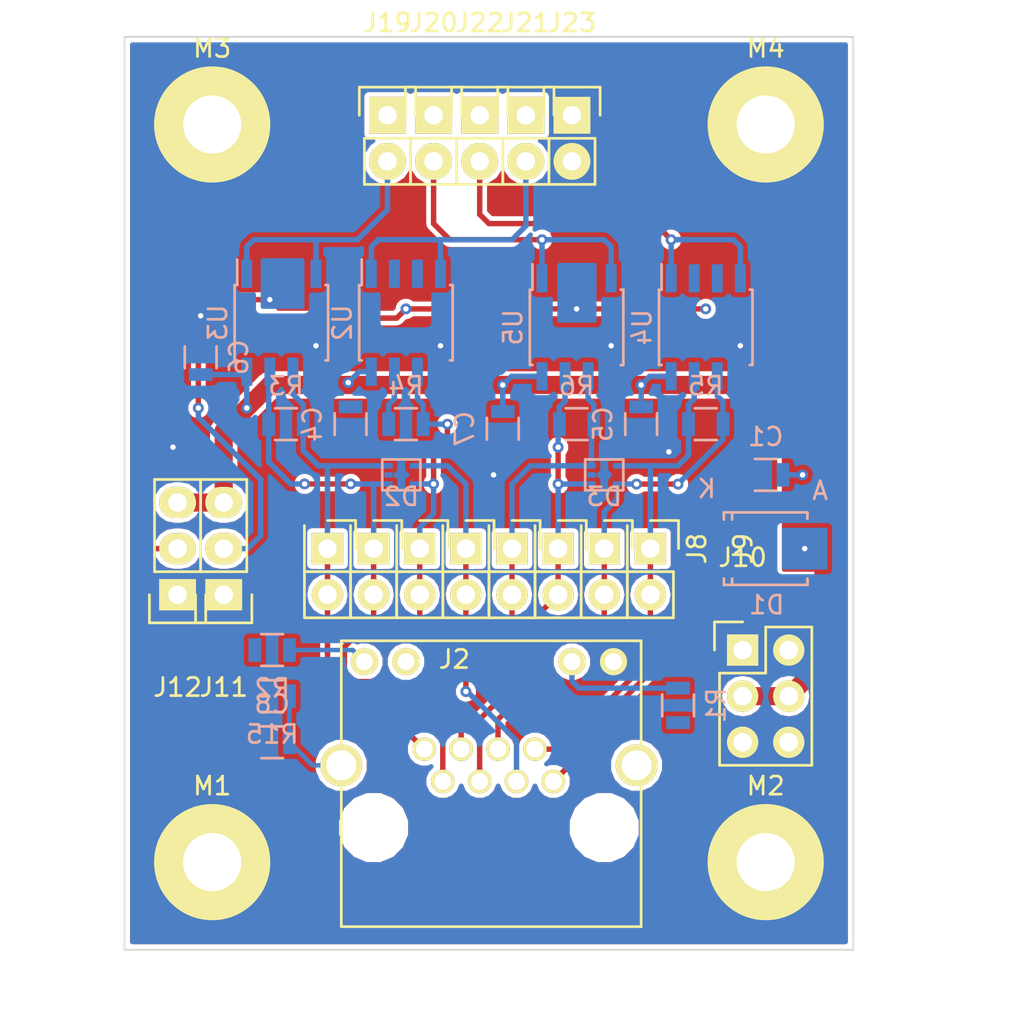
<source format=kicad_pcb>
(kicad_pcb (version 20160815) (host pcbnew 201609191018+7178~55~ubuntu16.04.1-)

  (general
    (links 106)
    (no_connects 15)
    (area 39.116 109.982 95.504001 166.116001)
    (thickness 1.6)
    (drawings 4)
    (tracks 272)
    (zones 0)
    (modules 41)
    (nets 20)
  )

  (page A4)
  (layers
    (0 F.Cu signal)
    (31 B.Cu signal)
    (32 B.Adhes user)
    (33 F.Adhes user)
    (34 B.Paste user)
    (35 F.Paste user)
    (36 B.SilkS user)
    (37 F.SilkS user)
    (38 B.Mask user)
    (39 F.Mask user)
    (40 Dwgs.User user)
    (41 Cmts.User user)
    (42 Eco1.User user)
    (43 Eco2.User user)
    (44 Edge.Cuts user)
    (45 Margin user)
    (46 B.CrtYd user)
    (47 F.CrtYd user)
    (48 B.Fab user)
    (49 F.Fab user)
  )

  (setup
    (last_trace_width 0.25)
    (user_trace_width 0.3)
    (user_trace_width 1)
    (trace_clearance 0.2)
    (zone_clearance 0.254)
    (zone_45_only no)
    (trace_min 0.2)
    (segment_width 0.2)
    (edge_width 0.1)
    (via_size 0.6)
    (via_drill 0.4)
    (via_min_size 0.6)
    (via_min_drill 0.3)
    (user_via 0.6 0.3)
    (uvia_size 0.3)
    (uvia_drill 0.1)
    (uvias_allowed no)
    (uvia_min_size 0.2)
    (uvia_min_drill 0.1)
    (pcb_text_width 0.3)
    (pcb_text_size 1.5 1.5)
    (mod_edge_width 0.15)
    (mod_text_size 1 1)
    (mod_text_width 0.15)
    (pad_size 1.5 1.5)
    (pad_drill 0.6)
    (pad_to_mask_clearance 0)
    (aux_axis_origin 0 0)
    (visible_elements FFFCF77F)
    (pcbplotparams
      (layerselection 0x00030_80000001)
      (usegerberextensions false)
      (excludeedgelayer true)
      (linewidth 0.100000)
      (plotframeref false)
      (viasonmask false)
      (mode 1)
      (useauxorigin false)
      (hpglpennumber 1)
      (hpglpenspeed 20)
      (hpglpendiameter 15)
      (psnegative false)
      (psa4output false)
      (plotreference true)
      (plotvalue true)
      (plotinvisibletext false)
      (padsonsilk false)
      (subtractmaskfromsilk false)
      (outputformat 1)
      (mirror false)
      (drillshape 1)
      (scaleselection 1)
      (outputdirectory ""))
  )

  (net 0 "")
  (net 1 VDD)
  (net 2 GND)
  (net 3 "Net-(C8-Pad1)")
  (net 4 /MISO+)
  (net 5 /MISO-)
  (net 6 /MOSI-)
  (net 7 /MOSI+)
  (net 8 /CS+)
  (net 9 /CS-)
  (net 10 /SCLK-)
  (net 11 /SCLK+)
  (net 12 "Net-(J2-Pad10)")
  (net 13 /SLAVE_K)
  (net 14 "Net-(J2-Pad12)")
  (net 15 /MASTER_A)
  (net 16 /MISO)
  (net 17 /MOSI)
  (net 18 /CS)
  (net 19 /SCLK)

  (net_class Default "This is the default net class."
    (clearance 0.2)
    (trace_width 0.25)
    (via_dia 0.6)
    (via_drill 0.4)
    (uvia_dia 0.3)
    (uvia_drill 0.1)
    (diff_pair_gap 0.25)
    (diff_pair_width 0.2)
    (add_net /CS)
    (add_net /CS+)
    (add_net /CS-)
    (add_net /MASTER_A)
    (add_net /MISO)
    (add_net /MISO+)
    (add_net /MISO-)
    (add_net /MOSI)
    (add_net /MOSI+)
    (add_net /MOSI-)
    (add_net /SCLK)
    (add_net /SCLK+)
    (add_net /SCLK-)
    (add_net /SLAVE_K)
    (add_net GND)
    (add_net "Net-(C8-Pad1)")
    (add_net "Net-(J2-Pad10)")
    (add_net "Net-(J2-Pad12)")
    (add_net VDD)
  )

  (module Resistors_SMD:R_0805 (layer B.Cu) (tedit 57E1216F) (tstamp 57DBE0A6)
    (at 81.28 136.144 180)
    (descr "Resistor SMD 0805, reflow soldering, Vishay (see dcrcw.pdf)")
    (tags "resistor 0805")
    (path /568BD989)
    (attr smd)
    (fp_text reference C1 (at 0 2.1 180) (layer B.SilkS)
      (effects (font (size 1 1) (thickness 0.15)) (justify mirror))
    )
    (fp_text value 10uF/16V (at 0 -2.1 180) (layer B.Fab)
      (effects (font (size 1 1) (thickness 0.15)) (justify mirror))
    )
    (fp_line (start -1.6 1) (end 1.6 1) (layer B.CrtYd) (width 0.05))
    (fp_line (start -1.6 -1) (end 1.6 -1) (layer B.CrtYd) (width 0.05))
    (fp_line (start -1.6 1) (end -1.6 -1) (layer B.CrtYd) (width 0.05))
    (fp_line (start 1.6 1) (end 1.6 -1) (layer B.CrtYd) (width 0.05))
    (fp_line (start 0.6 -0.875) (end -0.6 -0.875) (layer B.SilkS) (width 0.15))
    (fp_line (start -0.6 0.875) (end 0.6 0.875) (layer B.SilkS) (width 0.15))
    (pad 2 smd rect (at 0.95 0 180) (size 0.7 1.3) (layers B.Cu B.Paste B.Mask)
      (net 2 GND))
    (pad 1 smd rect (at -0.95 0 180) (size 0.7 1.3) (layers B.Cu B.Paste B.Mask)
      (net 1 VDD))
    (model Resistors_SMD.3dshapes/R_0805.wrl
      (at (xyz 0 0 0))
      (scale (xyz 1 1 1))
      (rotate (xyz 0 0 0))
    )
  )

  (module Resistors_SMD:R_0805 (layer B.Cu) (tedit 57E1216F) (tstamp 57DBE0AC)
    (at 58.42 133.35 270)
    (descr "Resistor SMD 0805, reflow soldering, Vishay (see dcrcw.pdf)")
    (tags "resistor 0805")
    (path /57DA989E)
    (attr smd)
    (fp_text reference C4 (at 0 2.1 270) (layer B.SilkS)
      (effects (font (size 1 1) (thickness 0.15)) (justify mirror))
    )
    (fp_text value 100nF (at 0 -2.1 270) (layer B.Fab)
      (effects (font (size 1 1) (thickness 0.15)) (justify mirror))
    )
    (fp_line (start -1.6 1) (end 1.6 1) (layer B.CrtYd) (width 0.05))
    (fp_line (start -1.6 -1) (end 1.6 -1) (layer B.CrtYd) (width 0.05))
    (fp_line (start -1.6 1) (end -1.6 -1) (layer B.CrtYd) (width 0.05))
    (fp_line (start 1.6 1) (end 1.6 -1) (layer B.CrtYd) (width 0.05))
    (fp_line (start 0.6 -0.875) (end -0.6 -0.875) (layer B.SilkS) (width 0.15))
    (fp_line (start -0.6 0.875) (end 0.6 0.875) (layer B.SilkS) (width 0.15))
    (pad 2 smd rect (at 0.95 0 270) (size 0.7 1.3) (layers B.Cu B.Paste B.Mask)
      (net 2 GND))
    (pad 1 smd rect (at -0.95 0 270) (size 0.7 1.3) (layers B.Cu B.Paste B.Mask)
      (net 1 VDD))
    (model Resistors_SMD.3dshapes/R_0805.wrl
      (at (xyz 0 0 0))
      (scale (xyz 1 1 1))
      (rotate (xyz 0 0 0))
    )
  )

  (module Resistors_SMD:R_0805 (layer B.Cu) (tedit 57E1216F) (tstamp 57DBE0B2)
    (at 74.422 133.35 270)
    (descr "Resistor SMD 0805, reflow soldering, Vishay (see dcrcw.pdf)")
    (tags "resistor 0805")
    (path /55C33655)
    (attr smd)
    (fp_text reference C5 (at 0 2.1 270) (layer B.SilkS)
      (effects (font (size 1 1) (thickness 0.15)) (justify mirror))
    )
    (fp_text value 100nF (at 0 -2.1 270) (layer B.Fab)
      (effects (font (size 1 1) (thickness 0.15)) (justify mirror))
    )
    (fp_line (start -1.6 1) (end 1.6 1) (layer B.CrtYd) (width 0.05))
    (fp_line (start -1.6 -1) (end 1.6 -1) (layer B.CrtYd) (width 0.05))
    (fp_line (start -1.6 1) (end -1.6 -1) (layer B.CrtYd) (width 0.05))
    (fp_line (start 1.6 1) (end 1.6 -1) (layer B.CrtYd) (width 0.05))
    (fp_line (start 0.6 -0.875) (end -0.6 -0.875) (layer B.SilkS) (width 0.15))
    (fp_line (start -0.6 0.875) (end 0.6 0.875) (layer B.SilkS) (width 0.15))
    (pad 2 smd rect (at 0.95 0 270) (size 0.7 1.3) (layers B.Cu B.Paste B.Mask)
      (net 2 GND))
    (pad 1 smd rect (at -0.95 0 270) (size 0.7 1.3) (layers B.Cu B.Paste B.Mask)
      (net 1 VDD))
    (model Resistors_SMD.3dshapes/R_0805.wrl
      (at (xyz 0 0 0))
      (scale (xyz 1 1 1))
      (rotate (xyz 0 0 0))
    )
  )

  (module Resistors_SMD:R_0805 (layer B.Cu) (tedit 57E1216F) (tstamp 57DBE0B8)
    (at 50.165 129.667 90)
    (descr "Resistor SMD 0805, reflow soldering, Vishay (see dcrcw.pdf)")
    (tags "resistor 0805")
    (path /57DA9B5B)
    (attr smd)
    (fp_text reference C6 (at 0 2.1 90) (layer B.SilkS)
      (effects (font (size 1 1) (thickness 0.15)) (justify mirror))
    )
    (fp_text value 100nF (at 0 -2.1 90) (layer B.Fab)
      (effects (font (size 1 1) (thickness 0.15)) (justify mirror))
    )
    (fp_line (start -1.6 1) (end 1.6 1) (layer B.CrtYd) (width 0.05))
    (fp_line (start -1.6 -1) (end 1.6 -1) (layer B.CrtYd) (width 0.05))
    (fp_line (start -1.6 1) (end -1.6 -1) (layer B.CrtYd) (width 0.05))
    (fp_line (start 1.6 1) (end 1.6 -1) (layer B.CrtYd) (width 0.05))
    (fp_line (start 0.6 -0.875) (end -0.6 -0.875) (layer B.SilkS) (width 0.15))
    (fp_line (start -0.6 0.875) (end 0.6 0.875) (layer B.SilkS) (width 0.15))
    (pad 2 smd rect (at 0.95 0 90) (size 0.7 1.3) (layers B.Cu B.Paste B.Mask)
      (net 2 GND))
    (pad 1 smd rect (at -0.95 0 90) (size 0.7 1.3) (layers B.Cu B.Paste B.Mask)
      (net 1 VDD))
    (model Resistors_SMD.3dshapes/R_0805.wrl
      (at (xyz 0 0 0))
      (scale (xyz 1 1 1))
      (rotate (xyz 0 0 0))
    )
  )

  (module Resistors_SMD:R_0805 (layer B.Cu) (tedit 57E1216F) (tstamp 57DBE0BE)
    (at 66.802 133.604 270)
    (descr "Resistor SMD 0805, reflow soldering, Vishay (see dcrcw.pdf)")
    (tags "resistor 0805")
    (path /57DA9B2A)
    (attr smd)
    (fp_text reference C7 (at 0 2.1 270) (layer B.SilkS)
      (effects (font (size 1 1) (thickness 0.15)) (justify mirror))
    )
    (fp_text value 100nF (at 0 -2.1 270) (layer B.Fab)
      (effects (font (size 1 1) (thickness 0.15)) (justify mirror))
    )
    (fp_line (start -1.6 1) (end 1.6 1) (layer B.CrtYd) (width 0.05))
    (fp_line (start -1.6 -1) (end 1.6 -1) (layer B.CrtYd) (width 0.05))
    (fp_line (start -1.6 1) (end -1.6 -1) (layer B.CrtYd) (width 0.05))
    (fp_line (start 1.6 1) (end 1.6 -1) (layer B.CrtYd) (width 0.05))
    (fp_line (start 0.6 -0.875) (end -0.6 -0.875) (layer B.SilkS) (width 0.15))
    (fp_line (start -0.6 0.875) (end 0.6 0.875) (layer B.SilkS) (width 0.15))
    (pad 2 smd rect (at 0.95 0 270) (size 0.7 1.3) (layers B.Cu B.Paste B.Mask)
      (net 2 GND))
    (pad 1 smd rect (at -0.95 0 270) (size 0.7 1.3) (layers B.Cu B.Paste B.Mask)
      (net 1 VDD))
    (model Resistors_SMD.3dshapes/R_0805.wrl
      (at (xyz 0 0 0))
      (scale (xyz 1 1 1))
      (rotate (xyz 0 0 0))
    )
  )

  (module Resistors_SMD:R_0805 (layer B.Cu) (tedit 57E1216F) (tstamp 57DBE0C4)
    (at 54.102 150.876 180)
    (descr "Resistor SMD 0805, reflow soldering, Vishay (see dcrcw.pdf)")
    (tags "resistor 0805")
    (path /56B25436)
    (attr smd)
    (fp_text reference C8 (at 0 2.1 180) (layer B.SilkS)
      (effects (font (size 1 1) (thickness 0.15)) (justify mirror))
    )
    (fp_text value 100nF (at 0 -2.1 180) (layer B.Fab)
      (effects (font (size 1 1) (thickness 0.15)) (justify mirror))
    )
    (fp_line (start -1.6 1) (end 1.6 1) (layer B.CrtYd) (width 0.05))
    (fp_line (start -1.6 -1) (end 1.6 -1) (layer B.CrtYd) (width 0.05))
    (fp_line (start -1.6 1) (end -1.6 -1) (layer B.CrtYd) (width 0.05))
    (fp_line (start 1.6 1) (end 1.6 -1) (layer B.CrtYd) (width 0.05))
    (fp_line (start 0.6 -0.875) (end -0.6 -0.875) (layer B.SilkS) (width 0.15))
    (fp_line (start -0.6 0.875) (end 0.6 0.875) (layer B.SilkS) (width 0.15))
    (pad 2 smd rect (at 0.95 0 180) (size 0.7 1.3) (layers B.Cu B.Paste B.Mask)
      (net 2 GND))
    (pad 1 smd rect (at -0.95 0 180) (size 0.7 1.3) (layers B.Cu B.Paste B.Mask)
      (net 3 "Net-(C8-Pad1)"))
    (model Resistors_SMD.3dshapes/R_0805.wrl
      (at (xyz 0 0 0))
      (scale (xyz 1 1 1))
      (rotate (xyz 0 0 0))
    )
  )

  (module Diodes_SMD:SMB_Standard (layer B.Cu) (tedit 57E1216F) (tstamp 57DBE0CA)
    (at 81.28 140.208)
    (descr "Diode SMB Standard")
    (tags "Diode SMB Standard")
    (path /568C1495)
    (attr smd)
    (fp_text reference D1 (at 0.05 3.1) (layer B.SilkS)
      (effects (font (size 1 1) (thickness 0.15)) (justify mirror))
    )
    (fp_text value SMBJ15A-E3/52 (at 0.05 -4.7) (layer B.Fab)
      (effects (font (size 1 1) (thickness 0.15)) (justify mirror))
    )
    (fp_line (start -3.65 2.25) (end 3.65 2.25) (layer B.CrtYd) (width 0.05))
    (fp_line (start 3.65 2.25) (end 3.65 -2.25) (layer B.CrtYd) (width 0.05))
    (fp_line (start 3.65 -2.25) (end -3.65 -2.25) (layer B.CrtYd) (width 0.05))
    (fp_line (start -3.65 -2.25) (end -3.65 2.25) (layer B.CrtYd) (width 0.05))
    (fp_text user K (at -3.25 -3.3) (layer B.SilkS)
      (effects (font (size 1 1) (thickness 0.15)) (justify mirror))
    )
    (fp_text user A (at 3 -3.2) (layer B.SilkS)
      (effects (font (size 1 1) (thickness 0.15)) (justify mirror))
    )
    (fp_line (start -2.30632 -1.8) (end -2.30632 -1.6002) (layer B.SilkS) (width 0.15))
    (fp_line (start -1.84928 -1.75) (end -1.84928 -1.601) (layer B.SilkS) (width 0.15))
    (fp_line (start 2.29616 -1.8) (end 2.29616 -1.651) (layer B.SilkS) (width 0.15))
    (fp_line (start -2.30124 1.8) (end -2.30124 1.651) (layer B.SilkS) (width 0.15))
    (fp_line (start -1.84928 1.8) (end -1.84928 1.651) (layer B.SilkS) (width 0.15))
    (fp_line (start 2.30124 1.8) (end 2.30124 1.651) (layer B.SilkS) (width 0.15))
    (fp_circle (center 0 0) (end 0.44958 -0.09906) (layer B.Adhes) (width 0.381))
    (fp_circle (center 0 0) (end 0.20066 -0.09906) (layer B.Adhes) (width 0.381))
    (fp_line (start -1.84928 -1.94898) (end -1.84928 -1.75086) (layer B.SilkS) (width 0.15))
    (fp_line (start -1.84928 1.99898) (end -1.84928 1.80086) (layer B.SilkS) (width 0.15))
    (fp_line (start 2.29616 -1.99644) (end 2.29616 -1.79832) (layer B.SilkS) (width 0.15))
    (fp_line (start -2.30632 -1.99644) (end 2.29616 -1.99644) (layer B.SilkS) (width 0.15))
    (fp_line (start -2.30632 -1.99644) (end -2.30632 -1.79832) (layer B.SilkS) (width 0.15))
    (fp_line (start -2.30124 1.99898) (end -2.30124 1.80086) (layer B.SilkS) (width 0.15))
    (fp_line (start -2.30124 1.99898) (end 2.30124 1.99898) (layer B.SilkS) (width 0.15))
    (fp_line (start 2.30124 1.99898) (end 2.30124 1.80086) (layer B.SilkS) (width 0.15))
    (pad 2 smd rect (at 2.14884 0) (size 2.49936 2.30124) (layers B.Cu B.Paste B.Mask)
      (net 1 VDD))
    (pad 1 smd rect (at -2.14884 0) (size 2.49936 2.30124) (layers B.Cu B.Paste B.Mask)
      (net 2 GND))
    (model Diodes_SMD.3dshapes/SMB_Standard.wrl
      (at (xyz 0 0 0))
      (scale (xyz 0.3937 0.3937 0.3937))
      (rotate (xyz 0 0 180))
    )
  )

  (module TO_SOT_Packages_SMD:SOT-553 (layer B.Cu) (tedit 57E1216F) (tstamp 57DBE0D3)
    (at 61.214 136.144)
    (descr SOT553)
    (path /568CF656)
    (attr smd)
    (fp_text reference D2 (at 0 1.19888) (layer B.SilkS)
      (effects (font (size 1 1) (thickness 0.15)) (justify mirror))
    )
    (fp_text value SP1001-04XTG (at 0 -1.34874) (layer B.Fab)
      (effects (font (size 1 1) (thickness 0.15)) (justify mirror))
    )
    (fp_line (start -1.04902 0.8509) (end 1.04902 0.8509) (layer B.SilkS) (width 0.15))
    (fp_line (start 1.04902 0.8509) (end 1.04902 -0.8509) (layer B.SilkS) (width 0.15))
    (fp_line (start 1.04902 -0.8509) (end -1.04902 -0.8509) (layer B.SilkS) (width 0.15))
    (fp_line (start -1.04902 -0.8509) (end -1.04902 0.8509) (layer B.SilkS) (width 0.15))
    (pad 4 smd rect (at 0.70104 -0.50038) (size 0.44958 0.29972) (layers B.Cu B.Paste B.Mask)
      (net 9 /CS-))
    (pad 2 smd rect (at -0.70104 0) (size 0.44958 0.29972) (layers B.Cu B.Paste B.Mask)
      (net 2 GND))
    (pad 5 smd rect (at 0.70104 0.50038) (size 0.44958 0.29972) (layers B.Cu B.Paste B.Mask)
      (net 8 /CS+))
    (pad 3 smd rect (at -0.70104 -0.50038) (size 0.44958 0.29972) (layers B.Cu B.Paste B.Mask)
      (net 4 /MISO+))
    (pad 1 smd rect (at -0.70104 0.50038) (size 0.44958 0.29972) (layers B.Cu B.Paste B.Mask)
      (net 5 /MISO-))
    (model TO_SOT_Packages_SMD.3dshapes/SOT-553.wrl
      (at (xyz 0 0 0))
      (scale (xyz 0.77 0.65 0.7))
      (rotate (xyz 0 0 90))
    )
  )

  (module TO_SOT_Packages_SMD:SOT-553 (layer B.Cu) (tedit 57E1216F) (tstamp 57DBE0DC)
    (at 72.39 136.144)
    (descr SOT553)
    (path /568CFCCB)
    (attr smd)
    (fp_text reference D3 (at 0 1.19888) (layer B.SilkS)
      (effects (font (size 1 1) (thickness 0.15)) (justify mirror))
    )
    (fp_text value SP1001-04XTG (at 0 -1.34874) (layer B.Fab)
      (effects (font (size 1 1) (thickness 0.15)) (justify mirror))
    )
    (fp_line (start -1.04902 0.8509) (end 1.04902 0.8509) (layer B.SilkS) (width 0.15))
    (fp_line (start 1.04902 0.8509) (end 1.04902 -0.8509) (layer B.SilkS) (width 0.15))
    (fp_line (start 1.04902 -0.8509) (end -1.04902 -0.8509) (layer B.SilkS) (width 0.15))
    (fp_line (start -1.04902 -0.8509) (end -1.04902 0.8509) (layer B.SilkS) (width 0.15))
    (pad 4 smd rect (at 0.70104 -0.50038) (size 0.44958 0.29972) (layers B.Cu B.Paste B.Mask)
      (net 10 /SCLK-))
    (pad 2 smd rect (at -0.70104 0) (size 0.44958 0.29972) (layers B.Cu B.Paste B.Mask)
      (net 2 GND))
    (pad 5 smd rect (at 0.70104 0.50038) (size 0.44958 0.29972) (layers B.Cu B.Paste B.Mask)
      (net 11 /SCLK+))
    (pad 3 smd rect (at -0.70104 -0.50038) (size 0.44958 0.29972) (layers B.Cu B.Paste B.Mask)
      (net 7 /MOSI+))
    (pad 1 smd rect (at -0.70104 0.50038) (size 0.44958 0.29972) (layers B.Cu B.Paste B.Mask)
      (net 6 /MOSI-))
    (model TO_SOT_Packages_SMD.3dshapes/SOT-553.wrl
      (at (xyz 0 0 0))
      (scale (xyz 0.77 0.65 0.7))
      (rotate (xyz 0 0 90))
    )
  )

  (module Pin_Headers:Pin_Header_Straight_2x01 (layer F.Cu) (tedit 57E1216F) (tstamp 57DBE0E2)
    (at 67.31 140.208 270)
    (descr "Through hole pin header")
    (tags "pin header")
    (path /57D80B60)
    (fp_text reference J1 (at 0 -5.1 270) (layer F.SilkS)
      (effects (font (size 1 1) (thickness 0.15)))
    )
    (fp_text value JUMP_2x1 (at 0 -3.1 270) (layer F.Fab)
      (effects (font (size 1 1) (thickness 0.15)))
    )
    (fp_line (start -1.75 -1.75) (end -1.75 1.75) (layer F.CrtYd) (width 0.05))
    (fp_line (start 4.3 -1.75) (end 4.3 1.75) (layer F.CrtYd) (width 0.05))
    (fp_line (start -1.75 -1.75) (end 4.3 -1.75) (layer F.CrtYd) (width 0.05))
    (fp_line (start -1.75 1.75) (end 4.3 1.75) (layer F.CrtYd) (width 0.05))
    (fp_line (start -1.55 0) (end -1.55 -1.55) (layer F.SilkS) (width 0.15))
    (fp_line (start 0 -1.55) (end -1.55 -1.55) (layer F.SilkS) (width 0.15))
    (fp_line (start -1.27 1.27) (end 1.27 1.27) (layer F.SilkS) (width 0.15))
    (fp_line (start 3.81 -1.27) (end 1.27 -1.27) (layer F.SilkS) (width 0.15))
    (fp_line (start 1.27 -1.27) (end 1.27 1.27) (layer F.SilkS) (width 0.15))
    (fp_line (start 1.27 1.27) (end 3.81 1.27) (layer F.SilkS) (width 0.15))
    (fp_line (start 3.81 1.27) (end 3.81 -1.27) (layer F.SilkS) (width 0.15))
    (pad 2 thru_hole oval (at 2.54 0 270) (size 1.7272 1.7272) (drill 1.016) (layers *.Cu *.Mask F.SilkS)
      (net 7 /MOSI+))
    (pad 1 thru_hole rect (at 0 0 270) (size 1.7272 1.7272) (drill 1.016) (layers *.Cu *.Mask F.SilkS)
      (net 7 /MOSI+))
    (model Pin_Headers.3dshapes/Pin_Header_Straight_2x01.wrl
      (at (xyz 0.05 0 0))
      (scale (xyz 1 1 1))
      (rotate (xyz 0 0 90))
    )
  )

  (module "Connect:RJHSE-5384(RJ45)" (layer F.Cu) (tedit 57E1216F) (tstamp 57DBE0F6)
    (at 59.69 155.575)
    (path /568B891C)
    (fp_text reference J2 (at 4.445 -9.271) (layer F.SilkS)
      (effects (font (size 1 1) (thickness 0.15)))
    )
    (fp_text value RJ45_RJHSE-5384 (at 6.4516 4.1275) (layer F.Fab) hide
      (effects (font (size 1 1) (thickness 0.15)))
    )
    (fp_line (start -1.78 -10.27) (end -1.78 5.46) (layer F.SilkS) (width 0.15))
    (fp_line (start -1.78 5.46) (end 14.73 5.46) (layer F.SilkS) (width 0.15))
    (fp_line (start 14.73 5.46) (end 14.73 -10.29) (layer F.SilkS) (width 0.15))
    (fp_line (start 14.73 -10.29) (end -1.78 -10.29) (layer F.SilkS) (width 0.15))
    (pad 12 thru_hole circle (at -0.51 -9.14) (size 1.5 1.5) (drill 0.93) (layers *.Cu *.Mask F.SilkS)
      (net 14 "Net-(J2-Pad12)"))
    (pad 11 thru_hole circle (at 1.78 -9.14) (size 1.5 1.5) (drill 0.93) (layers *.Cu *.Mask F.SilkS)
      (net 13 /SLAVE_K))
    (pad 10 thru_hole circle (at 10.92 -9.14) (size 1.5 1.5) (drill 0.93) (layers *.Cu *.Mask F.SilkS)
      (net 12 "Net-(J2-Pad10)"))
    (pad 9 thru_hole circle (at 13.21 -9.14) (size 1.5 1.5) (drill 0.93) (layers *.Cu *.Mask F.SilkS)
      (net 2 GND))
    (pad 2 thru_hole circle (at 8.88 -4.32) (size 1.3 1.3) (drill 0.93) (layers *.Cu *.Mask F.SilkS)
      (net 11 /SCLK+))
    (pad 4 thru_hole circle (at 6.85 -4.32) (size 1.3 1.3) (drill 0.93) (layers *.Cu *.Mask F.SilkS)
      (net 6 /MOSI-))
    (pad 6 thru_hole circle (at 4.82 -4.32) (size 1.3 1.3) (drill 0.93) (layers *.Cu *.Mask F.SilkS)
      (net 8 /CS+))
    (pad 8 thru_hole circle (at 2.79 -4.32) (size 1.3 1.3) (drill 0.93) (layers *.Cu *.Mask F.SilkS)
      (net 4 /MISO+))
    (pad 1 thru_hole circle (at 9.9 -2.54) (size 1.3 1.3) (drill 0.93) (layers *.Cu *.Mask F.SilkS)
      (net 10 /SCLK-))
    (pad 3 thru_hole circle (at 7.87 -2.54) (size 1.3 1.3) (drill 0.93) (layers *.Cu *.Mask F.SilkS)
      (net 9 /CS-))
    (pad 5 thru_hole circle (at 5.84 -2.54) (size 1.3 1.3) (drill 0.93) (layers *.Cu *.Mask F.SilkS)
      (net 7 /MOSI+))
    (pad 7 thru_hole circle (at 3.81 -2.54) (size 1.3 1.3) (drill 0.93) (layers *.Cu *.Mask F.SilkS)
      (net 5 /MISO-))
    (pad 13 thru_hole circle (at -1.78 -3.43) (size 2.3 2.3) (drill 1.65) (layers *.Cu *.Mask F.SilkS)
      (net 3 "Net-(C8-Pad1)"))
    (pad 14 thru_hole circle (at 14.48 -3.43) (size 2.3 2.3) (drill 1.65) (layers *.Cu *.Mask F.SilkS))
    (pad "" np_thru_hole circle (at 12.7 0) (size 3.3 3.3) (drill 3.3) (layers *.Cu *.Mask F.SilkS))
    (pad "" np_thru_hole circle (at 0 0) (size 3.3 3.3) (drill 3.3) (layers *.Cu *.Mask F.SilkS))
  )

  (module Pin_Headers:Pin_Header_Straight_2x01 (layer F.Cu) (tedit 57E1216F) (tstamp 57DBE0FC)
    (at 69.85 140.208 270)
    (descr "Through hole pin header")
    (tags "pin header")
    (path /57D80B66)
    (fp_text reference J3 (at 0 -5.1 270) (layer F.SilkS)
      (effects (font (size 1 1) (thickness 0.15)))
    )
    (fp_text value JUMP_2x1 (at 0 -3.1 270) (layer F.Fab)
      (effects (font (size 1 1) (thickness 0.15)))
    )
    (fp_line (start -1.75 -1.75) (end -1.75 1.75) (layer F.CrtYd) (width 0.05))
    (fp_line (start 4.3 -1.75) (end 4.3 1.75) (layer F.CrtYd) (width 0.05))
    (fp_line (start -1.75 -1.75) (end 4.3 -1.75) (layer F.CrtYd) (width 0.05))
    (fp_line (start -1.75 1.75) (end 4.3 1.75) (layer F.CrtYd) (width 0.05))
    (fp_line (start -1.55 0) (end -1.55 -1.55) (layer F.SilkS) (width 0.15))
    (fp_line (start 0 -1.55) (end -1.55 -1.55) (layer F.SilkS) (width 0.15))
    (fp_line (start -1.27 1.27) (end 1.27 1.27) (layer F.SilkS) (width 0.15))
    (fp_line (start 3.81 -1.27) (end 1.27 -1.27) (layer F.SilkS) (width 0.15))
    (fp_line (start 1.27 -1.27) (end 1.27 1.27) (layer F.SilkS) (width 0.15))
    (fp_line (start 1.27 1.27) (end 3.81 1.27) (layer F.SilkS) (width 0.15))
    (fp_line (start 3.81 1.27) (end 3.81 -1.27) (layer F.SilkS) (width 0.15))
    (pad 2 thru_hole oval (at 2.54 0 270) (size 1.7272 1.7272) (drill 1.016) (layers *.Cu *.Mask F.SilkS)
      (net 6 /MOSI-))
    (pad 1 thru_hole rect (at 0 0 270) (size 1.7272 1.7272) (drill 1.016) (layers *.Cu *.Mask F.SilkS)
      (net 6 /MOSI-))
    (model Pin_Headers.3dshapes/Pin_Header_Straight_2x01.wrl
      (at (xyz 0.05 0 0))
      (scale (xyz 1 1 1))
      (rotate (xyz 0 0 90))
    )
  )

  (module Pin_Headers:Pin_Header_Straight_2x01 (layer F.Cu) (tedit 57E1216F) (tstamp 57DBE102)
    (at 57.15 140.208 270)
    (descr "Through hole pin header")
    (tags "pin header")
    (path /568D8FDE)
    (fp_text reference J4 (at 0 -5.1 270) (layer F.SilkS)
      (effects (font (size 1 1) (thickness 0.15)))
    )
    (fp_text value JUMP_2x1 (at 0 -3.1 270) (layer F.Fab)
      (effects (font (size 1 1) (thickness 0.15)))
    )
    (fp_line (start -1.75 -1.75) (end -1.75 1.75) (layer F.CrtYd) (width 0.05))
    (fp_line (start 4.3 -1.75) (end 4.3 1.75) (layer F.CrtYd) (width 0.05))
    (fp_line (start -1.75 -1.75) (end 4.3 -1.75) (layer F.CrtYd) (width 0.05))
    (fp_line (start -1.75 1.75) (end 4.3 1.75) (layer F.CrtYd) (width 0.05))
    (fp_line (start -1.55 0) (end -1.55 -1.55) (layer F.SilkS) (width 0.15))
    (fp_line (start 0 -1.55) (end -1.55 -1.55) (layer F.SilkS) (width 0.15))
    (fp_line (start -1.27 1.27) (end 1.27 1.27) (layer F.SilkS) (width 0.15))
    (fp_line (start 3.81 -1.27) (end 1.27 -1.27) (layer F.SilkS) (width 0.15))
    (fp_line (start 1.27 -1.27) (end 1.27 1.27) (layer F.SilkS) (width 0.15))
    (fp_line (start 1.27 1.27) (end 3.81 1.27) (layer F.SilkS) (width 0.15))
    (fp_line (start 3.81 1.27) (end 3.81 -1.27) (layer F.SilkS) (width 0.15))
    (pad 2 thru_hole oval (at 2.54 0 270) (size 1.7272 1.7272) (drill 1.016) (layers *.Cu *.Mask F.SilkS)
      (net 4 /MISO+))
    (pad 1 thru_hole rect (at 0 0 270) (size 1.7272 1.7272) (drill 1.016) (layers *.Cu *.Mask F.SilkS)
      (net 4 /MISO+))
    (model Pin_Headers.3dshapes/Pin_Header_Straight_2x01.wrl
      (at (xyz 0.05 0 0))
      (scale (xyz 1 1 1))
      (rotate (xyz 0 0 90))
    )
  )

  (module Pin_Headers:Pin_Header_Straight_2x01 (layer F.Cu) (tedit 57E1216F) (tstamp 57DBE108)
    (at 59.69 140.208 270)
    (descr "Through hole pin header")
    (tags "pin header")
    (path /568D9408)
    (fp_text reference J5 (at 0 -5.1 270) (layer F.SilkS)
      (effects (font (size 1 1) (thickness 0.15)))
    )
    (fp_text value JUMP_2x1 (at 0 -3.1 270) (layer F.Fab)
      (effects (font (size 1 1) (thickness 0.15)))
    )
    (fp_line (start -1.75 -1.75) (end -1.75 1.75) (layer F.CrtYd) (width 0.05))
    (fp_line (start 4.3 -1.75) (end 4.3 1.75) (layer F.CrtYd) (width 0.05))
    (fp_line (start -1.75 -1.75) (end 4.3 -1.75) (layer F.CrtYd) (width 0.05))
    (fp_line (start -1.75 1.75) (end 4.3 1.75) (layer F.CrtYd) (width 0.05))
    (fp_line (start -1.55 0) (end -1.55 -1.55) (layer F.SilkS) (width 0.15))
    (fp_line (start 0 -1.55) (end -1.55 -1.55) (layer F.SilkS) (width 0.15))
    (fp_line (start -1.27 1.27) (end 1.27 1.27) (layer F.SilkS) (width 0.15))
    (fp_line (start 3.81 -1.27) (end 1.27 -1.27) (layer F.SilkS) (width 0.15))
    (fp_line (start 1.27 -1.27) (end 1.27 1.27) (layer F.SilkS) (width 0.15))
    (fp_line (start 1.27 1.27) (end 3.81 1.27) (layer F.SilkS) (width 0.15))
    (fp_line (start 3.81 1.27) (end 3.81 -1.27) (layer F.SilkS) (width 0.15))
    (pad 2 thru_hole oval (at 2.54 0 270) (size 1.7272 1.7272) (drill 1.016) (layers *.Cu *.Mask F.SilkS)
      (net 5 /MISO-))
    (pad 1 thru_hole rect (at 0 0 270) (size 1.7272 1.7272) (drill 1.016) (layers *.Cu *.Mask F.SilkS)
      (net 5 /MISO-))
    (model Pin_Headers.3dshapes/Pin_Header_Straight_2x01.wrl
      (at (xyz 0.05 0 0))
      (scale (xyz 1 1 1))
      (rotate (xyz 0 0 90))
    )
  )

  (module Pin_Headers:Pin_Header_Straight_2x01 (layer F.Cu) (tedit 57E1216F) (tstamp 57DBE10E)
    (at 62.23 140.208 270)
    (descr "Through hole pin header")
    (tags "pin header")
    (path /568DB005)
    (fp_text reference J6 (at 0 -5.1 270) (layer F.SilkS)
      (effects (font (size 1 1) (thickness 0.15)))
    )
    (fp_text value JUMP_2x1 (at 0 -3.1 270) (layer F.Fab)
      (effects (font (size 1 1) (thickness 0.15)))
    )
    (fp_line (start -1.75 -1.75) (end -1.75 1.75) (layer F.CrtYd) (width 0.05))
    (fp_line (start 4.3 -1.75) (end 4.3 1.75) (layer F.CrtYd) (width 0.05))
    (fp_line (start -1.75 -1.75) (end 4.3 -1.75) (layer F.CrtYd) (width 0.05))
    (fp_line (start -1.75 1.75) (end 4.3 1.75) (layer F.CrtYd) (width 0.05))
    (fp_line (start -1.55 0) (end -1.55 -1.55) (layer F.SilkS) (width 0.15))
    (fp_line (start 0 -1.55) (end -1.55 -1.55) (layer F.SilkS) (width 0.15))
    (fp_line (start -1.27 1.27) (end 1.27 1.27) (layer F.SilkS) (width 0.15))
    (fp_line (start 3.81 -1.27) (end 1.27 -1.27) (layer F.SilkS) (width 0.15))
    (fp_line (start 1.27 -1.27) (end 1.27 1.27) (layer F.SilkS) (width 0.15))
    (fp_line (start 1.27 1.27) (end 3.81 1.27) (layer F.SilkS) (width 0.15))
    (fp_line (start 3.81 1.27) (end 3.81 -1.27) (layer F.SilkS) (width 0.15))
    (pad 2 thru_hole oval (at 2.54 0 270) (size 1.7272 1.7272) (drill 1.016) (layers *.Cu *.Mask F.SilkS)
      (net 8 /CS+))
    (pad 1 thru_hole rect (at 0 0 270) (size 1.7272 1.7272) (drill 1.016) (layers *.Cu *.Mask F.SilkS)
      (net 8 /CS+))
    (model Pin_Headers.3dshapes/Pin_Header_Straight_2x01.wrl
      (at (xyz 0.05 0 0))
      (scale (xyz 1 1 1))
      (rotate (xyz 0 0 90))
    )
  )

  (module Pin_Headers:Pin_Header_Straight_2x01 (layer F.Cu) (tedit 57E1216F) (tstamp 57DBE114)
    (at 64.77 140.208 270)
    (descr "Through hole pin header")
    (tags "pin header")
    (path /568DB07B)
    (fp_text reference J7 (at 0 -5.1 270) (layer F.SilkS)
      (effects (font (size 1 1) (thickness 0.15)))
    )
    (fp_text value JUMP_2x1 (at 0 -3.1 270) (layer F.Fab)
      (effects (font (size 1 1) (thickness 0.15)))
    )
    (fp_line (start -1.75 -1.75) (end -1.75 1.75) (layer F.CrtYd) (width 0.05))
    (fp_line (start 4.3 -1.75) (end 4.3 1.75) (layer F.CrtYd) (width 0.05))
    (fp_line (start -1.75 -1.75) (end 4.3 -1.75) (layer F.CrtYd) (width 0.05))
    (fp_line (start -1.75 1.75) (end 4.3 1.75) (layer F.CrtYd) (width 0.05))
    (fp_line (start -1.55 0) (end -1.55 -1.55) (layer F.SilkS) (width 0.15))
    (fp_line (start 0 -1.55) (end -1.55 -1.55) (layer F.SilkS) (width 0.15))
    (fp_line (start -1.27 1.27) (end 1.27 1.27) (layer F.SilkS) (width 0.15))
    (fp_line (start 3.81 -1.27) (end 1.27 -1.27) (layer F.SilkS) (width 0.15))
    (fp_line (start 1.27 -1.27) (end 1.27 1.27) (layer F.SilkS) (width 0.15))
    (fp_line (start 1.27 1.27) (end 3.81 1.27) (layer F.SilkS) (width 0.15))
    (fp_line (start 3.81 1.27) (end 3.81 -1.27) (layer F.SilkS) (width 0.15))
    (pad 2 thru_hole oval (at 2.54 0 270) (size 1.7272 1.7272) (drill 1.016) (layers *.Cu *.Mask F.SilkS)
      (net 9 /CS-))
    (pad 1 thru_hole rect (at 0 0 270) (size 1.7272 1.7272) (drill 1.016) (layers *.Cu *.Mask F.SilkS)
      (net 9 /CS-))
    (model Pin_Headers.3dshapes/Pin_Header_Straight_2x01.wrl
      (at (xyz 0.05 0 0))
      (scale (xyz 1 1 1))
      (rotate (xyz 0 0 90))
    )
  )

  (module Pin_Headers:Pin_Header_Straight_2x01 (layer F.Cu) (tedit 57E1216F) (tstamp 57DBE11A)
    (at 72.39 140.208 270)
    (descr "Through hole pin header")
    (tags "pin header")
    (path /568DB1C8)
    (fp_text reference J8 (at 0 -5.1 270) (layer F.SilkS)
      (effects (font (size 1 1) (thickness 0.15)))
    )
    (fp_text value JUMP_2x1 (at 0 -3.1 270) (layer F.Fab)
      (effects (font (size 1 1) (thickness 0.15)))
    )
    (fp_line (start -1.75 -1.75) (end -1.75 1.75) (layer F.CrtYd) (width 0.05))
    (fp_line (start 4.3 -1.75) (end 4.3 1.75) (layer F.CrtYd) (width 0.05))
    (fp_line (start -1.75 -1.75) (end 4.3 -1.75) (layer F.CrtYd) (width 0.05))
    (fp_line (start -1.75 1.75) (end 4.3 1.75) (layer F.CrtYd) (width 0.05))
    (fp_line (start -1.55 0) (end -1.55 -1.55) (layer F.SilkS) (width 0.15))
    (fp_line (start 0 -1.55) (end -1.55 -1.55) (layer F.SilkS) (width 0.15))
    (fp_line (start -1.27 1.27) (end 1.27 1.27) (layer F.SilkS) (width 0.15))
    (fp_line (start 3.81 -1.27) (end 1.27 -1.27) (layer F.SilkS) (width 0.15))
    (fp_line (start 1.27 -1.27) (end 1.27 1.27) (layer F.SilkS) (width 0.15))
    (fp_line (start 1.27 1.27) (end 3.81 1.27) (layer F.SilkS) (width 0.15))
    (fp_line (start 3.81 1.27) (end 3.81 -1.27) (layer F.SilkS) (width 0.15))
    (pad 2 thru_hole oval (at 2.54 0 270) (size 1.7272 1.7272) (drill 1.016) (layers *.Cu *.Mask F.SilkS)
      (net 11 /SCLK+))
    (pad 1 thru_hole rect (at 0 0 270) (size 1.7272 1.7272) (drill 1.016) (layers *.Cu *.Mask F.SilkS)
      (net 11 /SCLK+))
    (model Pin_Headers.3dshapes/Pin_Header_Straight_2x01.wrl
      (at (xyz 0.05 0 0))
      (scale (xyz 1 1 1))
      (rotate (xyz 0 0 90))
    )
  )

  (module Pin_Headers:Pin_Header_Straight_2x01 (layer F.Cu) (tedit 57E1216F) (tstamp 57DBE120)
    (at 74.93 140.208 270)
    (descr "Through hole pin header")
    (tags "pin header")
    (path /568DB2A0)
    (fp_text reference J9 (at 0 -5.1 270) (layer F.SilkS)
      (effects (font (size 1 1) (thickness 0.15)))
    )
    (fp_text value JUMP_2x1 (at 0 -3.1 270) (layer F.Fab)
      (effects (font (size 1 1) (thickness 0.15)))
    )
    (fp_line (start -1.75 -1.75) (end -1.75 1.75) (layer F.CrtYd) (width 0.05))
    (fp_line (start 4.3 -1.75) (end 4.3 1.75) (layer F.CrtYd) (width 0.05))
    (fp_line (start -1.75 -1.75) (end 4.3 -1.75) (layer F.CrtYd) (width 0.05))
    (fp_line (start -1.75 1.75) (end 4.3 1.75) (layer F.CrtYd) (width 0.05))
    (fp_line (start -1.55 0) (end -1.55 -1.55) (layer F.SilkS) (width 0.15))
    (fp_line (start 0 -1.55) (end -1.55 -1.55) (layer F.SilkS) (width 0.15))
    (fp_line (start -1.27 1.27) (end 1.27 1.27) (layer F.SilkS) (width 0.15))
    (fp_line (start 3.81 -1.27) (end 1.27 -1.27) (layer F.SilkS) (width 0.15))
    (fp_line (start 1.27 -1.27) (end 1.27 1.27) (layer F.SilkS) (width 0.15))
    (fp_line (start 1.27 1.27) (end 3.81 1.27) (layer F.SilkS) (width 0.15))
    (fp_line (start 3.81 1.27) (end 3.81 -1.27) (layer F.SilkS) (width 0.15))
    (pad 2 thru_hole oval (at 2.54 0 270) (size 1.7272 1.7272) (drill 1.016) (layers *.Cu *.Mask F.SilkS)
      (net 10 /SCLK-))
    (pad 1 thru_hole rect (at 0 0 270) (size 1.7272 1.7272) (drill 1.016) (layers *.Cu *.Mask F.SilkS)
      (net 10 /SCLK-))
    (model Pin_Headers.3dshapes/Pin_Header_Straight_2x01.wrl
      (at (xyz 0.05 0 0))
      (scale (xyz 1 1 1))
      (rotate (xyz 0 0 90))
    )
  )

  (module Pin_Headers:Pin_Header_Straight_2x03 (layer F.Cu) (tedit 57E1216F) (tstamp 57DBE12A)
    (at 80.01 145.796)
    (descr "Through hole pin header")
    (tags "pin header")
    (path /568C2E13)
    (fp_text reference J10 (at 0 -5.1) (layer F.SilkS)
      (effects (font (size 1 1) (thickness 0.15)))
    )
    (fp_text value JUMP_3X2 (at 0 -3.1) (layer F.Fab)
      (effects (font (size 1 1) (thickness 0.15)))
    )
    (fp_line (start -1.27 1.27) (end -1.27 6.35) (layer F.SilkS) (width 0.15))
    (fp_line (start -1.55 -1.55) (end 0 -1.55) (layer F.SilkS) (width 0.15))
    (fp_line (start -1.75 -1.75) (end -1.75 6.85) (layer F.CrtYd) (width 0.05))
    (fp_line (start 4.3 -1.75) (end 4.3 6.85) (layer F.CrtYd) (width 0.05))
    (fp_line (start -1.75 -1.75) (end 4.3 -1.75) (layer F.CrtYd) (width 0.05))
    (fp_line (start -1.75 6.85) (end 4.3 6.85) (layer F.CrtYd) (width 0.05))
    (fp_line (start 1.27 -1.27) (end 1.27 1.27) (layer F.SilkS) (width 0.15))
    (fp_line (start 1.27 1.27) (end -1.27 1.27) (layer F.SilkS) (width 0.15))
    (fp_line (start -1.27 6.35) (end 3.81 6.35) (layer F.SilkS) (width 0.15))
    (fp_line (start 3.81 6.35) (end 3.81 1.27) (layer F.SilkS) (width 0.15))
    (fp_line (start -1.55 -1.55) (end -1.55 0) (layer F.SilkS) (width 0.15))
    (fp_line (start 3.81 -1.27) (end 1.27 -1.27) (layer F.SilkS) (width 0.15))
    (fp_line (start 3.81 1.27) (end 3.81 -1.27) (layer F.SilkS) (width 0.15))
    (pad 6 thru_hole oval (at 2.54 5.08) (size 1.7272 1.7272) (drill 1.016) (layers *.Cu *.Mask F.SilkS)
      (net 2 GND))
    (pad 5 thru_hole oval (at 0 5.08) (size 1.7272 1.7272) (drill 1.016) (layers *.Cu *.Mask F.SilkS)
      (net 2 GND))
    (pad 4 thru_hole oval (at 2.54 2.54) (size 1.7272 1.7272) (drill 1.016) (layers *.Cu *.Mask F.SilkS)
      (net 1 VDD))
    (pad 3 thru_hole oval (at 0 2.54) (size 1.7272 1.7272) (drill 1.016) (layers *.Cu *.Mask F.SilkS)
      (net 1 VDD))
    (pad 2 thru_hole oval (at 2.54 0) (size 1.7272 1.7272) (drill 1.016) (layers *.Cu *.Mask F.SilkS)
      (net 2 GND))
    (pad 1 thru_hole rect (at 0 0) (size 1.7272 1.7272) (drill 1.016) (layers *.Cu *.Mask F.SilkS)
      (net 2 GND))
    (model Pin_Headers.3dshapes/Pin_Header_Straight_2x03.wrl
      (at (xyz 0.05 -0.1 0))
      (scale (xyz 1 1 1))
      (rotate (xyz 0 0 90))
    )
  )

  (module Pin_Headers:Pin_Header_Straight_1x03 (layer F.Cu) (tedit 57E1216F) (tstamp 57DBE131)
    (at 51.435 142.748 180)
    (descr "Through hole pin header")
    (tags "pin header")
    (path /57DABA91)
    (fp_text reference J11 (at 0 -5.1 180) (layer F.SilkS)
      (effects (font (size 1 1) (thickness 0.15)))
    )
    (fp_text value Slave/Master (at 0 -3.1 180) (layer F.Fab)
      (effects (font (size 1 1) (thickness 0.15)))
    )
    (fp_line (start -1.75 -1.75) (end -1.75 6.85) (layer F.CrtYd) (width 0.05))
    (fp_line (start 1.75 -1.75) (end 1.75 6.85) (layer F.CrtYd) (width 0.05))
    (fp_line (start -1.75 -1.75) (end 1.75 -1.75) (layer F.CrtYd) (width 0.05))
    (fp_line (start -1.75 6.85) (end 1.75 6.85) (layer F.CrtYd) (width 0.05))
    (fp_line (start -1.27 1.27) (end -1.27 6.35) (layer F.SilkS) (width 0.15))
    (fp_line (start -1.27 6.35) (end 1.27 6.35) (layer F.SilkS) (width 0.15))
    (fp_line (start 1.27 6.35) (end 1.27 1.27) (layer F.SilkS) (width 0.15))
    (fp_line (start 1.55 -1.55) (end 1.55 0) (layer F.SilkS) (width 0.15))
    (fp_line (start 1.27 1.27) (end -1.27 1.27) (layer F.SilkS) (width 0.15))
    (fp_line (start -1.55 0) (end -1.55 -1.55) (layer F.SilkS) (width 0.15))
    (fp_line (start -1.55 -1.55) (end 1.55 -1.55) (layer F.SilkS) (width 0.15))
    (pad 3 thru_hole oval (at 0 5.08 180) (size 2.032 1.7272) (drill 1.016) (layers *.Cu *.Mask F.SilkS)
      (net 1 VDD))
    (pad 2 thru_hole oval (at 0 2.54 180) (size 2.032 1.7272) (drill 1.016) (layers *.Cu *.Mask F.SilkS)
      (net 13 /SLAVE_K))
    (pad 1 thru_hole rect (at 0 0 180) (size 2.032 1.7272) (drill 1.016) (layers *.Cu *.Mask F.SilkS)
      (net 2 GND))
    (model Pin_Headers.3dshapes/Pin_Header_Straight_1x03.wrl
      (at (xyz 0 -0.1 0))
      (scale (xyz 1 1 1))
      (rotate (xyz 0 0 90))
    )
  )

  (module Pin_Headers:Pin_Header_Straight_1x03 (layer F.Cu) (tedit 57E1216F) (tstamp 57DBE138)
    (at 48.895 142.748 180)
    (descr "Through hole pin header")
    (tags "pin header")
    (path /568C8AEC)
    (fp_text reference J12 (at 0 -5.1 180) (layer F.SilkS)
      (effects (font (size 1 1) (thickness 0.15)))
    )
    (fp_text value Slave/Master (at 0 -3.1 180) (layer F.Fab)
      (effects (font (size 1 1) (thickness 0.15)))
    )
    (fp_line (start -1.75 -1.75) (end -1.75 6.85) (layer F.CrtYd) (width 0.05))
    (fp_line (start 1.75 -1.75) (end 1.75 6.85) (layer F.CrtYd) (width 0.05))
    (fp_line (start -1.75 -1.75) (end 1.75 -1.75) (layer F.CrtYd) (width 0.05))
    (fp_line (start -1.75 6.85) (end 1.75 6.85) (layer F.CrtYd) (width 0.05))
    (fp_line (start -1.27 1.27) (end -1.27 6.35) (layer F.SilkS) (width 0.15))
    (fp_line (start -1.27 6.35) (end 1.27 6.35) (layer F.SilkS) (width 0.15))
    (fp_line (start 1.27 6.35) (end 1.27 1.27) (layer F.SilkS) (width 0.15))
    (fp_line (start 1.55 -1.55) (end 1.55 0) (layer F.SilkS) (width 0.15))
    (fp_line (start 1.27 1.27) (end -1.27 1.27) (layer F.SilkS) (width 0.15))
    (fp_line (start -1.55 0) (end -1.55 -1.55) (layer F.SilkS) (width 0.15))
    (fp_line (start -1.55 -1.55) (end 1.55 -1.55) (layer F.SilkS) (width 0.15))
    (pad 3 thru_hole oval (at 0 5.08 180) (size 2.032 1.7272) (drill 1.016) (layers *.Cu *.Mask F.SilkS)
      (net 1 VDD))
    (pad 2 thru_hole oval (at 0 2.54 180) (size 2.032 1.7272) (drill 1.016) (layers *.Cu *.Mask F.SilkS)
      (net 15 /MASTER_A))
    (pad 1 thru_hole rect (at 0 0 180) (size 2.032 1.7272) (drill 1.016) (layers *.Cu *.Mask F.SilkS)
      (net 2 GND))
    (model Pin_Headers.3dshapes/Pin_Header_Straight_1x03.wrl
      (at (xyz 0 -0.1 0))
      (scale (xyz 1 1 1))
      (rotate (xyz 0 0 90))
    )
  )

  (module Pin_Headers:Pin_Header_Straight_1x02 (layer F.Cu) (tedit 57E1216F) (tstamp 57DBE13E)
    (at 60.452 116.332)
    (descr "Through hole pin header")
    (tags "pin header")
    (path /568B97B4)
    (fp_text reference J19 (at 0 -5.1) (layer F.SilkS)
      (effects (font (size 1 1) (thickness 0.15)))
    )
    (fp_text value JUMP_2x1 (at 0 -3.1) (layer F.Fab)
      (effects (font (size 1 1) (thickness 0.15)))
    )
    (fp_line (start 1.27 1.27) (end 1.27 3.81) (layer F.SilkS) (width 0.15))
    (fp_line (start 1.55 -1.55) (end 1.55 0) (layer F.SilkS) (width 0.15))
    (fp_line (start -1.75 -1.75) (end -1.75 4.3) (layer F.CrtYd) (width 0.05))
    (fp_line (start 1.75 -1.75) (end 1.75 4.3) (layer F.CrtYd) (width 0.05))
    (fp_line (start -1.75 -1.75) (end 1.75 -1.75) (layer F.CrtYd) (width 0.05))
    (fp_line (start -1.75 4.3) (end 1.75 4.3) (layer F.CrtYd) (width 0.05))
    (fp_line (start 1.27 1.27) (end -1.27 1.27) (layer F.SilkS) (width 0.15))
    (fp_line (start -1.55 0) (end -1.55 -1.55) (layer F.SilkS) (width 0.15))
    (fp_line (start -1.55 -1.55) (end 1.55 -1.55) (layer F.SilkS) (width 0.15))
    (fp_line (start -1.27 1.27) (end -1.27 3.81) (layer F.SilkS) (width 0.15))
    (fp_line (start -1.27 3.81) (end 1.27 3.81) (layer F.SilkS) (width 0.15))
    (pad 2 thru_hole oval (at 0 2.54) (size 2.032 2.032) (drill 1.016) (layers *.Cu *.Mask F.SilkS)
      (net 16 /MISO))
    (pad 1 thru_hole rect (at 0 0) (size 2.032 2.032) (drill 1.016) (layers *.Cu *.Mask F.SilkS)
      (net 16 /MISO))
    (model Pin_Headers.3dshapes/Pin_Header_Straight_1x02.wrl
      (at (xyz 0 -0.05 0))
      (scale (xyz 1 1 1))
      (rotate (xyz 0 0 90))
    )
  )

  (module Pin_Headers:Pin_Header_Straight_1x02 (layer F.Cu) (tedit 57E1216F) (tstamp 57DBE144)
    (at 62.992 116.332)
    (descr "Through hole pin header")
    (tags "pin header")
    (path /568B9545)
    (fp_text reference J20 (at 0 -5.1) (layer F.SilkS)
      (effects (font (size 1 1) (thickness 0.15)))
    )
    (fp_text value JUMP_2x1 (at 0 -3.1) (layer F.Fab)
      (effects (font (size 1 1) (thickness 0.15)))
    )
    (fp_line (start 1.27 1.27) (end 1.27 3.81) (layer F.SilkS) (width 0.15))
    (fp_line (start 1.55 -1.55) (end 1.55 0) (layer F.SilkS) (width 0.15))
    (fp_line (start -1.75 -1.75) (end -1.75 4.3) (layer F.CrtYd) (width 0.05))
    (fp_line (start 1.75 -1.75) (end 1.75 4.3) (layer F.CrtYd) (width 0.05))
    (fp_line (start -1.75 -1.75) (end 1.75 -1.75) (layer F.CrtYd) (width 0.05))
    (fp_line (start -1.75 4.3) (end 1.75 4.3) (layer F.CrtYd) (width 0.05))
    (fp_line (start 1.27 1.27) (end -1.27 1.27) (layer F.SilkS) (width 0.15))
    (fp_line (start -1.55 0) (end -1.55 -1.55) (layer F.SilkS) (width 0.15))
    (fp_line (start -1.55 -1.55) (end 1.55 -1.55) (layer F.SilkS) (width 0.15))
    (fp_line (start -1.27 1.27) (end -1.27 3.81) (layer F.SilkS) (width 0.15))
    (fp_line (start -1.27 3.81) (end 1.27 3.81) (layer F.SilkS) (width 0.15))
    (pad 2 thru_hole oval (at 0 2.54) (size 2.032 2.032) (drill 1.016) (layers *.Cu *.Mask F.SilkS)
      (net 17 /MOSI))
    (pad 1 thru_hole rect (at 0 0) (size 2.032 2.032) (drill 1.016) (layers *.Cu *.Mask F.SilkS)
      (net 17 /MOSI))
    (model Pin_Headers.3dshapes/Pin_Header_Straight_1x02.wrl
      (at (xyz 0 -0.05 0))
      (scale (xyz 1 1 1))
      (rotate (xyz 0 0 90))
    )
  )

  (module Pin_Headers:Pin_Header_Straight_1x02 (layer F.Cu) (tedit 57E1216F) (tstamp 57DBE14A)
    (at 68.072 116.332)
    (descr "Through hole pin header")
    (tags "pin header")
    (path /568B95C0)
    (fp_text reference J21 (at 0 -5.1) (layer F.SilkS)
      (effects (font (size 1 1) (thickness 0.15)))
    )
    (fp_text value JUMP_2x1 (at 0 -3.1) (layer F.Fab)
      (effects (font (size 1 1) (thickness 0.15)))
    )
    (fp_line (start 1.27 1.27) (end 1.27 3.81) (layer F.SilkS) (width 0.15))
    (fp_line (start 1.55 -1.55) (end 1.55 0) (layer F.SilkS) (width 0.15))
    (fp_line (start -1.75 -1.75) (end -1.75 4.3) (layer F.CrtYd) (width 0.05))
    (fp_line (start 1.75 -1.75) (end 1.75 4.3) (layer F.CrtYd) (width 0.05))
    (fp_line (start -1.75 -1.75) (end 1.75 -1.75) (layer F.CrtYd) (width 0.05))
    (fp_line (start -1.75 4.3) (end 1.75 4.3) (layer F.CrtYd) (width 0.05))
    (fp_line (start 1.27 1.27) (end -1.27 1.27) (layer F.SilkS) (width 0.15))
    (fp_line (start -1.55 0) (end -1.55 -1.55) (layer F.SilkS) (width 0.15))
    (fp_line (start -1.55 -1.55) (end 1.55 -1.55) (layer F.SilkS) (width 0.15))
    (fp_line (start -1.27 1.27) (end -1.27 3.81) (layer F.SilkS) (width 0.15))
    (fp_line (start -1.27 3.81) (end 1.27 3.81) (layer F.SilkS) (width 0.15))
    (pad 2 thru_hole oval (at 0 2.54) (size 2.032 2.032) (drill 1.016) (layers *.Cu *.Mask F.SilkS)
      (net 18 /CS))
    (pad 1 thru_hole rect (at 0 0) (size 2.032 2.032) (drill 1.016) (layers *.Cu *.Mask F.SilkS)
      (net 18 /CS))
    (model Pin_Headers.3dshapes/Pin_Header_Straight_1x02.wrl
      (at (xyz 0 -0.05 0))
      (scale (xyz 1 1 1))
      (rotate (xyz 0 0 90))
    )
  )

  (module Pin_Headers:Pin_Header_Straight_1x02 (layer F.Cu) (tedit 57E1216F) (tstamp 57DBE150)
    (at 65.532 116.332)
    (descr "Through hole pin header")
    (tags "pin header")
    (path /568B9802)
    (fp_text reference J22 (at 0 -5.1) (layer F.SilkS)
      (effects (font (size 1 1) (thickness 0.15)))
    )
    (fp_text value JUMP_2x1 (at 0 -3.1) (layer F.Fab)
      (effects (font (size 1 1) (thickness 0.15)))
    )
    (fp_line (start 1.27 1.27) (end 1.27 3.81) (layer F.SilkS) (width 0.15))
    (fp_line (start 1.55 -1.55) (end 1.55 0) (layer F.SilkS) (width 0.15))
    (fp_line (start -1.75 -1.75) (end -1.75 4.3) (layer F.CrtYd) (width 0.05))
    (fp_line (start 1.75 -1.75) (end 1.75 4.3) (layer F.CrtYd) (width 0.05))
    (fp_line (start -1.75 -1.75) (end 1.75 -1.75) (layer F.CrtYd) (width 0.05))
    (fp_line (start -1.75 4.3) (end 1.75 4.3) (layer F.CrtYd) (width 0.05))
    (fp_line (start 1.27 1.27) (end -1.27 1.27) (layer F.SilkS) (width 0.15))
    (fp_line (start -1.55 0) (end -1.55 -1.55) (layer F.SilkS) (width 0.15))
    (fp_line (start -1.55 -1.55) (end 1.55 -1.55) (layer F.SilkS) (width 0.15))
    (fp_line (start -1.27 1.27) (end -1.27 3.81) (layer F.SilkS) (width 0.15))
    (fp_line (start -1.27 3.81) (end 1.27 3.81) (layer F.SilkS) (width 0.15))
    (pad 2 thru_hole oval (at 0 2.54) (size 2.032 2.032) (drill 1.016) (layers *.Cu *.Mask F.SilkS)
      (net 19 /SCLK))
    (pad 1 thru_hole rect (at 0 0) (size 2.032 2.032) (drill 1.016) (layers *.Cu *.Mask F.SilkS)
      (net 19 /SCLK))
    (model Pin_Headers.3dshapes/Pin_Header_Straight_1x02.wrl
      (at (xyz 0 -0.05 0))
      (scale (xyz 1 1 1))
      (rotate (xyz 0 0 90))
    )
  )

  (module Pin_Headers:Pin_Header_Straight_1x02 (layer F.Cu) (tedit 57E1216F) (tstamp 57DBE156)
    (at 70.612 116.332)
    (descr "Through hole pin header")
    (tags "pin header")
    (path /568B985E)
    (fp_text reference J23 (at 0 -5.1) (layer F.SilkS)
      (effects (font (size 1 1) (thickness 0.15)))
    )
    (fp_text value JUMP_2x1 (at 0 -3.1) (layer F.Fab)
      (effects (font (size 1 1) (thickness 0.15)))
    )
    (fp_line (start 1.27 1.27) (end 1.27 3.81) (layer F.SilkS) (width 0.15))
    (fp_line (start 1.55 -1.55) (end 1.55 0) (layer F.SilkS) (width 0.15))
    (fp_line (start -1.75 -1.75) (end -1.75 4.3) (layer F.CrtYd) (width 0.05))
    (fp_line (start 1.75 -1.75) (end 1.75 4.3) (layer F.CrtYd) (width 0.05))
    (fp_line (start -1.75 -1.75) (end 1.75 -1.75) (layer F.CrtYd) (width 0.05))
    (fp_line (start -1.75 4.3) (end 1.75 4.3) (layer F.CrtYd) (width 0.05))
    (fp_line (start 1.27 1.27) (end -1.27 1.27) (layer F.SilkS) (width 0.15))
    (fp_line (start -1.55 0) (end -1.55 -1.55) (layer F.SilkS) (width 0.15))
    (fp_line (start -1.55 -1.55) (end 1.55 -1.55) (layer F.SilkS) (width 0.15))
    (fp_line (start -1.27 1.27) (end -1.27 3.81) (layer F.SilkS) (width 0.15))
    (fp_line (start -1.27 3.81) (end 1.27 3.81) (layer F.SilkS) (width 0.15))
    (pad 2 thru_hole oval (at 0 2.54) (size 2.032 2.032) (drill 1.016) (layers *.Cu *.Mask F.SilkS)
      (net 2 GND))
    (pad 1 thru_hole rect (at 0 0) (size 2.032 2.032) (drill 1.016) (layers *.Cu *.Mask F.SilkS)
      (net 2 GND))
    (model Pin_Headers.3dshapes/Pin_Header_Straight_1x02.wrl
      (at (xyz 0 -0.05 0))
      (scale (xyz 1 1 1))
      (rotate (xyz 0 0 90))
    )
  )

  (module Mounting_Holes:MountingHole_3.2mm_M3_Pad (layer F.Cu) (tedit 57E1216F) (tstamp 57DBE15B)
    (at 50.8 157.48)
    (descr "Mounting Hole 3.2mm, M3")
    (tags "mounting hole 3.2mm m3")
    (path /568DCC14)
    (fp_text reference M1 (at 0 -4.2) (layer F.SilkS)
      (effects (font (size 1 1) (thickness 0.15)))
    )
    (fp_text value HOLE (at 0 4.2) (layer F.Fab)
      (effects (font (size 1 1) (thickness 0.15)))
    )
    (fp_circle (center 0 0) (end 3.2 0) (layer Cmts.User) (width 0.15))
    (fp_circle (center 0 0) (end 3.45 0) (layer F.CrtYd) (width 0.05))
    (pad 1 thru_hole circle (at 0 0) (size 6.4 6.4) (drill 3.2) (layers *.Cu *.Mask F.SilkS)
      (net 2 GND))
  )

  (module Mounting_Holes:MountingHole_3.2mm_M3_Pad (layer F.Cu) (tedit 57E1216F) (tstamp 57DBE160)
    (at 81.28 157.48)
    (descr "Mounting Hole 3.2mm, M3")
    (tags "mounting hole 3.2mm m3")
    (path /568DCFB0)
    (fp_text reference M2 (at 0 -4.2) (layer F.SilkS)
      (effects (font (size 1 1) (thickness 0.15)))
    )
    (fp_text value HOLE (at 0 4.2) (layer F.Fab)
      (effects (font (size 1 1) (thickness 0.15)))
    )
    (fp_circle (center 0 0) (end 3.2 0) (layer Cmts.User) (width 0.15))
    (fp_circle (center 0 0) (end 3.45 0) (layer F.CrtYd) (width 0.05))
    (pad 1 thru_hole circle (at 0 0) (size 6.4 6.4) (drill 3.2) (layers *.Cu *.Mask F.SilkS)
      (net 2 GND))
  )

  (module Mounting_Holes:MountingHole_3.2mm_M3_Pad (layer F.Cu) (tedit 57E1216F) (tstamp 57DBE165)
    (at 50.8 116.84)
    (descr "Mounting Hole 3.2mm, M3")
    (tags "mounting hole 3.2mm m3")
    (path /568DD0C8)
    (fp_text reference M3 (at 0 -4.2) (layer F.SilkS)
      (effects (font (size 1 1) (thickness 0.15)))
    )
    (fp_text value HOLE (at 0 4.2) (layer F.Fab)
      (effects (font (size 1 1) (thickness 0.15)))
    )
    (fp_circle (center 0 0) (end 3.2 0) (layer Cmts.User) (width 0.15))
    (fp_circle (center 0 0) (end 3.45 0) (layer F.CrtYd) (width 0.05))
    (pad 1 thru_hole circle (at 0 0) (size 6.4 6.4) (drill 3.2) (layers *.Cu *.Mask F.SilkS)
      (net 2 GND))
  )

  (module Mounting_Holes:MountingHole_3.2mm_M3_Pad (layer F.Cu) (tedit 57E1216F) (tstamp 57DBE16A)
    (at 81.28 116.84)
    (descr "Mounting Hole 3.2mm, M3")
    (tags "mounting hole 3.2mm m3")
    (path /568DD160)
    (fp_text reference M4 (at 0 -4.2) (layer F.SilkS)
      (effects (font (size 1 1) (thickness 0.15)))
    )
    (fp_text value HOLE (at 0 4.2) (layer F.Fab)
      (effects (font (size 1 1) (thickness 0.15)))
    )
    (fp_circle (center 0 0) (end 3.2 0) (layer Cmts.User) (width 0.15))
    (fp_circle (center 0 0) (end 3.45 0) (layer F.CrtYd) (width 0.05))
    (pad 1 thru_hole circle (at 0 0) (size 6.4 6.4) (drill 3.2) (layers *.Cu *.Mask F.SilkS)
      (net 2 GND))
  )

  (module Resistors_SMD:R_0805 (layer B.Cu) (tedit 57E1216F) (tstamp 57DBE170)
    (at 76.454 148.844 90)
    (descr "Resistor SMD 0805, reflow soldering, Vishay (see dcrcw.pdf)")
    (tags "resistor 0805")
    (path /55C3364D)
    (attr smd)
    (fp_text reference R1 (at 0 2.1 90) (layer B.SilkS)
      (effects (font (size 1 1) (thickness 0.15)) (justify mirror))
    )
    (fp_text value 1k (at 0 -2.1 90) (layer B.Fab)
      (effects (font (size 1 1) (thickness 0.15)) (justify mirror))
    )
    (fp_line (start -1.6 1) (end 1.6 1) (layer B.CrtYd) (width 0.05))
    (fp_line (start -1.6 -1) (end 1.6 -1) (layer B.CrtYd) (width 0.05))
    (fp_line (start -1.6 1) (end -1.6 -1) (layer B.CrtYd) (width 0.05))
    (fp_line (start 1.6 1) (end 1.6 -1) (layer B.CrtYd) (width 0.05))
    (fp_line (start 0.6 -0.875) (end -0.6 -0.875) (layer B.SilkS) (width 0.15))
    (fp_line (start -0.6 0.875) (end 0.6 0.875) (layer B.SilkS) (width 0.15))
    (pad 2 smd rect (at 0.95 0 90) (size 0.7 1.3) (layers B.Cu B.Paste B.Mask)
      (net 12 "Net-(J2-Pad10)"))
    (pad 1 smd rect (at -0.95 0 90) (size 0.7 1.3) (layers B.Cu B.Paste B.Mask)
      (net 15 /MASTER_A))
    (model Resistors_SMD.3dshapes/R_0805.wrl
      (at (xyz 0 0 0))
      (scale (xyz 1 1 1))
      (rotate (xyz 0 0 0))
    )
  )

  (module Resistors_SMD:R_0805 (layer B.Cu) (tedit 57E1216F) (tstamp 57DBE176)
    (at 54.102 145.796)
    (descr "Resistor SMD 0805, reflow soldering, Vishay (see dcrcw.pdf)")
    (tags "resistor 0805")
    (path /55C3364C)
    (attr smd)
    (fp_text reference R2 (at 0 2.1) (layer B.SilkS)
      (effects (font (size 1 1) (thickness 0.15)) (justify mirror))
    )
    (fp_text value 1k (at 0 -2.1) (layer B.Fab)
      (effects (font (size 1 1) (thickness 0.15)) (justify mirror))
    )
    (fp_line (start -1.6 1) (end 1.6 1) (layer B.CrtYd) (width 0.05))
    (fp_line (start -1.6 -1) (end 1.6 -1) (layer B.CrtYd) (width 0.05))
    (fp_line (start -1.6 1) (end -1.6 -1) (layer B.CrtYd) (width 0.05))
    (fp_line (start 1.6 1) (end 1.6 -1) (layer B.CrtYd) (width 0.05))
    (fp_line (start 0.6 -0.875) (end -0.6 -0.875) (layer B.SilkS) (width 0.15))
    (fp_line (start -0.6 0.875) (end 0.6 0.875) (layer B.SilkS) (width 0.15))
    (pad 2 smd rect (at 0.95 0) (size 0.7 1.3) (layers B.Cu B.Paste B.Mask)
      (net 14 "Net-(J2-Pad12)"))
    (pad 1 smd rect (at -0.95 0) (size 0.7 1.3) (layers B.Cu B.Paste B.Mask)
      (net 1 VDD))
    (model Resistors_SMD.3dshapes/R_0805.wrl
      (at (xyz 0 0 0))
      (scale (xyz 1 1 1))
      (rotate (xyz 0 0 0))
    )
  )

  (module Resistors_SMD:R_0805 (layer B.Cu) (tedit 57E1216F) (tstamp 57DBE17C)
    (at 54.864 133.35 180)
    (descr "Resistor SMD 0805, reflow soldering, Vishay (see dcrcw.pdf)")
    (tags "resistor 0805")
    (path /56128A83)
    (attr smd)
    (fp_text reference R3 (at 0 2.1 180) (layer B.SilkS)
      (effects (font (size 1 1) (thickness 0.15)) (justify mirror))
    )
    (fp_text value 120 (at 0 -2.1 180) (layer B.Fab)
      (effects (font (size 1 1) (thickness 0.15)) (justify mirror))
    )
    (fp_line (start -1.6 1) (end 1.6 1) (layer B.CrtYd) (width 0.05))
    (fp_line (start -1.6 -1) (end 1.6 -1) (layer B.CrtYd) (width 0.05))
    (fp_line (start -1.6 1) (end -1.6 -1) (layer B.CrtYd) (width 0.05))
    (fp_line (start 1.6 1) (end 1.6 -1) (layer B.CrtYd) (width 0.05))
    (fp_line (start 0.6 -0.875) (end -0.6 -0.875) (layer B.SilkS) (width 0.15))
    (fp_line (start -0.6 0.875) (end 0.6 0.875) (layer B.SilkS) (width 0.15))
    (pad 2 smd rect (at 0.95 0 180) (size 0.7 1.3) (layers B.Cu B.Paste B.Mask)
      (net 5 /MISO-))
    (pad 1 smd rect (at -0.95 0 180) (size 0.7 1.3) (layers B.Cu B.Paste B.Mask)
      (net 4 /MISO+))
    (model Resistors_SMD.3dshapes/R_0805.wrl
      (at (xyz 0 0 0))
      (scale (xyz 1 1 1))
      (rotate (xyz 0 0 0))
    )
  )

  (module Resistors_SMD:R_0805 (layer B.Cu) (tedit 57E1216F) (tstamp 57DBE182)
    (at 61.468 133.35 180)
    (descr "Resistor SMD 0805, reflow soldering, Vishay (see dcrcw.pdf)")
    (tags "resistor 0805")
    (path /57DA98AA)
    (attr smd)
    (fp_text reference R4 (at 0 2.1 180) (layer B.SilkS)
      (effects (font (size 1 1) (thickness 0.15)) (justify mirror))
    )
    (fp_text value 120 (at 0 -2.1 180) (layer B.Fab)
      (effects (font (size 1 1) (thickness 0.15)) (justify mirror))
    )
    (fp_line (start -1.6 1) (end 1.6 1) (layer B.CrtYd) (width 0.05))
    (fp_line (start -1.6 -1) (end 1.6 -1) (layer B.CrtYd) (width 0.05))
    (fp_line (start -1.6 1) (end -1.6 -1) (layer B.CrtYd) (width 0.05))
    (fp_line (start 1.6 1) (end 1.6 -1) (layer B.CrtYd) (width 0.05))
    (fp_line (start 0.6 -0.875) (end -0.6 -0.875) (layer B.SilkS) (width 0.15))
    (fp_line (start -0.6 0.875) (end 0.6 0.875) (layer B.SilkS) (width 0.15))
    (pad 2 smd rect (at 0.95 0 180) (size 0.7 1.3) (layers B.Cu B.Paste B.Mask)
      (net 9 /CS-))
    (pad 1 smd rect (at -0.95 0 180) (size 0.7 1.3) (layers B.Cu B.Paste B.Mask)
      (net 8 /CS+))
    (model Resistors_SMD.3dshapes/R_0805.wrl
      (at (xyz 0 0 0))
      (scale (xyz 1 1 1))
      (rotate (xyz 0 0 0))
    )
  )

  (module Resistors_SMD:R_0805 (layer B.Cu) (tedit 57E1216F) (tstamp 57DBE188)
    (at 77.978 133.35 180)
    (descr "Resistor SMD 0805, reflow soldering, Vishay (see dcrcw.pdf)")
    (tags "resistor 0805")
    (path /57DA9B67)
    (attr smd)
    (fp_text reference R5 (at 0 2.1 180) (layer B.SilkS)
      (effects (font (size 1 1) (thickness 0.15)) (justify mirror))
    )
    (fp_text value 120 (at 0 -2.1 180) (layer B.Fab)
      (effects (font (size 1 1) (thickness 0.15)) (justify mirror))
    )
    (fp_line (start -1.6 1) (end 1.6 1) (layer B.CrtYd) (width 0.05))
    (fp_line (start -1.6 -1) (end 1.6 -1) (layer B.CrtYd) (width 0.05))
    (fp_line (start -1.6 1) (end -1.6 -1) (layer B.CrtYd) (width 0.05))
    (fp_line (start 1.6 1) (end 1.6 -1) (layer B.CrtYd) (width 0.05))
    (fp_line (start 0.6 -0.875) (end -0.6 -0.875) (layer B.SilkS) (width 0.15))
    (fp_line (start -0.6 0.875) (end 0.6 0.875) (layer B.SilkS) (width 0.15))
    (pad 2 smd rect (at 0.95 0 180) (size 0.7 1.3) (layers B.Cu B.Paste B.Mask)
      (net 10 /SCLK-))
    (pad 1 smd rect (at -0.95 0 180) (size 0.7 1.3) (layers B.Cu B.Paste B.Mask)
      (net 11 /SCLK+))
    (model Resistors_SMD.3dshapes/R_0805.wrl
      (at (xyz 0 0 0))
      (scale (xyz 1 1 1))
      (rotate (xyz 0 0 0))
    )
  )

  (module Resistors_SMD:R_0805 (layer B.Cu) (tedit 57E1216F) (tstamp 57DBE18E)
    (at 70.866 133.35 180)
    (descr "Resistor SMD 0805, reflow soldering, Vishay (see dcrcw.pdf)")
    (tags "resistor 0805")
    (path /57DA9B36)
    (attr smd)
    (fp_text reference R6 (at 0 2.1 180) (layer B.SilkS)
      (effects (font (size 1 1) (thickness 0.15)) (justify mirror))
    )
    (fp_text value 120 (at 0 -2.1 180) (layer B.Fab)
      (effects (font (size 1 1) (thickness 0.15)) (justify mirror))
    )
    (fp_line (start -1.6 1) (end 1.6 1) (layer B.CrtYd) (width 0.05))
    (fp_line (start -1.6 -1) (end 1.6 -1) (layer B.CrtYd) (width 0.05))
    (fp_line (start -1.6 1) (end -1.6 -1) (layer B.CrtYd) (width 0.05))
    (fp_line (start 1.6 1) (end 1.6 -1) (layer B.CrtYd) (width 0.05))
    (fp_line (start 0.6 -0.875) (end -0.6 -0.875) (layer B.SilkS) (width 0.15))
    (fp_line (start -0.6 0.875) (end 0.6 0.875) (layer B.SilkS) (width 0.15))
    (pad 2 smd rect (at 0.95 0 180) (size 0.7 1.3) (layers B.Cu B.Paste B.Mask)
      (net 6 /MOSI-))
    (pad 1 smd rect (at -0.95 0 180) (size 0.7 1.3) (layers B.Cu B.Paste B.Mask)
      (net 7 /MOSI+))
    (model Resistors_SMD.3dshapes/R_0805.wrl
      (at (xyz 0 0 0))
      (scale (xyz 1 1 1))
      (rotate (xyz 0 0 0))
    )
  )

  (module Resistors_SMD:R_0805 (layer B.Cu) (tedit 57E1216F) (tstamp 57DBE194)
    (at 54.102 148.336)
    (descr "Resistor SMD 0805, reflow soldering, Vishay (see dcrcw.pdf)")
    (tags "resistor 0805")
    (path /56B24B76)
    (attr smd)
    (fp_text reference R15 (at 0 2.1) (layer B.SilkS)
      (effects (font (size 1 1) (thickness 0.15)) (justify mirror))
    )
    (fp_text value 1k (at 0 -2.1) (layer B.Fab)
      (effects (font (size 1 1) (thickness 0.15)) (justify mirror))
    )
    (fp_line (start -1.6 1) (end 1.6 1) (layer B.CrtYd) (width 0.05))
    (fp_line (start -1.6 -1) (end 1.6 -1) (layer B.CrtYd) (width 0.05))
    (fp_line (start -1.6 1) (end -1.6 -1) (layer B.CrtYd) (width 0.05))
    (fp_line (start 1.6 1) (end 1.6 -1) (layer B.CrtYd) (width 0.05))
    (fp_line (start 0.6 -0.875) (end -0.6 -0.875) (layer B.SilkS) (width 0.15))
    (fp_line (start -0.6 0.875) (end 0.6 0.875) (layer B.SilkS) (width 0.15))
    (pad 2 smd rect (at 0.95 0) (size 0.7 1.3) (layers B.Cu B.Paste B.Mask)
      (net 3 "Net-(C8-Pad1)"))
    (pad 1 smd rect (at -0.95 0) (size 0.7 1.3) (layers B.Cu B.Paste B.Mask)
      (net 2 GND))
    (model Resistors_SMD.3dshapes/R_0805.wrl
      (at (xyz 0 0 0))
      (scale (xyz 1 1 1))
      (rotate (xyz 0 0 0))
    )
  )

  (module Housings_SOIC:SOIC-8_3.9x4.9mm_Pitch1.27mm (layer B.Cu) (tedit 57E1216F) (tstamp 57DBE1A0)
    (at 61.468 127.762 270)
    (descr "8-Lead Plastic Small Outline (SN) - Narrow, 3.90 mm Body [SOIC] (see Microchip Packaging Specification 00000049BS.pdf)")
    (tags "SOIC 1.27")
    (path /57DA98B1)
    (attr smd)
    (fp_text reference U2 (at 0 3.5 270) (layer B.SilkS)
      (effects (font (size 1 1) (thickness 0.15)) (justify mirror))
    )
    (fp_text value SN65176 (at 0 -3.5 270) (layer B.Fab)
      (effects (font (size 1 1) (thickness 0.15)) (justify mirror))
    )
    (fp_line (start -3.75 2.75) (end -3.75 -2.75) (layer B.CrtYd) (width 0.05))
    (fp_line (start 3.75 2.75) (end 3.75 -2.75) (layer B.CrtYd) (width 0.05))
    (fp_line (start -3.75 2.75) (end 3.75 2.75) (layer B.CrtYd) (width 0.05))
    (fp_line (start -3.75 -2.75) (end 3.75 -2.75) (layer B.CrtYd) (width 0.05))
    (fp_line (start -2.075 2.575) (end -2.075 2.43) (layer B.SilkS) (width 0.15))
    (fp_line (start 2.075 2.575) (end 2.075 2.43) (layer B.SilkS) (width 0.15))
    (fp_line (start 2.075 -2.575) (end 2.075 -2.43) (layer B.SilkS) (width 0.15))
    (fp_line (start -2.075 -2.575) (end -2.075 -2.43) (layer B.SilkS) (width 0.15))
    (fp_line (start -2.075 2.575) (end 2.075 2.575) (layer B.SilkS) (width 0.15))
    (fp_line (start -2.075 -2.575) (end 2.075 -2.575) (layer B.SilkS) (width 0.15))
    (fp_line (start -2.075 2.43) (end -3.475 2.43) (layer B.SilkS) (width 0.15))
    (pad 8 smd rect (at 2.7 1.905 270) (size 1.55 0.6) (layers B.Cu B.Paste B.Mask)
      (net 1 VDD))
    (pad 7 smd rect (at 2.7 0.635 270) (size 1.55 0.6) (layers B.Cu B.Paste B.Mask)
      (net 9 /CS-))
    (pad 6 smd rect (at 2.7 -0.635 270) (size 1.55 0.6) (layers B.Cu B.Paste B.Mask)
      (net 8 /CS+))
    (pad 5 smd rect (at 2.7 -1.905 270) (size 1.55 0.6) (layers B.Cu B.Paste B.Mask)
      (net 2 GND))
    (pad 4 smd rect (at -2.7 -1.905 270) (size 1.55 0.6) (layers B.Cu B.Paste B.Mask)
      (net 18 /CS))
    (pad 3 smd rect (at -2.7 -0.635 270) (size 1.55 0.6) (layers B.Cu B.Paste B.Mask)
      (net 13 /SLAVE_K))
    (pad 2 smd rect (at -2.7 0.635 270) (size 1.55 0.6) (layers B.Cu B.Paste B.Mask)
      (net 13 /SLAVE_K))
    (pad 1 smd rect (at -2.7 1.905 270) (size 1.55 0.6) (layers B.Cu B.Paste B.Mask)
      (net 18 /CS))
    (model Housings_SOIC.3dshapes/SOIC-8_3.9x4.9mm_Pitch1.27mm.wrl
      (at (xyz 0 0 0))
      (scale (xyz 1 1 1))
      (rotate (xyz 0 0 0))
    )
  )

  (module Housings_SOIC:SOIC-8_3.9x4.9mm_Pitch1.27mm (layer B.Cu) (tedit 57E1216F) (tstamp 57DBE1AC)
    (at 54.61 127.762 270)
    (descr "8-Lead Plastic Small Outline (SN) - Narrow, 3.90 mm Body [SOIC] (see Microchip Packaging Specification 00000049BS.pdf)")
    (tags "SOIC 1.27")
    (path /57D85642)
    (attr smd)
    (fp_text reference U3 (at 0 3.5 270) (layer B.SilkS)
      (effects (font (size 1 1) (thickness 0.15)) (justify mirror))
    )
    (fp_text value SN65176 (at 0 -3.5 270) (layer B.Fab)
      (effects (font (size 1 1) (thickness 0.15)) (justify mirror))
    )
    (fp_line (start -3.75 2.75) (end -3.75 -2.75) (layer B.CrtYd) (width 0.05))
    (fp_line (start 3.75 2.75) (end 3.75 -2.75) (layer B.CrtYd) (width 0.05))
    (fp_line (start -3.75 2.75) (end 3.75 2.75) (layer B.CrtYd) (width 0.05))
    (fp_line (start -3.75 -2.75) (end 3.75 -2.75) (layer B.CrtYd) (width 0.05))
    (fp_line (start -2.075 2.575) (end -2.075 2.43) (layer B.SilkS) (width 0.15))
    (fp_line (start 2.075 2.575) (end 2.075 2.43) (layer B.SilkS) (width 0.15))
    (fp_line (start 2.075 -2.575) (end 2.075 -2.43) (layer B.SilkS) (width 0.15))
    (fp_line (start -2.075 -2.575) (end -2.075 -2.43) (layer B.SilkS) (width 0.15))
    (fp_line (start -2.075 2.575) (end 2.075 2.575) (layer B.SilkS) (width 0.15))
    (fp_line (start -2.075 -2.575) (end 2.075 -2.575) (layer B.SilkS) (width 0.15))
    (fp_line (start -2.075 2.43) (end -3.475 2.43) (layer B.SilkS) (width 0.15))
    (pad 8 smd rect (at 2.7 1.905 270) (size 1.55 0.6) (layers B.Cu B.Paste B.Mask)
      (net 1 VDD))
    (pad 7 smd rect (at 2.7 0.635 270) (size 1.55 0.6) (layers B.Cu B.Paste B.Mask)
      (net 5 /MISO-))
    (pad 6 smd rect (at 2.7 -0.635 270) (size 1.55 0.6) (layers B.Cu B.Paste B.Mask)
      (net 4 /MISO+))
    (pad 5 smd rect (at 2.7 -1.905 270) (size 1.55 0.6) (layers B.Cu B.Paste B.Mask)
      (net 2 GND))
    (pad 4 smd rect (at -2.7 -1.905 270) (size 1.55 0.6) (layers B.Cu B.Paste B.Mask)
      (net 16 /MISO))
    (pad 3 smd rect (at -2.7 -0.635 270) (size 1.55 0.6) (layers B.Cu B.Paste B.Mask)
      (net 15 /MASTER_A))
    (pad 2 smd rect (at -2.7 0.635 270) (size 1.55 0.6) (layers B.Cu B.Paste B.Mask)
      (net 15 /MASTER_A))
    (pad 1 smd rect (at -2.7 1.905 270) (size 1.55 0.6) (layers B.Cu B.Paste B.Mask)
      (net 16 /MISO))
    (model Housings_SOIC.3dshapes/SOIC-8_3.9x4.9mm_Pitch1.27mm.wrl
      (at (xyz 0 0 0))
      (scale (xyz 1 1 1))
      (rotate (xyz 0 0 0))
    )
  )

  (module Housings_SOIC:SOIC-8_3.9x4.9mm_Pitch1.27mm (layer B.Cu) (tedit 57E1216F) (tstamp 57DBE1B8)
    (at 77.978 128.016 270)
    (descr "8-Lead Plastic Small Outline (SN) - Narrow, 3.90 mm Body [SOIC] (see Microchip Packaging Specification 00000049BS.pdf)")
    (tags "SOIC 1.27")
    (path /57DA9B6E)
    (attr smd)
    (fp_text reference U4 (at 0 3.5 270) (layer B.SilkS)
      (effects (font (size 1 1) (thickness 0.15)) (justify mirror))
    )
    (fp_text value SN65176 (at 0 -3.5 270) (layer B.Fab)
      (effects (font (size 1 1) (thickness 0.15)) (justify mirror))
    )
    (fp_line (start -3.75 2.75) (end -3.75 -2.75) (layer B.CrtYd) (width 0.05))
    (fp_line (start 3.75 2.75) (end 3.75 -2.75) (layer B.CrtYd) (width 0.05))
    (fp_line (start -3.75 2.75) (end 3.75 2.75) (layer B.CrtYd) (width 0.05))
    (fp_line (start -3.75 -2.75) (end 3.75 -2.75) (layer B.CrtYd) (width 0.05))
    (fp_line (start -2.075 2.575) (end -2.075 2.43) (layer B.SilkS) (width 0.15))
    (fp_line (start 2.075 2.575) (end 2.075 2.43) (layer B.SilkS) (width 0.15))
    (fp_line (start 2.075 -2.575) (end 2.075 -2.43) (layer B.SilkS) (width 0.15))
    (fp_line (start -2.075 -2.575) (end -2.075 -2.43) (layer B.SilkS) (width 0.15))
    (fp_line (start -2.075 2.575) (end 2.075 2.575) (layer B.SilkS) (width 0.15))
    (fp_line (start -2.075 -2.575) (end 2.075 -2.575) (layer B.SilkS) (width 0.15))
    (fp_line (start -2.075 2.43) (end -3.475 2.43) (layer B.SilkS) (width 0.15))
    (pad 8 smd rect (at 2.7 1.905 270) (size 1.55 0.6) (layers B.Cu B.Paste B.Mask)
      (net 1 VDD))
    (pad 7 smd rect (at 2.7 0.635 270) (size 1.55 0.6) (layers B.Cu B.Paste B.Mask)
      (net 10 /SCLK-))
    (pad 6 smd rect (at 2.7 -0.635 270) (size 1.55 0.6) (layers B.Cu B.Paste B.Mask)
      (net 11 /SCLK+))
    (pad 5 smd rect (at 2.7 -1.905 270) (size 1.55 0.6) (layers B.Cu B.Paste B.Mask)
      (net 2 GND))
    (pad 4 smd rect (at -2.7 -1.905 270) (size 1.55 0.6) (layers B.Cu B.Paste B.Mask)
      (net 19 /SCLK))
    (pad 3 smd rect (at -2.7 -0.635 270) (size 1.55 0.6) (layers B.Cu B.Paste B.Mask)
      (net 13 /SLAVE_K))
    (pad 2 smd rect (at -2.7 0.635 270) (size 1.55 0.6) (layers B.Cu B.Paste B.Mask)
      (net 13 /SLAVE_K))
    (pad 1 smd rect (at -2.7 1.905 270) (size 1.55 0.6) (layers B.Cu B.Paste B.Mask)
      (net 19 /SCLK))
    (model Housings_SOIC.3dshapes/SOIC-8_3.9x4.9mm_Pitch1.27mm.wrl
      (at (xyz 0 0 0))
      (scale (xyz 1 1 1))
      (rotate (xyz 0 0 0))
    )
  )

  (module Housings_SOIC:SOIC-8_3.9x4.9mm_Pitch1.27mm (layer B.Cu) (tedit 57E1216F) (tstamp 57DBE1C4)
    (at 70.866 128.016 270)
    (descr "8-Lead Plastic Small Outline (SN) - Narrow, 3.90 mm Body [SOIC] (see Microchip Packaging Specification 00000049BS.pdf)")
    (tags "SOIC 1.27")
    (path /57DA9B3D)
    (attr smd)
    (fp_text reference U5 (at 0 3.5 270) (layer B.SilkS)
      (effects (font (size 1 1) (thickness 0.15)) (justify mirror))
    )
    (fp_text value SN65176 (at 0 -3.5 270) (layer B.Fab)
      (effects (font (size 1 1) (thickness 0.15)) (justify mirror))
    )
    (fp_line (start -3.75 2.75) (end -3.75 -2.75) (layer B.CrtYd) (width 0.05))
    (fp_line (start 3.75 2.75) (end 3.75 -2.75) (layer B.CrtYd) (width 0.05))
    (fp_line (start -3.75 2.75) (end 3.75 2.75) (layer B.CrtYd) (width 0.05))
    (fp_line (start -3.75 -2.75) (end 3.75 -2.75) (layer B.CrtYd) (width 0.05))
    (fp_line (start -2.075 2.575) (end -2.075 2.43) (layer B.SilkS) (width 0.15))
    (fp_line (start 2.075 2.575) (end 2.075 2.43) (layer B.SilkS) (width 0.15))
    (fp_line (start 2.075 -2.575) (end 2.075 -2.43) (layer B.SilkS) (width 0.15))
    (fp_line (start -2.075 -2.575) (end -2.075 -2.43) (layer B.SilkS) (width 0.15))
    (fp_line (start -2.075 2.575) (end 2.075 2.575) (layer B.SilkS) (width 0.15))
    (fp_line (start -2.075 -2.575) (end 2.075 -2.575) (layer B.SilkS) (width 0.15))
    (fp_line (start -2.075 2.43) (end -3.475 2.43) (layer B.SilkS) (width 0.15))
    (pad 8 smd rect (at 2.7 1.905 270) (size 1.55 0.6) (layers B.Cu B.Paste B.Mask)
      (net 1 VDD))
    (pad 7 smd rect (at 2.7 0.635 270) (size 1.55 0.6) (layers B.Cu B.Paste B.Mask)
      (net 6 /MOSI-))
    (pad 6 smd rect (at 2.7 -0.635 270) (size 1.55 0.6) (layers B.Cu B.Paste B.Mask)
      (net 7 /MOSI+))
    (pad 5 smd rect (at 2.7 -1.905 270) (size 1.55 0.6) (layers B.Cu B.Paste B.Mask)
      (net 2 GND))
    (pad 4 smd rect (at -2.7 -1.905 270) (size 1.55 0.6) (layers B.Cu B.Paste B.Mask)
      (net 17 /MOSI))
    (pad 3 smd rect (at -2.7 -0.635 270) (size 1.55 0.6) (layers B.Cu B.Paste B.Mask)
      (net 13 /SLAVE_K))
    (pad 2 smd rect (at -2.7 0.635 270) (size 1.55 0.6) (layers B.Cu B.Paste B.Mask)
      (net 13 /SLAVE_K))
    (pad 1 smd rect (at -2.7 1.905 270) (size 1.55 0.6) (layers B.Cu B.Paste B.Mask)
      (net 17 /MOSI))
    (model Housings_SOIC.3dshapes/SOIC-8_3.9x4.9mm_Pitch1.27mm.wrl
      (at (xyz 0 0 0))
      (scale (xyz 1 1 1))
      (rotate (xyz 0 0 0))
    )
  )

  (gr_line (start 45.974 162.306) (end 45.974 112.014) (layer Edge.Cuts) (width 0.1))
  (gr_line (start 86.106 112.014) (end 45.974 112.014) (layer Edge.Cuts) (width 0.1))
  (gr_line (start 86.106 162.306) (end 86.106 112.014) (layer Edge.Cuts) (width 0.1))
  (gr_line (start 45.974 162.306) (end 86.106 162.306) (layer Edge.Cuts) (width 0.1))

  (segment (start 76.073 130.716) (end 74.897 130.716) (width 0.3) (layer B.Cu) (net 1))
  (segment (start 74.897 130.716) (end 74.422 131.191) (width 0.3) (layer B.Cu) (net 1) (tstamp 57DBFA29))
  (segment (start 74.422 132.4) (end 74.422 131.191) (width 0.3) (layer B.Cu) (net 1))
  (via (at 74.422 131.191) (size 0.6) (drill 0.3) (layers F.Cu B.Cu) (net 1))
  (segment (start 68.961 130.716) (end 67.277 130.716) (width 0.3) (layer B.Cu) (net 1))
  (segment (start 67.277 130.716) (end 66.802 131.191) (width 0.3) (layer B.Cu) (net 1) (tstamp 57DBFA1D))
  (segment (start 66.802 132.654) (end 66.802 131.191) (width 0.3) (layer B.Cu) (net 1))
  (via (at 66.802 131.191) (size 0.6) (drill 0.3) (layers F.Cu B.Cu) (net 1))
  (segment (start 59.563 130.462) (end 58.895 130.462) (width 0.3) (layer B.Cu) (net 1))
  (via (at 58.293 131.064) (size 0.6) (drill 0.3) (layers F.Cu B.Cu) (net 1))
  (segment (start 58.895 130.462) (end 58.293 131.064) (width 0.3) (layer B.Cu) (net 1) (tstamp 57DBF9F5))
  (segment (start 58.293 131.064) (end 58.293 131.191) (width 0.3) (layer F.Cu) (net 1) (tstamp 57DBF9FB))
  (segment (start 58.293 131.191) (end 58.293 131.064) (width 0.3) (layer F.Cu) (net 1) (tstamp 57DBF9FC))
  (segment (start 58.293 131.064) (end 58.293 131.191) (width 0.3) (layer F.Cu) (net 1) (tstamp 57DBF9FE))
  (segment (start 84.455 134.874) (end 84.455 136.144) (width 1) (layer F.Cu) (net 1))
  (segment (start 84.455 136.144) (end 84.455 146.431) (width 1) (layer F.Cu) (net 1))
  (segment (start 83.312 136.144) (end 83.611999 136.443999) (width 0.3) (layer F.Cu) (net 1))
  (segment (start 83.611999 136.443999) (end 84.155001 136.443999) (width 0.3) (layer F.Cu) (net 1))
  (segment (start 84.155001 136.443999) (end 84.455 136.144) (width 0.3) (layer F.Cu) (net 1))
  (segment (start 82.23 136.144) (end 83.312 136.144) (width 0.3) (layer B.Cu) (net 1))
  (via (at 83.312 136.144) (size 0.6) (drill 0.3) (layers F.Cu B.Cu) (net 1))
  (via (at 83.42884 140.208) (size 0.6) (drill 0.3) (layers F.Cu B.Cu) (net 1))
  (segment (start 80.01 148.336) (end 82.55 148.336) (width 1) (layer F.Cu) (net 1))
  (segment (start 52.705 132.461) (end 53.975 131.191) (width 1) (layer F.Cu) (net 1))
  (segment (start 84.455 146.431) (end 82.55 148.336) (width 1) (layer F.Cu) (net 1))
  (segment (start 53.975 131.191) (end 58.293 131.191) (width 1) (layer F.Cu) (net 1))
  (segment (start 58.293 131.191) (end 66.802 131.191) (width 1) (layer F.Cu) (net 1) (tstamp 57DBF9FF))
  (segment (start 66.802 131.191) (end 74.422 131.191) (width 1) (layer F.Cu) (net 1) (tstamp 57DBFA1B))
  (segment (start 74.422 131.191) (end 80.772 131.191) (width 1) (layer F.Cu) (net 1) (tstamp 57DBFA27))
  (segment (start 80.772 131.191) (end 84.455 134.874) (width 1) (layer F.Cu) (net 1))
  (segment (start 50.165 130.617) (end 52.55 130.617) (width 0.3) (layer B.Cu) (net 1))
  (segment (start 52.55 130.617) (end 52.705 130.462) (width 0.3) (layer B.Cu) (net 1))
  (segment (start 52.705 130.462) (end 52.705 132.461) (width 0.3) (layer B.Cu) (net 1))
  (via (at 52.705 132.461) (size 0.6) (drill 0.3) (layers F.Cu B.Cu) (net 1))
  (segment (start 51.435 133.731) (end 52.705 132.461) (width 1) (layer F.Cu) (net 1))
  (segment (start 51.435 135.8044) (end 51.435 133.731) (width 1) (layer F.Cu) (net 1))
  (segment (start 51.435 137.668) (end 51.435 135.8044) (width 1) (layer F.Cu) (net 1))
  (segment (start 48.895 137.668) (end 51.435 137.668) (width 1) (layer F.Cu) (net 1))
  (segment (start 46.99 136.271) (end 48.641 134.62) (width 0.3) (layer B.Cu) (net 2))
  (via (at 48.641 134.62) (size 0.6) (drill 0.3) (layers F.Cu B.Cu) (net 2))
  (segment (start 46.99 142.159) (end 46.99 136.271) (width 0.3) (layer B.Cu) (net 2))
  (segment (start 48.895 142.748) (end 47.579 142.748) (width 0.3) (layer B.Cu) (net 2))
  (segment (start 47.579 142.748) (end 46.99 142.159) (width 0.3) (layer B.Cu) (net 2))
  (segment (start 74.422 134.3) (end 75.372 134.3) (width 0.3) (layer B.Cu) (net 2))
  (segment (start 75.372 134.3) (end 75.946 134.874) (width 0.3) (layer B.Cu) (net 2))
  (via (at 75.946 134.874) (size 0.6) (drill 0.3) (layers F.Cu B.Cu) (net 2))
  (segment (start 66.294 136.144) (end 67.452001 137.302001) (width 0.3) (layer F.Cu) (net 2))
  (segment (start 67.452001 137.302001) (end 71.485999 137.302001) (width 0.3) (layer F.Cu) (net 2))
  (segment (start 66.802 134.554) (end 66.802 135.636) (width 0.3) (layer B.Cu) (net 2))
  (segment (start 66.802 135.636) (end 66.294 136.144) (width 0.3) (layer B.Cu) (net 2))
  (via (at 66.294 136.144) (size 0.6) (drill 0.3) (layers F.Cu B.Cu) (net 2))
  (segment (start 79.883 130.716) (end 79.883 129.032) (width 0.3) (layer B.Cu) (net 2))
  (via (at 79.883 129.032) (size 0.6) (drill 0.3) (layers F.Cu B.Cu) (net 2))
  (segment (start 72.771 130.716) (end 72.771 129.032) (width 0.3) (layer B.Cu) (net 2))
  (via (at 72.771 129.032) (size 0.6) (drill 0.3) (layers F.Cu B.Cu) (net 2))
  (segment (start 63.373 130.462) (end 63.373 129.032) (width 0.3) (layer B.Cu) (net 2))
  (via (at 63.373 129.032) (size 0.6) (drill 0.3) (layers F.Cu B.Cu) (net 2))
  (segment (start 56.515 130.462) (end 56.515 129.032) (width 0.3) (layer B.Cu) (net 2))
  (via (at 56.515 129.032) (size 0.6) (drill 0.3) (layers F.Cu B.Cu) (net 2))
  (segment (start 50.165 128.717) (end 50.165 127.381) (width 0.3) (layer B.Cu) (net 2))
  (via (at 50.165 127.381) (size 0.6) (drill 0.3) (layers F.Cu B.Cu) (net 2))
  (segment (start 57.91 152.145) (end 56.321 152.145) (width 0.25) (layer B.Cu) (net 3))
  (segment (start 56.321 152.145) (end 55.052 150.876) (width 0.25) (layer B.Cu) (net 3) (tstamp 57DBE6E3))
  (segment (start 55.052 148.336) (end 55.052 150.876) (width 0.25) (layer B.Cu) (net 3))
  (segment (start 55.814 134.112) (end 55.814 133.35) (width 0.3) (layer B.Cu) (net 4))
  (segment (start 55.245 131.699) (end 55.814 132.268) (width 0.3) (layer B.Cu) (net 4))
  (segment (start 55.814 132.268) (end 55.814 133.35) (width 0.3) (layer B.Cu) (net 4))
  (segment (start 55.245 130.462) (end 55.245 131.699) (width 0.3) (layer B.Cu) (net 4))
  (segment (start 60.51296 135.64362) (end 57.15 135.64362) (width 0.3) (layer B.Cu) (net 4))
  (segment (start 57.15 135.64362) (end 56.64962 135.64362) (width 0.3) (layer B.Cu) (net 4))
  (segment (start 57.15 140.208) (end 57.15 135.64362) (width 0.3) (layer B.Cu) (net 4))
  (segment (start 56.64962 135.64362) (end 55.814 134.808) (width 0.3) (layer B.Cu) (net 4))
  (segment (start 55.814 134.808) (end 55.814 134.112) (width 0.3) (layer B.Cu) (net 4))
  (segment (start 57.15 142.748) (end 57.15 140.208) (width 0.3) (layer F.Cu) (net 4))
  (segment (start 59.307 148.082) (end 58.491878 148.082) (width 0.3) (layer F.Cu) (net 4))
  (segment (start 58.491878 148.082) (end 57.15 146.740122) (width 0.3) (layer F.Cu) (net 4))
  (segment (start 57.15 146.740122) (end 57.15 143.969314) (width 0.3) (layer F.Cu) (net 4))
  (segment (start 57.15 143.969314) (end 57.15 142.748) (width 0.3) (layer F.Cu) (net 4))
  (segment (start 62.48 151.255) (end 59.307 148.082) (width 0.3) (layer F.Cu) (net 4))
  (segment (start 53.914 133.35) (end 53.914 130.523) (width 0.3) (layer B.Cu) (net 5))
  (segment (start 53.914 130.523) (end 53.975 130.462) (width 0.3) (layer B.Cu) (net 5))
  (segment (start 53.914 135.43276) (end 53.914 133.35) (width 0.3) (layer B.Cu) (net 5))
  (segment (start 55.12562 136.64438) (end 53.914 135.43276) (width 0.3) (layer B.Cu) (net 5))
  (segment (start 55.88762 136.64438) (end 55.12562 136.64438) (width 0.3) (layer B.Cu) (net 5))
  (via (at 55.88762 136.64438) (size 0.6) (drill 0.3) (layers F.Cu B.Cu) (net 5))
  (segment (start 58.42762 136.64438) (end 55.88762 136.64438) (width 0.3) (layer F.Cu) (net 5))
  (via (at 58.42762 136.64438) (size 0.6) (drill 0.3) (layers F.Cu B.Cu) (net 5))
  (segment (start 58.93562 136.64438) (end 58.42762 136.64438) (width 0.3) (layer B.Cu) (net 5))
  (segment (start 58.93562 136.64438) (end 59.69 136.64438) (width 0.3) (layer B.Cu) (net 5))
  (segment (start 59.69 136.64438) (end 59.95162 136.64438) (width 0.3) (layer B.Cu) (net 5))
  (segment (start 59.69 136.906) (end 59.69 136.64438) (width 0.3) (layer B.Cu) (net 5))
  (segment (start 59.95162 136.64438) (end 60.51296 136.64438) (width 0.3) (layer B.Cu) (net 5))
  (segment (start 53.975 133.797) (end 53.914 133.858) (width 0.3) (layer B.Cu) (net 5))
  (segment (start 59.69 136.906) (end 59.69 140.208) (width 0.3) (layer B.Cu) (net 5))
  (segment (start 59.69 142.748) (end 59.69 140.208) (width 0.3) (layer F.Cu) (net 5))
  (segment (start 63.5 153.035) (end 63.5 150.794998) (width 0.3) (layer F.Cu) (net 5))
  (segment (start 63.5 150.794998) (end 60.240003 147.535001) (width 0.3) (layer F.Cu) (net 5))
  (segment (start 59.69 144.018) (end 59.69 142.748) (width 0.3) (layer F.Cu) (net 5))
  (segment (start 60.240003 147.535001) (end 58.651999 147.535001) (width 0.3) (layer F.Cu) (net 5))
  (segment (start 58.651999 147.535001) (end 58.079999 146.963001) (width 0.3) (layer F.Cu) (net 5))
  (segment (start 58.079999 146.963001) (end 58.079999 145.628001) (width 0.3) (layer F.Cu) (net 5))
  (segment (start 58.079999 145.628001) (end 59.69 144.018) (width 0.3) (layer F.Cu) (net 5))
  (segment (start 69.85 136.652) (end 70.358 136.652) (width 0.3) (layer B.Cu) (net 6))
  (segment (start 70.358 136.652) (end 70.36562 136.64438) (width 0.3) (layer B.Cu) (net 6))
  (segment (start 69.85 134.62) (end 69.85 133.416) (width 0.3) (layer B.Cu) (net 6))
  (segment (start 69.85 133.416) (end 69.916 133.35) (width 0.3) (layer B.Cu) (net 6))
  (segment (start 69.85 136.652) (end 69.85 134.62) (width 0.3) (layer F.Cu) (net 6))
  (via (at 69.85 134.62) (size 0.6) (drill 0.3) (layers F.Cu B.Cu) (net 6))
  (segment (start 69.85 137.16) (end 69.85 136.652) (width 0.3) (layer B.Cu) (net 6))
  (via (at 69.85 136.652) (size 0.6) (drill 0.3) (layers F.Cu B.Cu) (net 6))
  (segment (start 70.236 132.08) (end 70.231 132.075) (width 0.3) (layer B.Cu) (net 6))
  (segment (start 70.231 132.075) (end 70.231 130.716) (width 0.3) (layer B.Cu) (net 6))
  (segment (start 69.916 133.35) (end 69.916 132.4) (width 0.3) (layer B.Cu) (net 6))
  (segment (start 69.916 132.4) (end 70.236 132.08) (width 0.3) (layer B.Cu) (net 6))
  (segment (start 69.85 137.16) (end 69.85 140.208) (width 0.3) (layer B.Cu) (net 6))
  (segment (start 71.68896 136.64438) (end 70.36562 136.64438) (width 0.3) (layer B.Cu) (net 6))
  (segment (start 69.85 142.748) (end 69.85 140.208) (width 0.3) (layer F.Cu) (net 6))
  (segment (start 66.54 151.255) (end 66.54 149.614) (width 0.3) (layer F.Cu) (net 6))
  (segment (start 66.54 149.614) (end 68.326 147.828) (width 0.3) (layer F.Cu) (net 6))
  (segment (start 68.326 147.828) (end 68.326 144.272) (width 0.3) (layer F.Cu) (net 6))
  (segment (start 68.326 144.272) (end 69.85 142.748) (width 0.3) (layer F.Cu) (net 6))
  (segment (start 71.68896 135.64362) (end 71.68896 133.47704) (width 0.3) (layer B.Cu) (net 7))
  (segment (start 71.68896 133.47704) (end 71.816 133.35) (width 0.3) (layer B.Cu) (net 7))
  (segment (start 71.501 131.953) (end 71.816 132.268) (width 0.3) (layer B.Cu) (net 7))
  (segment (start 71.816 132.268) (end 71.816 133.35) (width 0.3) (layer B.Cu) (net 7))
  (segment (start 71.501 130.716) (end 71.501 131.953) (width 0.3) (layer B.Cu) (net 7))
  (segment (start 68.31838 135.64362) (end 67.31 136.652) (width 0.3) (layer B.Cu) (net 7))
  (segment (start 67.31 136.652) (end 67.31 140.208) (width 0.3) (layer B.Cu) (net 7))
  (segment (start 71.68896 135.64362) (end 68.31838 135.64362) (width 0.3) (layer B.Cu) (net 7))
  (segment (start 67.31 142.748) (end 67.31 140.208) (width 0.3) (layer F.Cu) (net 7))
  (segment (start 65.53 153.035) (end 65.53 149.608) (width 0.3) (layer F.Cu) (net 7))
  (segment (start 65.53 149.608) (end 67.31 147.828) (width 0.3) (layer F.Cu) (net 7))
  (segment (start 67.31 147.828) (end 67.31 143.24801) (width 0.3) (layer F.Cu) (net 7))
  (segment (start 67.31 143.24801) (end 67.51711 143.24801) (width 0.3) (layer F.Cu) (net 7))
  (segment (start 67.51711 143.24801) (end 67.66356 143.10156) (width 0.3) (layer F.Cu) (net 7))
  (segment (start 62.103 131.953) (end 62.418 132.268) (width 0.3) (layer B.Cu) (net 8))
  (segment (start 62.418 132.268) (end 62.418 133.35) (width 0.3) (layer B.Cu) (net 8))
  (segment (start 62.103 130.462) (end 62.103 131.953) (width 0.3) (layer B.Cu) (net 8))
  (segment (start 63.754 133.35) (end 62.418 133.35) (width 0.3) (layer B.Cu) (net 8))
  (segment (start 63.754 134.112) (end 63.754 133.35) (width 0.3) (layer F.Cu) (net 8))
  (segment (start 62.992 136.64438) (end 62.992 134.874) (width 0.3) (layer F.Cu) (net 8))
  (segment (start 62.992 134.874) (end 63.754 134.112) (width 0.3) (layer F.Cu) (net 8))
  (via (at 63.754 133.35) (size 0.6) (drill 0.3) (layers F.Cu B.Cu) (net 8))
  (via (at 62.992 136.64438) (size 0.6) (drill 0.3) (layers F.Cu B.Cu) (net 8))
  (segment (start 61.91504 136.64438) (end 62.992 136.64438) (width 0.3) (layer B.Cu) (net 8))
  (segment (start 62.23 140.208) (end 62.23 139.0444) (width 0.3) (layer B.Cu) (net 8))
  (segment (start 62.23 139.0444) (end 62.992 138.2824) (width 0.3) (layer B.Cu) (net 8))
  (segment (start 62.992 138.2824) (end 62.992 136.64438) (width 0.3) (layer B.Cu) (net 8))
  (segment (start 62.23 142.748) (end 62.23 140.208) (width 0.3) (layer F.Cu) (net 8))
  (segment (start 62.738 148.563762) (end 62.738 144.477314) (width 0.3) (layer F.Cu) (net 8))
  (segment (start 62.738 144.477314) (end 62.23 143.969314) (width 0.3) (layer F.Cu) (net 8))
  (segment (start 62.23 143.969314) (end 62.23 142.748) (width 0.3) (layer F.Cu) (net 8))
  (segment (start 64.51 151.255) (end 64.51 150.335762) (width 0.3) (layer F.Cu) (net 8))
  (segment (start 64.51 150.335762) (end 62.738 148.563762) (width 0.3) (layer F.Cu) (net 8))
  (segment (start 60.833 131.953) (end 60.518 132.268) (width 0.3) (layer B.Cu) (net 9))
  (segment (start 60.518 132.268) (end 60.518 133.35) (width 0.3) (layer B.Cu) (net 9))
  (segment (start 60.833 130.462) (end 60.833 131.953) (width 0.3) (layer B.Cu) (net 9))
  (segment (start 61.84011 135.64362) (end 61.91504 135.64362) (width 0.3) (layer B.Cu) (net 9))
  (segment (start 63.76162 135.64362) (end 64.77 136.652) (width 0.3) (layer B.Cu) (net 9))
  (segment (start 64.77 136.652) (end 64.77 140.208) (width 0.3) (layer B.Cu) (net 9))
  (segment (start 61.91504 135.64362) (end 63.76162 135.64362) (width 0.3) (layer B.Cu) (net 9))
  (segment (start 64.77 142.748) (end 64.77 140.208) (width 0.3) (layer F.Cu) (net 9))
  (segment (start 64.77 148.082) (end 64.77 142.748) (width 0.3) (layer F.Cu) (net 9))
  (segment (start 67.56 153.035) (end 67.56 150.794998) (width 0.3) (layer B.Cu) (net 9))
  (segment (start 67.56 150.794998) (end 64.847002 148.082) (width 0.3) (layer B.Cu) (net 9))
  (segment (start 64.847002 148.082) (end 64.77 148.082) (width 0.3) (layer B.Cu) (net 9))
  (via (at 64.77 148.082) (size 0.6) (drill 0.3) (layers F.Cu B.Cu) (net 9))
  (segment (start 76.44638 135.64362) (end 77.028 135.062) (width 0.3) (layer B.Cu) (net 10))
  (segment (start 77.028 135.062) (end 77.028 133.35) (width 0.3) (layer B.Cu) (net 10))
  (segment (start 74.92238 135.64362) (end 76.44638 135.64362) (width 0.3) (layer B.Cu) (net 10))
  (segment (start 74.93 140.208) (end 74.93 136.652) (width 0.3) (layer B.Cu) (net 10))
  (segment (start 74.93 136.652) (end 74.93 136.398) (width 0.3) (layer B.Cu) (net 10))
  (segment (start 73.09104 135.64362) (end 74.92238 135.64362) (width 0.3) (layer B.Cu) (net 10))
  (segment (start 74.92238 135.64362) (end 74.93 135.65124) (width 0.3) (layer B.Cu) (net 10))
  (segment (start 74.93 135.65124) (end 74.93 136.652) (width 0.3) (layer B.Cu) (net 10))
  (segment (start 77.343 131.953) (end 77.028 132.268) (width 0.3) (layer B.Cu) (net 10))
  (segment (start 77.028 132.268) (end 77.028 133.35) (width 0.3) (layer B.Cu) (net 10))
  (segment (start 77.343 130.716) (end 77.343 131.953) (width 0.3) (layer B.Cu) (net 10))
  (segment (start 74.93 142.748) (end 74.93 140.208) (width 0.3) (layer F.Cu) (net 10))
  (segment (start 69.59 153.035) (end 70.239999 152.385001) (width 0.3) (layer F.Cu) (net 10))
  (segment (start 70.239999 152.385001) (end 70.239999 151.701121) (width 0.3) (layer F.Cu) (net 10))
  (segment (start 74.93 143.969314) (end 74.93 142.748) (width 0.3) (layer F.Cu) (net 10))
  (segment (start 70.239999 151.701121) (end 74.93 147.01112) (width 0.3) (layer F.Cu) (net 10))
  (segment (start 74.93 147.01112) (end 74.93 143.969314) (width 0.3) (layer F.Cu) (net 10))
  (segment (start 76.454 136.652) (end 78.928 134.178) (width 0.3) (layer B.Cu) (net 11))
  (segment (start 78.928 134.178) (end 78.928 133.35) (width 0.3) (layer B.Cu) (net 11))
  (segment (start 74.168 136.652) (end 76.454 136.652) (width 0.3) (layer F.Cu) (net 11))
  (via (at 76.454 136.652) (size 0.6) (drill 0.3) (layers F.Cu B.Cu) (net 11))
  (segment (start 73.09104 136.64438) (end 74.16038 136.64438) (width 0.3) (layer B.Cu) (net 11))
  (via (at 74.168 136.652) (size 0.6) (drill 0.3) (layers F.Cu B.Cu) (net 11))
  (segment (start 74.16038 136.64438) (end 74.168 136.652) (width 0.3) (layer B.Cu) (net 11))
  (segment (start 78.613 131.791) (end 78.928 132.106) (width 0.3) (layer B.Cu) (net 11))
  (segment (start 78.928 132.106) (end 78.928 133.35) (width 0.3) (layer B.Cu) (net 11))
  (segment (start 78.613 130.716) (end 78.613 131.791) (width 0.3) (layer B.Cu) (net 11))
  (segment (start 73.09104 137.47496) (end 72.39 138.176) (width 0.3) (layer B.Cu) (net 11))
  (segment (start 72.39 138.176) (end 72.39 140.208) (width 0.3) (layer B.Cu) (net 11))
  (segment (start 73.09104 136.64438) (end 73.09104 137.47496) (width 0.3) (layer B.Cu) (net 11))
  (segment (start 72.39 142.748) (end 72.39 140.208) (width 0.3) (layer F.Cu) (net 11))
  (segment (start 68.57 151.255) (end 69.979 151.255) (width 0.3) (layer F.Cu) (net 11))
  (segment (start 69.979 151.255) (end 74.168 147.066) (width 0.3) (layer F.Cu) (net 11))
  (segment (start 74.168 145.796) (end 72.39 144.018) (width 0.3) (layer F.Cu) (net 11))
  (segment (start 74.168 147.066) (end 74.168 145.796) (width 0.3) (layer F.Cu) (net 11))
  (segment (start 72.39 144.018) (end 72.39 142.748) (width 0.3) (layer F.Cu) (net 11))
  (segment (start 76.454 147.894) (end 71.00834 147.894) (width 0.3) (layer B.Cu) (net 12))
  (segment (start 71.00834 147.894) (end 70.61 147.49566) (width 0.3) (layer B.Cu) (net 12))
  (segment (start 70.61 147.49566) (end 70.61 146.435) (width 0.3) (layer B.Cu) (net 12))
  (segment (start 70.866 127) (end 77.978 127) (width 0.3) (layer F.Cu) (net 13))
  (via (at 77.978 127) (size 0.6) (drill 0.3) (layers F.Cu B.Cu) (net 13))
  (segment (start 61.468 127) (end 70.866 127) (width 0.3) (layer F.Cu) (net 13))
  (via (at 70.866 127) (size 0.6) (drill 0.3) (layers F.Cu B.Cu) (net 13))
  (segment (start 52.197 127.508) (end 60.96 127.508) (width 0.3) (layer F.Cu) (net 13))
  (segment (start 60.96 127.508) (end 61.468 127) (width 0.3) (layer F.Cu) (net 13))
  (via (at 61.468 127) (size 0.6) (drill 0.3) (layers F.Cu B.Cu) (net 13))
  (segment (start 50.038 129.667) (end 52.197 127.508) (width 0.3) (layer F.Cu) (net 13))
  (segment (start 50.038 132.461) (end 50.038 129.667) (width 0.3) (layer F.Cu) (net 13))
  (segment (start 53.467 136.398) (end 50.038 132.969) (width 0.3) (layer B.Cu) (net 13))
  (segment (start 50.038 132.969) (end 50.038 132.461) (width 0.3) (layer B.Cu) (net 13))
  (via (at 50.038 132.461) (size 0.6) (drill 0.3) (layers F.Cu B.Cu) (net 13))
  (segment (start 53.467 139.492) (end 53.467 136.398) (width 0.3) (layer B.Cu) (net 13))
  (segment (start 51.435 140.208) (end 52.751 140.208) (width 0.3) (layer B.Cu) (net 13))
  (segment (start 52.751 140.208) (end 53.467 139.492) (width 0.3) (layer B.Cu) (net 13))
  (segment (start 55.052 145.796) (end 58.541 145.796) (width 0.25) (layer B.Cu) (net 14))
  (segment (start 58.541 145.796) (end 59.18 146.435) (width 0.25) (layer B.Cu) (net 14) (tstamp 57DBE6DD))
  (segment (start 53.975 126.492) (end 53.975 125.062) (width 0.3) (layer B.Cu) (net 15))
  (segment (start 47.244 127.762) (end 48.514 126.492) (width 0.3) (layer F.Cu) (net 15))
  (segment (start 48.514 126.492) (end 53.975 126.492) (width 0.3) (layer F.Cu) (net 15))
  (via (at 53.975 126.492) (size 0.6) (drill 0.3) (layers F.Cu B.Cu) (net 15))
  (segment (start 47.244 139.873) (end 47.244 127.762) (width 0.3) (layer F.Cu) (net 15))
  (segment (start 48.895 140.208) (end 47.579 140.208) (width 0.3) (layer F.Cu) (net 15))
  (segment (start 47.579 140.208) (end 47.244 139.873) (width 0.3) (layer F.Cu) (net 15))
  (segment (start 48.895 140.208) (end 48.7426 140.208) (width 0.3) (layer B.Cu) (net 15))
  (segment (start 60.452 118.872) (end 60.452 121.539) (width 0.3) (layer B.Cu) (net 16))
  (segment (start 60.452 121.539) (end 58.801 123.19) (width 0.3) (layer B.Cu) (net 16))
  (segment (start 58.801 123.19) (end 56.515 123.19) (width 0.3) (layer B.Cu) (net 16))
  (segment (start 56.515 123.19) (end 56.134 123.19) (width 0.3) (layer B.Cu) (net 16))
  (segment (start 56.515 125.062) (end 56.515 123.987) (width 0.3) (layer B.Cu) (net 16))
  (segment (start 56.515 123.987) (end 56.515 123.19) (width 0.3) (layer B.Cu) (net 16))
  (segment (start 56.134 123.19) (end 53.086 123.19) (width 0.3) (layer B.Cu) (net 16))
  (segment (start 53.086 123.19) (end 52.705 123.571) (width 0.3) (layer B.Cu) (net 16))
  (segment (start 52.705 123.571) (end 52.705 125.062) (width 0.3) (layer B.Cu) (net 16))
  (segment (start 52.705 125.062) (end 52.705 124.587) (width 0.3) (layer B.Cu) (net 16))
  (segment (start 68.961 123.19) (end 72.39 123.19) (width 0.3) (layer B.Cu) (net 17))
  (segment (start 72.39 123.19) (end 72.771 123.571) (width 0.3) (layer B.Cu) (net 17))
  (segment (start 72.771 123.571) (end 72.771 125.316) (width 0.3) (layer B.Cu) (net 17))
  (segment (start 62.992 118.872) (end 62.992 122.301) (width 0.3) (layer F.Cu) (net 17))
  (segment (start 62.992 122.301) (end 63.881 123.19) (width 0.3) (layer F.Cu) (net 17))
  (segment (start 63.881 123.19) (end 68.961 123.19) (width 0.3) (layer F.Cu) (net 17))
  (segment (start 68.961 123.698) (end 68.961 123.19) (width 0.3) (layer B.Cu) (net 17))
  (via (at 68.961 123.19) (size 0.6) (drill 0.3) (layers F.Cu B.Cu) (net 17))
  (segment (start 68.961 125.316) (end 68.961 123.698) (width 0.3) (layer B.Cu) (net 17))
  (segment (start 63.373 123.19) (end 67.31 123.19) (width 0.3) (layer B.Cu) (net 18))
  (segment (start 67.31 123.19) (end 68.072 122.428) (width 0.3) (layer B.Cu) (net 18))
  (segment (start 68.072 122.428) (end 68.072 120.30884) (width 0.3) (layer B.Cu) (net 18))
  (segment (start 68.072 120.30884) (end 68.072 118.872) (width 0.3) (layer B.Cu) (net 18))
  (segment (start 63.373 123.19) (end 62.992 123.19) (width 0.3) (layer B.Cu) (net 18))
  (segment (start 63.373 123.19) (end 63.373 123.571) (width 0.3) (layer B.Cu) (net 18))
  (segment (start 59.563 125.062) (end 59.563 123.571) (width 0.3) (layer B.Cu) (net 18))
  (segment (start 59.563 123.571) (end 59.944 123.19) (width 0.3) (layer B.Cu) (net 18))
  (segment (start 59.944 123.19) (end 62.992 123.19) (width 0.3) (layer B.Cu) (net 18))
  (segment (start 63.373 123.571) (end 63.373 125.062) (width 0.3) (layer B.Cu) (net 18))
  (segment (start 76.073 123.19) (end 76.073 123.571) (width 0.3) (layer B.Cu) (net 19))
  (segment (start 79.502 123.19) (end 76.581 123.19) (width 0.3) (layer B.Cu) (net 19))
  (segment (start 76.581 123.19) (end 76.454 123.19) (width 0.3) (layer B.Cu) (net 19))
  (segment (start 76.073 123.19) (end 76.581 123.19) (width 0.3) (layer B.Cu) (net 19))
  (segment (start 66.04 122.301) (end 75.184 122.301) (width 0.3) (layer F.Cu) (net 19))
  (segment (start 75.184 122.301) (end 76.073 123.19) (width 0.3) (layer F.Cu) (net 19))
  (via (at 76.073 123.19) (size 0.6) (drill 0.3) (layers F.Cu B.Cu) (net 19))
  (segment (start 65.532 121.793) (end 66.04 122.301) (width 0.3) (layer F.Cu) (net 19))
  (segment (start 65.532 118.872) (end 65.532 121.793) (width 0.3) (layer F.Cu) (net 19))
  (segment (start 79.883 125.316) (end 79.883 123.571) (width 0.3) (layer B.Cu) (net 19))
  (segment (start 79.883 123.571) (end 79.502 123.19) (width 0.3) (layer B.Cu) (net 19))
  (segment (start 76.073 123.571) (end 76.073 125.316) (width 0.3) (layer B.Cu) (net 19))

  (zone (net 2) (net_name GND) (layer B.Cu) (tstamp 0) (hatch edge 0.508)
    (connect_pads yes (clearance 0.254))
    (min_thickness 0.254)
    (fill yes (arc_segments 16) (thermal_gap 0.508) (thermal_bridge_width 0.508))
    (polygon
      (pts
        (xy 39.37 109.982) (xy 39.116 162.814) (xy 94.234 165.862) (xy 95.504 109.982)
      )
    )
    (filled_polygon
      (pts
        (xy 85.675 161.875) (xy 46.405 161.875) (xy 46.405 155.977219) (xy 57.658648 155.977219) (xy 57.967198 156.723966)
        (xy 58.538029 157.295794) (xy 59.284237 157.605647) (xy 60.092219 157.606352) (xy 60.838966 157.297802) (xy 61.410794 156.726971)
        (xy 61.720647 155.980763) (xy 61.72065 155.977219) (xy 70.358648 155.977219) (xy 70.667198 156.723966) (xy 71.238029 157.295794)
        (xy 71.984237 157.605647) (xy 72.792219 157.606352) (xy 73.538966 157.297802) (xy 74.110794 156.726971) (xy 74.420647 155.980763)
        (xy 74.421352 155.172781) (xy 74.112802 154.426034) (xy 73.541971 153.854206) (xy 72.795763 153.544353) (xy 71.987781 153.543648)
        (xy 71.241034 153.852198) (xy 70.669206 154.423029) (xy 70.359353 155.169237) (xy 70.358648 155.977219) (xy 61.72065 155.977219)
        (xy 61.721352 155.172781) (xy 61.412802 154.426034) (xy 60.841971 153.854206) (xy 60.095763 153.544353) (xy 59.287781 153.543648)
        (xy 58.541034 153.852198) (xy 57.969206 154.423029) (xy 57.659353 155.169237) (xy 57.658648 155.977219) (xy 46.405 155.977219)
        (xy 46.405 147.686) (xy 54.313536 147.686) (xy 54.313536 148.986) (xy 54.343106 149.134659) (xy 54.427314 149.260686)
        (xy 54.546 149.339989) (xy 54.546 149.872011) (xy 54.427314 149.951314) (xy 54.343106 150.077341) (xy 54.313536 150.226)
        (xy 54.313536 151.526) (xy 54.343106 151.674659) (xy 54.427314 151.800686) (xy 54.553341 151.884894) (xy 54.702 151.914464)
        (xy 55.374872 151.914464) (xy 55.963204 152.502796) (xy 56.127362 152.612483) (xy 56.321 152.651) (xy 56.462531 152.651)
        (xy 56.611325 153.011109) (xy 57.041626 153.442162) (xy 57.604129 153.675734) (xy 58.213199 153.676265) (xy 58.776109 153.443675)
        (xy 59.207162 153.013374) (xy 59.440734 152.450871) (xy 59.441265 151.841801) (xy 59.283169 151.459179) (xy 61.448822 151.459179)
        (xy 61.605451 151.838251) (xy 61.895223 152.128529) (xy 62.274022 152.28582) (xy 62.684179 152.286178) (xy 62.866103 152.211009)
        (xy 62.626471 152.450223) (xy 62.46918 152.829022) (xy 62.468822 153.239179) (xy 62.625451 153.618251) (xy 62.915223 153.908529)
        (xy 63.294022 154.06582) (xy 63.704179 154.066178) (xy 64.083251 153.909549) (xy 64.373529 153.619777) (xy 64.515154 153.278706)
        (xy 64.655451 153.618251) (xy 64.945223 153.908529) (xy 65.324022 154.06582) (xy 65.734179 154.066178) (xy 66.113251 153.909549)
        (xy 66.403529 153.619777) (xy 66.545154 153.278706) (xy 66.685451 153.618251) (xy 66.975223 153.908529) (xy 67.354022 154.06582)
        (xy 67.764179 154.066178) (xy 68.143251 153.909549) (xy 68.433529 153.619777) (xy 68.575154 153.278706) (xy 68.715451 153.618251)
        (xy 69.005223 153.908529) (xy 69.384022 154.06582) (xy 69.794179 154.066178) (xy 70.173251 153.909549) (xy 70.463529 153.619777)
        (xy 70.62082 153.240978) (xy 70.621178 152.830821) (xy 70.464549 152.451749) (xy 70.461006 152.448199) (xy 72.638735 152.448199)
        (xy 72.871325 153.011109) (xy 73.301626 153.442162) (xy 73.864129 153.675734) (xy 74.473199 153.676265) (xy 75.036109 153.443675)
        (xy 75.467162 153.013374) (xy 75.700734 152.450871) (xy 75.701265 151.841801) (xy 75.468675 151.278891) (xy 75.038374 150.847838)
        (xy 74.475871 150.614266) (xy 73.866801 150.613735) (xy 73.303891 150.846325) (xy 72.872838 151.276626) (xy 72.639266 151.839129)
        (xy 72.638735 152.448199) (xy 70.461006 152.448199) (xy 70.174777 152.161471) (xy 69.795978 152.00418) (xy 69.385821 152.003822)
        (xy 69.203897 152.078991) (xy 69.443529 151.839777) (xy 69.60082 151.460978) (xy 69.601178 151.050821) (xy 69.444549 150.671749)
        (xy 69.154777 150.381471) (xy 68.775978 150.22418) (xy 68.365821 150.223822) (xy 67.986749 150.380451) (xy 67.940329 150.42679)
        (xy 67.935474 150.419524) (xy 67.935471 150.419522) (xy 66.95995 149.444) (xy 75.415536 149.444) (xy 75.415536 150.144)
        (xy 75.445106 150.292659) (xy 75.529314 150.418686) (xy 75.655341 150.502894) (xy 75.804 150.532464) (xy 77.104 150.532464)
        (xy 77.252659 150.502894) (xy 77.378686 150.418686) (xy 77.462894 150.292659) (xy 77.492464 150.144) (xy 77.492464 149.444)
        (xy 77.462894 149.295341) (xy 77.378686 149.169314) (xy 77.252659 149.085106) (xy 77.104 149.055536) (xy 75.804 149.055536)
        (xy 75.655341 149.085106) (xy 75.529314 149.169314) (xy 75.445106 149.295341) (xy 75.415536 149.444) (xy 66.95995 149.444)
        (xy 65.442692 147.926742) (xy 65.347661 147.696748) (xy 65.156259 147.505013) (xy 64.906054 147.401118) (xy 64.635135 147.400882)
        (xy 64.384748 147.504339) (xy 64.193013 147.695741) (xy 64.089118 147.945946) (xy 64.088882 148.216865) (xy 64.192339 148.467252)
        (xy 64.383741 148.658987) (xy 64.633946 148.762882) (xy 64.777061 148.763007) (xy 66.266514 150.252459) (xy 65.956749 150.380451)
        (xy 65.666471 150.670223) (xy 65.524846 151.011294) (xy 65.384549 150.671749) (xy 65.094777 150.381471) (xy 64.715978 150.22418)
        (xy 64.305821 150.223822) (xy 63.926749 150.380451) (xy 63.636471 150.670223) (xy 63.494846 151.011294) (xy 63.354549 150.671749)
        (xy 63.064777 150.381471) (xy 62.685978 150.22418) (xy 62.275821 150.223822) (xy 61.896749 150.380451) (xy 61.606471 150.670223)
        (xy 61.44918 151.049022) (xy 61.448822 151.459179) (xy 59.283169 151.459179) (xy 59.208675 151.278891) (xy 58.778374 150.847838)
        (xy 58.215871 150.614266) (xy 57.606801 150.613735) (xy 57.043891 150.846325) (xy 56.612838 151.276626) (xy 56.482384 151.590792)
        (xy 55.790464 150.898872) (xy 55.790464 150.226) (xy 55.760894 150.077341) (xy 55.676686 149.951314) (xy 55.558 149.872011)
        (xy 55.558 149.339989) (xy 55.676686 149.260686) (xy 55.760894 149.134659) (xy 55.790464 148.986) (xy 55.790464 147.686)
        (xy 55.760894 147.537341) (xy 55.676686 147.411314) (xy 55.550659 147.327106) (xy 55.402 147.297536) (xy 54.702 147.297536)
        (xy 54.553341 147.327106) (xy 54.427314 147.411314) (xy 54.343106 147.537341) (xy 54.313536 147.686) (xy 46.405 147.686)
        (xy 46.405 145.146) (xy 52.413536 145.146) (xy 52.413536 146.446) (xy 52.443106 146.594659) (xy 52.527314 146.720686)
        (xy 52.653341 146.804894) (xy 52.802 146.834464) (xy 53.502 146.834464) (xy 53.650659 146.804894) (xy 53.776686 146.720686)
        (xy 53.860894 146.594659) (xy 53.890464 146.446) (xy 53.890464 145.146) (xy 54.313536 145.146) (xy 54.313536 146.446)
        (xy 54.343106 146.594659) (xy 54.427314 146.720686) (xy 54.553341 146.804894) (xy 54.702 146.834464) (xy 55.402 146.834464)
        (xy 55.550659 146.804894) (xy 55.676686 146.720686) (xy 55.760894 146.594659) (xy 55.790464 146.446) (xy 55.790464 146.302)
        (xy 58.049115 146.302) (xy 58.048804 146.658983) (xy 58.220625 147.074823) (xy 58.538503 147.393256) (xy 58.954043 147.565804)
        (xy 59.403983 147.566196) (xy 59.819823 147.394375) (xy 60.138256 147.076497) (xy 60.310804 146.660957) (xy 60.310805 146.658983)
        (xy 60.338804 146.658983) (xy 60.510625 147.074823) (xy 60.828503 147.393256) (xy 61.244043 147.565804) (xy 61.693983 147.566196)
        (xy 62.109823 147.394375) (xy 62.428256 147.076497) (xy 62.600804 146.660957) (xy 62.600805 146.658983) (xy 69.478804 146.658983)
        (xy 69.650625 147.074823) (xy 69.968503 147.393256) (xy 70.079 147.439139) (xy 70.079 147.49566) (xy 70.11942 147.698865)
        (xy 70.234526 147.871134) (xy 70.632866 148.269474) (xy 70.805135 148.38458) (xy 71.00834 148.425001) (xy 71.008345 148.425)
        (xy 75.466715 148.425) (xy 75.529314 148.518686) (xy 75.655341 148.602894) (xy 75.804 148.632464) (xy 77.104 148.632464)
        (xy 77.252659 148.602894) (xy 77.378686 148.518686) (xy 77.462894 148.392659) (xy 77.474164 148.336) (xy 78.741017 148.336)
        (xy 78.835757 148.812288) (xy 79.105552 149.216065) (xy 79.509329 149.48586) (xy 79.985617 149.5806) (xy 80.034383 149.5806)
        (xy 80.510671 149.48586) (xy 80.914448 149.216065) (xy 81.184243 148.812288) (xy 81.278983 148.336) (xy 81.281017 148.336)
        (xy 81.375757 148.812288) (xy 81.645552 149.216065) (xy 82.049329 149.48586) (xy 82.525617 149.5806) (xy 82.574383 149.5806)
        (xy 83.050671 149.48586) (xy 83.454448 149.216065) (xy 83.724243 148.812288) (xy 83.818983 148.336) (xy 83.724243 147.859712)
        (xy 83.454448 147.455935) (xy 83.050671 147.18614) (xy 82.574383 147.0914) (xy 82.525617 147.0914) (xy 82.049329 147.18614)
        (xy 81.645552 147.455935) (xy 81.375757 147.859712) (xy 81.281017 148.336) (xy 81.278983 148.336) (xy 81.184243 147.859712)
        (xy 80.914448 147.455935) (xy 80.510671 147.18614) (xy 80.034383 147.0914) (xy 79.985617 147.0914) (xy 79.509329 147.18614)
        (xy 79.105552 147.455935) (xy 78.835757 147.859712) (xy 78.741017 148.336) (xy 77.474164 148.336) (xy 77.492464 148.244)
        (xy 77.492464 147.544) (xy 77.462894 147.395341) (xy 77.378686 147.269314) (xy 77.252659 147.185106) (xy 77.104 147.155536)
        (xy 75.804 147.155536) (xy 75.655341 147.185106) (xy 75.529314 147.269314) (xy 75.466715 147.363) (xy 71.281253 147.363)
        (xy 71.568256 147.076497) (xy 71.740804 146.660957) (xy 71.741196 146.211017) (xy 71.569375 145.795177) (xy 71.251497 145.476744)
        (xy 70.835957 145.304196) (xy 70.386017 145.303804) (xy 69.970177 145.475625) (xy 69.651744 145.793503) (xy 69.479196 146.209043)
        (xy 69.478804 146.658983) (xy 62.600805 146.658983) (xy 62.601196 146.211017) (xy 62.429375 145.795177) (xy 62.111497 145.476744)
        (xy 61.695957 145.304196) (xy 61.246017 145.303804) (xy 60.830177 145.475625) (xy 60.511744 145.793503) (xy 60.339196 146.209043)
        (xy 60.338804 146.658983) (xy 60.310805 146.658983) (xy 60.311196 146.211017) (xy 60.139375 145.795177) (xy 59.821497 145.476744)
        (xy 59.405957 145.304196) (xy 58.956017 145.303804) (xy 58.796373 145.369767) (xy 58.734638 145.328517) (xy 58.541 145.29)
        (xy 55.790464 145.29) (xy 55.790464 145.146) (xy 55.760894 144.997341) (xy 55.676686 144.871314) (xy 55.550659 144.787106)
        (xy 55.402 144.757536) (xy 54.702 144.757536) (xy 54.553341 144.787106) (xy 54.427314 144.871314) (xy 54.343106 144.997341)
        (xy 54.313536 145.146) (xy 53.890464 145.146) (xy 53.860894 144.997341) (xy 53.776686 144.871314) (xy 53.650659 144.787106)
        (xy 53.502 144.757536) (xy 52.802 144.757536) (xy 52.653341 144.787106) (xy 52.527314 144.871314) (xy 52.443106 144.997341)
        (xy 52.413536 145.146) (xy 46.405 145.146) (xy 46.405 142.723617) (xy 55.9054 142.723617) (xy 55.9054 142.772383)
        (xy 56.00014 143.248671) (xy 56.269935 143.652448) (xy 56.673712 143.922243) (xy 57.15 144.016983) (xy 57.626288 143.922243)
        (xy 58.030065 143.652448) (xy 58.29986 143.248671) (xy 58.3946 142.772383) (xy 58.3946 142.723617) (xy 58.4454 142.723617)
        (xy 58.4454 142.772383) (xy 58.54014 143.248671) (xy 58.809935 143.652448) (xy 59.213712 143.922243) (xy 59.69 144.016983)
        (xy 60.166288 143.922243) (xy 60.570065 143.652448) (xy 60.83986 143.248671) (xy 60.9346 142.772383) (xy 60.9346 142.723617)
        (xy 60.9854 142.723617) (xy 60.9854 142.772383) (xy 61.08014 143.248671) (xy 61.349935 143.652448) (xy 61.753712 143.922243)
        (xy 62.23 144.016983) (xy 62.706288 143.922243) (xy 63.110065 143.652448) (xy 63.37986 143.248671) (xy 63.4746 142.772383)
        (xy 63.4746 142.723617) (xy 63.5254 142.723617) (xy 63.5254 142.772383) (xy 63.62014 143.248671) (xy 63.889935 143.652448)
        (xy 64.293712 143.922243) (xy 64.77 144.016983) (xy 65.246288 143.922243) (xy 65.650065 143.652448) (xy 65.91986 143.248671)
        (xy 66.0146 142.772383) (xy 66.0146 142.723617) (xy 66.0654 142.723617) (xy 66.0654 142.772383) (xy 66.16014 143.248671)
        (xy 66.429935 143.652448) (xy 66.833712 143.922243) (xy 67.31 144.016983) (xy 67.786288 143.922243) (xy 68.190065 143.652448)
        (xy 68.45986 143.248671) (xy 68.5546 142.772383) (xy 68.5546 142.723617) (xy 68.6054 142.723617) (xy 68.6054 142.772383)
        (xy 68.70014 143.248671) (xy 68.969935 143.652448) (xy 69.373712 143.922243) (xy 69.85 144.016983) (xy 70.326288 143.922243)
        (xy 70.730065 143.652448) (xy 70.99986 143.248671) (xy 71.0946 142.772383) (xy 71.0946 142.723617) (xy 71.1454 142.723617)
        (xy 71.1454 142.772383) (xy 71.24014 143.248671) (xy 71.509935 143.652448) (xy 71.913712 143.922243) (xy 72.39 144.016983)
        (xy 72.866288 143.922243) (xy 73.270065 143.652448) (xy 73.53986 143.248671) (xy 73.6346 142.772383) (xy 73.6346 142.723617)
        (xy 73.6854 142.723617) (xy 73.6854 142.772383) (xy 73.78014 143.248671) (xy 74.049935 143.652448) (xy 74.453712 143.922243)
        (xy 74.93 144.016983) (xy 75.406288 143.922243) (xy 75.810065 143.652448) (xy 76.07986 143.248671) (xy 76.1746 142.772383)
        (xy 76.1746 142.723617) (xy 76.07986 142.247329) (xy 75.810065 141.843552) (xy 75.406288 141.573757) (xy 74.93 141.479017)
        (xy 74.453712 141.573757) (xy 74.049935 141.843552) (xy 73.78014 142.247329) (xy 73.6854 142.723617) (xy 73.6346 142.723617)
        (xy 73.53986 142.247329) (xy 73.270065 141.843552) (xy 72.866288 141.573757) (xy 72.39 141.479017) (xy 71.913712 141.573757)
        (xy 71.509935 141.843552) (xy 71.24014 142.247329) (xy 71.1454 142.723617) (xy 71.0946 142.723617) (xy 70.99986 142.247329)
        (xy 70.730065 141.843552) (xy 70.326288 141.573757) (xy 69.85 141.479017) (xy 69.373712 141.573757) (xy 68.969935 141.843552)
        (xy 68.70014 142.247329) (xy 68.6054 142.723617) (xy 68.5546 142.723617) (xy 68.45986 142.247329) (xy 68.190065 141.843552)
        (xy 67.786288 141.573757) (xy 67.31 141.479017) (xy 66.833712 141.573757) (xy 66.429935 141.843552) (xy 66.16014 142.247329)
        (xy 66.0654 142.723617) (xy 66.0146 142.723617) (xy 65.91986 142.247329) (xy 65.650065 141.843552) (xy 65.246288 141.573757)
        (xy 64.77 141.479017) (xy 64.293712 141.573757) (xy 63.889935 141.843552) (xy 63.62014 142.247329) (xy 63.5254 142.723617)
        (xy 63.4746 142.723617) (xy 63.37986 142.247329) (xy 63.110065 141.843552) (xy 62.706288 141.573757) (xy 62.23 141.479017)
        (xy 61.753712 141.573757) (xy 61.349935 141.843552) (xy 61.08014 142.247329) (xy 60.9854 142.723617) (xy 60.9346 142.723617)
        (xy 60.83986 142.247329) (xy 60.570065 141.843552) (xy 60.166288 141.573757) (xy 59.69 141.479017) (xy 59.213712 141.573757)
        (xy 58.809935 141.843552) (xy 58.54014 142.247329) (xy 58.4454 142.723617) (xy 58.3946 142.723617) (xy 58.29986 142.247329)
        (xy 58.030065 141.843552) (xy 57.626288 141.573757) (xy 57.15 141.479017) (xy 56.673712 141.573757) (xy 56.269935 141.843552)
        (xy 56.00014 142.247329) (xy 55.9054 142.723617) (xy 46.405 142.723617) (xy 46.405 140.208) (xy 47.470631 140.208)
        (xy 47.565371 140.684288) (xy 47.835166 141.088065) (xy 48.238943 141.35786) (xy 48.715231 141.4526) (xy 49.074769 141.4526)
        (xy 49.551057 141.35786) (xy 49.954834 141.088065) (xy 50.165 140.773529) (xy 50.375166 141.088065) (xy 50.778943 141.35786)
        (xy 51.255231 141.4526) (xy 51.614769 141.4526) (xy 52.091057 141.35786) (xy 52.494834 141.088065) (xy 52.728072 140.739)
        (xy 52.751 140.739) (xy 52.954205 140.69858) (xy 53.126474 140.583474) (xy 53.842474 139.867474) (xy 53.95758 139.695205)
        (xy 53.998 139.492) (xy 53.998 136.398) (xy 53.965648 136.235356) (xy 54.750144 137.019851) (xy 54.750146 137.019854)
        (xy 54.88387 137.109205) (xy 54.922415 137.13496) (xy 55.12562 137.17538) (xy 55.455454 137.17538) (xy 55.501361 137.221367)
        (xy 55.751566 137.325262) (xy 56.022485 137.325498) (xy 56.272872 137.222041) (xy 56.464607 137.030639) (xy 56.568502 136.780434)
        (xy 56.568738 136.509515) (xy 56.465281 136.259128) (xy 56.273879 136.067393) (xy 56.023674 135.963498) (xy 55.752755 135.963262)
        (xy 55.502368 136.066719) (xy 55.455626 136.11338) (xy 55.345567 136.11338) (xy 54.445 135.212812) (xy 54.445 134.337285)
        (xy 54.538686 134.274686) (xy 54.622894 134.148659) (xy 54.652464 134) (xy 54.652464 132.7) (xy 54.622894 132.551341)
        (xy 54.538686 132.425314) (xy 54.445 132.362715) (xy 54.445 131.581634) (xy 54.549686 131.511686) (xy 54.61 131.421419)
        (xy 54.670314 131.511686) (xy 54.714 131.540876) (xy 54.714 131.699) (xy 54.75442 131.902205) (xy 54.869526 132.074474)
        (xy 55.207929 132.412876) (xy 55.189314 132.425314) (xy 55.105106 132.551341) (xy 55.075536 132.7) (xy 55.075536 134)
        (xy 55.105106 134.148659) (xy 55.189314 134.274686) (xy 55.283 134.337285) (xy 55.283 134.808) (xy 55.32342 135.011205)
        (xy 55.438526 135.183474) (xy 56.274146 136.019094) (xy 56.446415 136.1342) (xy 56.619 136.168529) (xy 56.619 138.955936)
        (xy 56.2864 138.955936) (xy 56.137741 138.985506) (xy 56.011714 139.069714) (xy 55.927506 139.195741) (xy 55.897936 139.3444)
        (xy 55.897936 141.0716) (xy 55.927506 141.220259) (xy 56.011714 141.346286) (xy 56.137741 141.430494) (xy 56.2864 141.460064)
        (xy 58.0136 141.460064) (xy 58.162259 141.430494) (xy 58.288286 141.346286) (xy 58.372494 141.220259) (xy 58.402064 141.0716)
        (xy 58.402064 139.3444) (xy 58.372494 139.195741) (xy 58.288286 139.069714) (xy 58.162259 138.985506) (xy 58.0136 138.955936)
        (xy 57.681 138.955936) (xy 57.681 136.17462) (xy 57.934279 136.17462) (xy 57.850633 136.258121) (xy 57.746738 136.508326)
        (xy 57.746502 136.779245) (xy 57.849959 137.029632) (xy 58.041361 137.221367) (xy 58.291566 137.325262) (xy 58.562485 137.325498)
        (xy 58.812872 137.222041) (xy 58.859614 137.17538) (xy 59.159 137.17538) (xy 59.159 138.955936) (xy 58.8264 138.955936)
        (xy 58.677741 138.985506) (xy 58.551714 139.069714) (xy 58.467506 139.195741) (xy 58.437936 139.3444) (xy 58.437936 141.0716)
        (xy 58.467506 141.220259) (xy 58.551714 141.346286) (xy 58.677741 141.430494) (xy 58.8264 141.460064) (xy 60.5536 141.460064)
        (xy 60.702259 141.430494) (xy 60.828286 141.346286) (xy 60.912494 141.220259) (xy 60.942064 141.0716) (xy 60.942064 139.3444)
        (xy 60.977936 139.3444) (xy 60.977936 141.0716) (xy 61.007506 141.220259) (xy 61.091714 141.346286) (xy 61.217741 141.430494)
        (xy 61.3664 141.460064) (xy 63.0936 141.460064) (xy 63.242259 141.430494) (xy 63.368286 141.346286) (xy 63.452494 141.220259)
        (xy 63.482064 141.0716) (xy 63.482064 139.3444) (xy 63.452494 139.195741) (xy 63.368286 139.069714) (xy 63.242259 138.985506)
        (xy 63.0936 138.955936) (xy 63.069412 138.955936) (xy 63.367474 138.657874) (xy 63.48258 138.485605) (xy 63.523001 138.2824)
        (xy 63.523 138.282395) (xy 63.523 137.076546) (xy 63.568987 137.030639) (xy 63.672882 136.780434) (xy 63.673118 136.509515)
        (xy 63.569661 136.259128) (xy 63.4853 136.17462) (xy 63.541672 136.17462) (xy 64.239 136.871947) (xy 64.239 138.955936)
        (xy 63.9064 138.955936) (xy 63.757741 138.985506) (xy 63.631714 139.069714) (xy 63.547506 139.195741) (xy 63.517936 139.3444)
        (xy 63.517936 141.0716) (xy 63.547506 141.220259) (xy 63.631714 141.346286) (xy 63.757741 141.430494) (xy 63.9064 141.460064)
        (xy 65.6336 141.460064) (xy 65.782259 141.430494) (xy 65.908286 141.346286) (xy 65.992494 141.220259) (xy 66.022064 141.0716)
        (xy 66.022064 139.3444) (xy 65.992494 139.195741) (xy 65.908286 139.069714) (xy 65.782259 138.985506) (xy 65.6336 138.955936)
        (xy 65.301 138.955936) (xy 65.301 136.652005) (xy 65.301001 136.652) (xy 65.26058 136.448795) (xy 65.243612 136.4234)
        (xy 65.145474 136.276526) (xy 65.145471 136.276524) (xy 64.137094 135.268146) (xy 63.964825 135.15304) (xy 63.76162 135.11262)
        (xy 62.17665 135.11262) (xy 62.13983 135.105296) (xy 61.69025 135.105296) (xy 61.541591 135.134866) (xy 61.415564 135.219074)
        (xy 61.331356 135.345101) (xy 61.301786 135.49376) (xy 61.301786 135.79348) (xy 61.331356 135.942139) (xy 61.415564 136.068166)
        (xy 61.529058 136.144) (xy 61.415564 136.219834) (xy 61.331356 136.345861) (xy 61.301786 136.49452) (xy 61.301786 136.79424)
        (xy 61.331356 136.942899) (xy 61.415564 137.068926) (xy 61.541591 137.153134) (xy 61.69025 137.182704) (xy 62.13983 137.182704)
        (xy 62.17665 137.17538) (xy 62.461 137.17538) (xy 62.461 138.062452) (xy 61.854526 138.668926) (xy 61.73942 138.841195)
        (xy 61.716597 138.955936) (xy 61.3664 138.955936) (xy 61.217741 138.985506) (xy 61.091714 139.069714) (xy 61.007506 139.195741)
        (xy 60.977936 139.3444) (xy 60.942064 139.3444) (xy 60.912494 139.195741) (xy 60.828286 139.069714) (xy 60.702259 138.985506)
        (xy 60.5536 138.955936) (xy 60.221 138.955936) (xy 60.221 137.17538) (xy 60.25135 137.17538) (xy 60.28817 137.182704)
        (xy 60.73775 137.182704) (xy 60.886409 137.153134) (xy 61.012436 137.068926) (xy 61.096644 136.942899) (xy 61.126214 136.79424)
        (xy 61.126214 136.49452) (xy 61.096644 136.345861) (xy 61.012436 136.219834) (xy 60.898942 136.144) (xy 61.012436 136.068166)
        (xy 61.096644 135.942139) (xy 61.126214 135.79348) (xy 61.126214 135.49376) (xy 61.096644 135.345101) (xy 61.012436 135.219074)
        (xy 60.886409 135.134866) (xy 60.73775 135.105296) (xy 60.28817 135.105296) (xy 60.25135 135.11262) (xy 56.869568 135.11262)
        (xy 56.345 134.588052) (xy 56.345 134.337285) (xy 56.438686 134.274686) (xy 56.522894 134.148659) (xy 56.552464 134)
        (xy 56.552464 132.7) (xy 56.522894 132.551341) (xy 56.438686 132.425314) (xy 56.345 132.362715) (xy 56.345 132.268005)
        (xy 56.345001 132.268) (xy 56.30458 132.064796) (xy 56.30458 132.064795) (xy 56.294695 132.05) (xy 57.381536 132.05)
        (xy 57.381536 132.75) (xy 57.411106 132.898659) (xy 57.495314 133.024686) (xy 57.621341 133.108894) (xy 57.77 133.138464)
        (xy 59.07 133.138464) (xy 59.218659 133.108894) (xy 59.344686 133.024686) (xy 59.428894 132.898659) (xy 59.458464 132.75)
        (xy 59.458464 132.05) (xy 59.428894 131.901341) (xy 59.344686 131.775314) (xy 59.218659 131.691106) (xy 59.07 131.661536)
        (xy 58.63015 131.661536) (xy 58.678252 131.641661) (xy 58.869987 131.450259) (xy 58.901743 131.373782) (xy 58.904106 131.385659)
        (xy 58.988314 131.511686) (xy 59.114341 131.595894) (xy 59.263 131.625464) (xy 59.863 131.625464) (xy 60.011659 131.595894)
        (xy 60.137686 131.511686) (xy 60.198 131.421419) (xy 60.258314 131.511686) (xy 60.302 131.540876) (xy 60.302 131.733052)
        (xy 60.142526 131.892526) (xy 60.02742 132.064795) (xy 59.987 132.268) (xy 59.987 132.362715) (xy 59.893314 132.425314)
        (xy 59.809106 132.551341) (xy 59.779536 132.7) (xy 59.779536 134) (xy 59.809106 134.148659) (xy 59.893314 134.274686)
        (xy 60.019341 134.358894) (xy 60.168 134.388464) (xy 60.868 134.388464) (xy 61.016659 134.358894) (xy 61.142686 134.274686)
        (xy 61.226894 134.148659) (xy 61.256464 134) (xy 61.256464 132.7) (xy 61.226894 132.551341) (xy 61.142686 132.425314)
        (xy 61.124072 132.412876) (xy 61.208474 132.328474) (xy 61.32358 132.156205) (xy 61.364 131.953) (xy 61.364 131.540876)
        (xy 61.407686 131.511686) (xy 61.468 131.421419) (xy 61.528314 131.511686) (xy 61.572 131.540876) (xy 61.572 131.953)
        (xy 61.61242 132.156205) (xy 61.727526 132.328474) (xy 61.811928 132.412876) (xy 61.793314 132.425314) (xy 61.709106 132.551341)
        (xy 61.679536 132.7) (xy 61.679536 134) (xy 61.709106 134.148659) (xy 61.793314 134.274686) (xy 61.919341 134.358894)
        (xy 62.068 134.388464) (xy 62.768 134.388464) (xy 62.916659 134.358894) (xy 63.042686 134.274686) (xy 63.126894 134.148659)
        (xy 63.156464 134) (xy 63.156464 133.881) (xy 63.321834 133.881) (xy 63.367741 133.926987) (xy 63.617946 134.030882)
        (xy 63.888865 134.031118) (xy 64.139252 133.927661) (xy 64.330987 133.736259) (xy 64.434882 133.486054) (xy 64.435118 133.215135)
        (xy 64.331661 132.964748) (xy 64.140259 132.773013) (xy 63.890054 132.669118) (xy 63.619135 132.668882) (xy 63.368748 132.772339)
        (xy 63.322006 132.819) (xy 63.156464 132.819) (xy 63.156464 132.7) (xy 63.126894 132.551341) (xy 63.042686 132.425314)
        (xy 62.949 132.362715) (xy 62.949 132.304) (xy 65.763536 132.304) (xy 65.763536 133.004) (xy 65.793106 133.152659)
        (xy 65.877314 133.278686) (xy 66.003341 133.362894) (xy 66.152 133.392464) (xy 67.452 133.392464) (xy 67.600659 133.362894)
        (xy 67.726686 133.278686) (xy 67.810894 133.152659) (xy 67.840464 133.004) (xy 67.840464 132.304) (xy 67.810894 132.155341)
        (xy 67.726686 132.029314) (xy 67.600659 131.945106) (xy 67.452 131.915536) (xy 67.333 131.915536) (xy 67.333 131.623166)
        (xy 67.378987 131.577259) (xy 67.482882 131.327054) (xy 67.48294 131.261008) (xy 67.496947 131.247) (xy 68.272536 131.247)
        (xy 68.272536 131.491) (xy 68.302106 131.639659) (xy 68.386314 131.765686) (xy 68.512341 131.849894) (xy 68.661 131.879464)
        (xy 69.261 131.879464) (xy 69.409659 131.849894) (xy 69.535686 131.765686) (xy 69.596 131.675419) (xy 69.656314 131.765686)
        (xy 69.7 131.794876) (xy 69.7 131.865052) (xy 69.540526 132.024526) (xy 69.42542 132.196795) (xy 69.393553 132.357)
        (xy 69.291314 132.425314) (xy 69.207106 132.551341) (xy 69.177536 132.7) (xy 69.177536 134) (xy 69.207106 134.148659)
        (xy 69.269542 134.242101) (xy 69.169118 134.483946) (xy 69.168882 134.754865) (xy 69.272339 135.005252) (xy 69.379521 135.11262)
        (xy 68.318385 135.11262) (xy 68.31838 135.112619) (xy 68.125431 135.151) (xy 68.115175 135.15304) (xy 67.942906 135.268146)
        (xy 67.942904 135.268149) (xy 66.934526 136.276526) (xy 66.81942 136.448795) (xy 66.779 136.652) (xy 66.779 138.955936)
        (xy 66.4464 138.955936) (xy 66.297741 138.985506) (xy 66.171714 139.069714) (xy 66.087506 139.195741) (xy 66.057936 139.3444)
        (xy 66.057936 141.0716) (xy 66.087506 141.220259) (xy 66.171714 141.346286) (xy 66.297741 141.430494) (xy 66.4464 141.460064)
        (xy 68.1736 141.460064) (xy 68.322259 141.430494) (xy 68.448286 141.346286) (xy 68.532494 141.220259) (xy 68.562064 141.0716)
        (xy 68.562064 139.3444) (xy 68.532494 139.195741) (xy 68.448286 139.069714) (xy 68.322259 138.985506) (xy 68.1736 138.955936)
        (xy 67.841 138.955936) (xy 67.841 136.871948) (xy 68.538327 136.17462) (xy 69.364293 136.17462) (xy 69.273013 136.265741)
        (xy 69.169118 136.515946) (xy 69.168882 136.786865) (xy 69.272339 137.037252) (xy 69.319 137.083994) (xy 69.319 138.955936)
        (xy 68.9864 138.955936) (xy 68.837741 138.985506) (xy 68.711714 139.069714) (xy 68.627506 139.195741) (xy 68.597936 139.3444)
        (xy 68.597936 141.0716) (xy 68.627506 141.220259) (xy 68.711714 141.346286) (xy 68.837741 141.430494) (xy 68.9864 141.460064)
        (xy 70.7136 141.460064) (xy 70.862259 141.430494) (xy 70.988286 141.346286) (xy 71.072494 141.220259) (xy 71.102064 141.0716)
        (xy 71.102064 139.3444) (xy 71.137936 139.3444) (xy 71.137936 141.0716) (xy 71.167506 141.220259) (xy 71.251714 141.346286)
        (xy 71.377741 141.430494) (xy 71.5264 141.460064) (xy 73.2536 141.460064) (xy 73.402259 141.430494) (xy 73.528286 141.346286)
        (xy 73.612494 141.220259) (xy 73.642064 141.0716) (xy 73.642064 139.3444) (xy 73.612494 139.195741) (xy 73.528286 139.069714)
        (xy 73.402259 138.985506) (xy 73.2536 138.955936) (xy 72.921 138.955936) (xy 72.921 138.395948) (xy 73.466514 137.850434)
        (xy 73.58162 137.678165) (xy 73.62204 137.47496) (xy 73.62204 137.17538) (xy 73.728227 137.17538) (xy 73.781741 137.228987)
        (xy 74.031946 137.332882) (xy 74.302865 137.333118) (xy 74.399 137.293396) (xy 74.399 138.955936) (xy 74.0664 138.955936)
        (xy 73.917741 138.985506) (xy 73.791714 139.069714) (xy 73.707506 139.195741) (xy 73.677936 139.3444) (xy 73.677936 141.0716)
        (xy 73.707506 141.220259) (xy 73.791714 141.346286) (xy 73.917741 141.430494) (xy 74.0664 141.460064) (xy 75.7936 141.460064)
        (xy 75.942259 141.430494) (xy 76.068286 141.346286) (xy 76.152494 141.220259) (xy 76.182064 141.0716) (xy 76.182064 139.3444)
        (xy 76.152494 139.195741) (xy 76.068286 139.069714) (xy 76.049827 139.05738) (xy 81.790696 139.05738) (xy 81.790696 141.35862)
        (xy 81.820266 141.507279) (xy 81.904474 141.633306) (xy 82.030501 141.717514) (xy 82.17916 141.747084) (xy 84.67852 141.747084)
        (xy 84.827179 141.717514) (xy 84.953206 141.633306) (xy 85.037414 141.507279) (xy 85.066984 141.35862) (xy 85.066984 139.05738)
        (xy 85.037414 138.908721) (xy 84.953206 138.782694) (xy 84.827179 138.698486) (xy 84.67852 138.668916) (xy 82.17916 138.668916)
        (xy 82.030501 138.698486) (xy 81.904474 138.782694) (xy 81.820266 138.908721) (xy 81.790696 139.05738) (xy 76.049827 139.05738)
        (xy 75.942259 138.985506) (xy 75.7936 138.955936) (xy 75.461 138.955936) (xy 75.461 136.17462) (xy 75.968293 136.17462)
        (xy 75.877013 136.265741) (xy 75.773118 136.515946) (xy 75.772882 136.786865) (xy 75.876339 137.037252) (xy 76.067741 137.228987)
        (xy 76.317946 137.332882) (xy 76.588865 137.333118) (xy 76.839252 137.229661) (xy 77.030987 137.038259) (xy 77.134882 136.788054)
        (xy 77.13494 136.722008) (xy 78.362947 135.494) (xy 81.491536 135.494) (xy 81.491536 136.794) (xy 81.521106 136.942659)
        (xy 81.605314 137.068686) (xy 81.731341 137.152894) (xy 81.88 137.182464) (xy 82.58 137.182464) (xy 82.728659 137.152894)
        (xy 82.854686 137.068686) (xy 82.938894 136.942659) (xy 82.968464 136.794) (xy 82.968464 136.738727) (xy 83.175946 136.824882)
        (xy 83.446865 136.825118) (xy 83.697252 136.721661) (xy 83.888987 136.530259) (xy 83.992882 136.280054) (xy 83.993118 136.009135)
        (xy 83.889661 135.758748) (xy 83.698259 135.567013) (xy 83.448054 135.463118) (xy 83.177135 135.462882) (xy 82.968464 135.549102)
        (xy 82.968464 135.494) (xy 82.938894 135.345341) (xy 82.854686 135.219314) (xy 82.728659 135.135106) (xy 82.58 135.105536)
        (xy 81.88 135.105536) (xy 81.731341 135.135106) (xy 81.605314 135.219314) (xy 81.521106 135.345341) (xy 81.491536 135.494)
        (xy 78.362947 135.494) (xy 79.303471 134.553476) (xy 79.303474 134.553474) (xy 79.41858 134.381205) (xy 79.422868 134.359648)
        (xy 79.426659 134.358894) (xy 79.552686 134.274686) (xy 79.636894 134.148659) (xy 79.666464 134) (xy 79.666464 132.7)
        (xy 79.636894 132.551341) (xy 79.552686 132.425314) (xy 79.459 132.362715) (xy 79.459 132.106) (xy 79.41858 131.902795)
        (xy 79.303474 131.730526) (xy 79.248147 131.675199) (xy 79.271894 131.639659) (xy 79.301464 131.491) (xy 79.301464 129.941)
        (xy 79.271894 129.792341) (xy 79.187686 129.666314) (xy 79.061659 129.582106) (xy 78.913 129.552536) (xy 78.313 129.552536)
        (xy 78.164341 129.582106) (xy 78.038314 129.666314) (xy 77.978 129.756581) (xy 77.917686 129.666314) (xy 77.791659 129.582106)
        (xy 77.643 129.552536) (xy 77.043 129.552536) (xy 76.894341 129.582106) (xy 76.768314 129.666314) (xy 76.708 129.756581)
        (xy 76.647686 129.666314) (xy 76.521659 129.582106) (xy 76.373 129.552536) (xy 75.773 129.552536) (xy 75.624341 129.582106)
        (xy 75.498314 129.666314) (xy 75.414106 129.792341) (xy 75.384536 129.941) (xy 75.384536 130.185) (xy 74.897 130.185)
        (xy 74.693795 130.22542) (xy 74.521526 130.340526) (xy 74.521524 130.340529) (xy 74.352114 130.509939) (xy 74.287135 130.509882)
        (xy 74.036748 130.613339) (xy 73.845013 130.804741) (xy 73.741118 131.054946) (xy 73.740882 131.325865) (xy 73.844339 131.576252)
        (xy 73.891 131.622994) (xy 73.891 131.661536) (xy 73.772 131.661536) (xy 73.623341 131.691106) (xy 73.497314 131.775314)
        (xy 73.413106 131.901341) (xy 73.383536 132.05) (xy 73.383536 132.75) (xy 73.413106 132.898659) (xy 73.497314 133.024686)
        (xy 73.623341 133.108894) (xy 73.772 133.138464) (xy 75.072 133.138464) (xy 75.220659 133.108894) (xy 75.346686 133.024686)
        (xy 75.430894 132.898659) (xy 75.460464 132.75) (xy 75.460464 132.05) (xy 75.430894 131.901341) (xy 75.346686 131.775314)
        (xy 75.220659 131.691106) (xy 75.072 131.661536) (xy 74.953 131.661536) (xy 74.953 131.623166) (xy 74.998987 131.577259)
        (xy 75.102882 131.327054) (xy 75.10294 131.261008) (xy 75.116947 131.247) (xy 75.384536 131.247) (xy 75.384536 131.491)
        (xy 75.414106 131.639659) (xy 75.498314 131.765686) (xy 75.624341 131.849894) (xy 75.773 131.879464) (xy 76.373 131.879464)
        (xy 76.521659 131.849894) (xy 76.647686 131.765686) (xy 76.708 131.675419) (xy 76.768314 131.765686) (xy 76.774939 131.770113)
        (xy 76.652526 131.892526) (xy 76.53742 132.064795) (xy 76.497 132.268) (xy 76.497 132.362715) (xy 76.403314 132.425314)
        (xy 76.319106 132.551341) (xy 76.289536 132.7) (xy 76.289536 134) (xy 76.319106 134.148659) (xy 76.403314 134.274686)
        (xy 76.497 134.337285) (xy 76.497 134.842052) (xy 76.226432 135.11262) (xy 73.35265 135.11262) (xy 73.31583 135.105296)
        (xy 72.86625 135.105296) (xy 72.717591 135.134866) (xy 72.591564 135.219074) (xy 72.507356 135.345101) (xy 72.477786 135.49376)
        (xy 72.477786 135.79348) (xy 72.507356 135.942139) (xy 72.591564 136.068166) (xy 72.705058 136.144) (xy 72.591564 136.219834)
        (xy 72.507356 136.345861) (xy 72.477786 136.49452) (xy 72.477786 136.79424) (xy 72.507356 136.942899) (xy 72.56004 137.021747)
        (xy 72.56004 137.255012) (xy 72.014526 137.800526) (xy 71.89942 137.972795) (xy 71.859 138.176) (xy 71.859 138.955936)
        (xy 71.5264 138.955936) (xy 71.377741 138.985506) (xy 71.251714 139.069714) (xy 71.167506 139.195741) (xy 71.137936 139.3444)
        (xy 71.102064 139.3444) (xy 71.072494 139.195741) (xy 70.988286 139.069714) (xy 70.862259 138.985506) (xy 70.7136 138.955936)
        (xy 70.381 138.955936) (xy 70.381 137.178425) (xy 70.396308 137.17538) (xy 71.42735 137.17538) (xy 71.46417 137.182704)
        (xy 71.91375 137.182704) (xy 72.062409 137.153134) (xy 72.188436 137.068926) (xy 72.272644 136.942899) (xy 72.302214 136.79424)
        (xy 72.302214 136.49452) (xy 72.272644 136.345861) (xy 72.188436 136.219834) (xy 72.074942 136.144) (xy 72.188436 136.068166)
        (xy 72.272644 135.942139) (xy 72.302214 135.79348) (xy 72.302214 135.49376) (xy 72.272644 135.345101) (xy 72.21996 135.266253)
        (xy 72.21996 134.377731) (xy 72.314659 134.358894) (xy 72.440686 134.274686) (xy 72.524894 134.148659) (xy 72.554464 134)
        (xy 72.554464 132.7) (xy 72.524894 132.551341) (xy 72.440686 132.425314) (xy 72.347 132.362715) (xy 72.347 132.268)
        (xy 72.30658 132.064795) (xy 72.191474 131.892526) (xy 72.069061 131.770113) (xy 72.075686 131.765686) (xy 72.159894 131.639659)
        (xy 72.189464 131.491) (xy 72.189464 129.941) (xy 72.159894 129.792341) (xy 72.075686 129.666314) (xy 71.949659 129.582106)
        (xy 71.801 129.552536) (xy 71.201 129.552536) (xy 71.052341 129.582106) (xy 70.926314 129.666314) (xy 70.866 129.756581)
        (xy 70.805686 129.666314) (xy 70.679659 129.582106) (xy 70.531 129.552536) (xy 69.931 129.552536) (xy 69.782341 129.582106)
        (xy 69.656314 129.666314) (xy 69.596 129.756581) (xy 69.535686 129.666314) (xy 69.409659 129.582106) (xy 69.261 129.552536)
        (xy 68.661 129.552536) (xy 68.512341 129.582106) (xy 68.386314 129.666314) (xy 68.302106 129.792341) (xy 68.272536 129.941)
        (xy 68.272536 130.185) (xy 67.277 130.185) (xy 67.073795 130.22542) (xy 66.901526 130.340526) (xy 66.901524 130.340529)
        (xy 66.732114 130.509939) (xy 66.667135 130.509882) (xy 66.416748 130.613339) (xy 66.225013 130.804741) (xy 66.121118 131.054946)
        (xy 66.120882 131.325865) (xy 66.224339 131.576252) (xy 66.271 131.622994) (xy 66.271 131.915536) (xy 66.152 131.915536)
        (xy 66.003341 131.945106) (xy 65.877314 132.029314) (xy 65.793106 132.155341) (xy 65.763536 132.304) (xy 62.949 132.304)
        (xy 62.949 132.268) (xy 62.90858 132.064795) (xy 62.793474 131.892526) (xy 62.634 131.733052) (xy 62.634 131.540876)
        (xy 62.677686 131.511686) (xy 62.761894 131.385659) (xy 62.791464 131.237) (xy 62.791464 129.687) (xy 62.761894 129.538341)
        (xy 62.677686 129.412314) (xy 62.551659 129.328106) (xy 62.403 129.298536) (xy 61.803 129.298536) (xy 61.654341 129.328106)
        (xy 61.528314 129.412314) (xy 61.468 129.502581) (xy 61.407686 129.412314) (xy 61.281659 129.328106) (xy 61.133 129.298536)
        (xy 60.533 129.298536) (xy 60.384341 129.328106) (xy 60.258314 129.412314) (xy 60.198 129.502581) (xy 60.137686 129.412314)
        (xy 60.011659 129.328106) (xy 59.863 129.298536) (xy 59.263 129.298536) (xy 59.114341 129.328106) (xy 58.988314 129.412314)
        (xy 58.904106 129.538341) (xy 58.874536 129.687) (xy 58.874536 129.93507) (xy 58.691795 129.97142) (xy 58.519526 130.086526)
        (xy 58.519524 130.086529) (xy 58.223114 130.382939) (xy 58.158135 130.382882) (xy 57.907748 130.486339) (xy 57.716013 130.677741)
        (xy 57.612118 130.927946) (xy 57.611882 131.198865) (xy 57.715339 131.449252) (xy 57.906741 131.640987) (xy 57.956228 131.661536)
        (xy 57.77 131.661536) (xy 57.621341 131.691106) (xy 57.495314 131.775314) (xy 57.411106 131.901341) (xy 57.381536 132.05)
        (xy 56.294695 132.05) (xy 56.189474 131.892526) (xy 56.189471 131.892524) (xy 55.813061 131.516113) (xy 55.819686 131.511686)
        (xy 55.903894 131.385659) (xy 55.933464 131.237) (xy 55.933464 129.687) (xy 55.903894 129.538341) (xy 55.819686 129.412314)
        (xy 55.693659 129.328106) (xy 55.545 129.298536) (xy 54.945 129.298536) (xy 54.796341 129.328106) (xy 54.670314 129.412314)
        (xy 54.61 129.502581) (xy 54.549686 129.412314) (xy 54.423659 129.328106) (xy 54.275 129.298536) (xy 53.675 129.298536)
        (xy 53.526341 129.328106) (xy 53.400314 129.412314) (xy 53.34 129.502581) (xy 53.279686 129.412314) (xy 53.153659 129.328106)
        (xy 53.005 129.298536) (xy 52.405 129.298536) (xy 52.256341 129.328106) (xy 52.130314 129.412314) (xy 52.046106 129.538341)
        (xy 52.016536 129.687) (xy 52.016536 130.086) (xy 51.152285 130.086) (xy 51.089686 129.992314) (xy 50.963659 129.908106)
        (xy 50.815 129.878536) (xy 49.515 129.878536) (xy 49.366341 129.908106) (xy 49.240314 129.992314) (xy 49.156106 130.118341)
        (xy 49.126536 130.267) (xy 49.126536 130.967) (xy 49.156106 131.115659) (xy 49.240314 131.241686) (xy 49.366341 131.325894)
        (xy 49.515 131.355464) (xy 50.815 131.355464) (xy 50.963659 131.325894) (xy 51.089686 131.241686) (xy 51.152285 131.148)
        (xy 52.016536 131.148) (xy 52.016536 131.237) (xy 52.046106 131.385659) (xy 52.130314 131.511686) (xy 52.174 131.540876)
        (xy 52.174 132.028834) (xy 52.128013 132.074741) (xy 52.024118 132.324946) (xy 52.023882 132.595865) (xy 52.127339 132.846252)
        (xy 52.318741 133.037987) (xy 52.568946 133.141882) (xy 52.839865 133.142118) (xy 53.090252 133.038661) (xy 53.175536 132.953525)
        (xy 53.175536 134) (xy 53.205106 134.148659) (xy 53.289314 134.274686) (xy 53.383 134.337285) (xy 53.383 135.43276)
        (xy 53.415352 135.595405) (xy 50.630309 132.810361) (xy 50.718882 132.597054) (xy 50.719118 132.326135) (xy 50.615661 132.075748)
        (xy 50.424259 131.884013) (xy 50.174054 131.780118) (xy 49.903135 131.779882) (xy 49.652748 131.883339) (xy 49.461013 132.074741)
        (xy 49.357118 132.324946) (xy 49.356882 132.595865) (xy 49.460339 132.846252) (xy 49.507 132.892994) (xy 49.507 132.969)
        (xy 49.54742 133.172205) (xy 49.662526 133.344474) (xy 52.936 136.617947) (xy 52.936 139.272052) (xy 52.649157 139.558895)
        (xy 52.494834 139.327935) (xy 52.091057 139.05814) (xy 51.614769 138.9634) (xy 51.255231 138.9634) (xy 50.778943 139.05814)
        (xy 50.375166 139.327935) (xy 50.165 139.642471) (xy 49.954834 139.327935) (xy 49.551057 139.05814) (xy 49.074769 138.9634)
        (xy 48.715231 138.9634) (xy 48.238943 139.05814) (xy 47.835166 139.327935) (xy 47.565371 139.731712) (xy 47.470631 140.208)
        (xy 46.405 140.208) (xy 46.405 137.668) (xy 47.470631 137.668) (xy 47.565371 138.144288) (xy 47.835166 138.548065)
        (xy 48.238943 138.81786) (xy 48.715231 138.9126) (xy 49.074769 138.9126) (xy 49.551057 138.81786) (xy 49.954834 138.548065)
        (xy 50.165 138.233529) (xy 50.375166 138.548065) (xy 50.778943 138.81786) (xy 51.255231 138.9126) (xy 51.614769 138.9126)
        (xy 52.091057 138.81786) (xy 52.494834 138.548065) (xy 52.764629 138.144288) (xy 52.859369 137.668) (xy 52.764629 137.191712)
        (xy 52.494834 136.787935) (xy 52.091057 136.51814) (xy 51.614769 136.4234) (xy 51.255231 136.4234) (xy 50.778943 136.51814)
        (xy 50.375166 136.787935) (xy 50.165 137.102471) (xy 49.954834 136.787935) (xy 49.551057 136.51814) (xy 49.074769 136.4234)
        (xy 48.715231 136.4234) (xy 48.238943 136.51814) (xy 47.835166 136.787935) (xy 47.565371 137.191712) (xy 47.470631 137.668)
        (xy 46.405 137.668) (xy 46.405 124.287) (xy 52.016536 124.287) (xy 52.016536 125.837) (xy 52.046106 125.985659)
        (xy 52.130314 126.111686) (xy 52.256341 126.195894) (xy 52.405 126.225464) (xy 53.005 126.225464) (xy 53.086 126.209352)
        (xy 53.086 127) (xy 53.115002 127.145802) (xy 53.197592 127.269408) (xy 53.321198 127.351998) (xy 53.467 127.381)
        (xy 55.88 127.381) (xy 56.025802 127.351998) (xy 56.149408 127.269408) (xy 56.231998 127.145802) (xy 56.261 127)
        (xy 56.261 126.225464) (xy 56.815 126.225464) (xy 56.963659 126.195894) (xy 57.089686 126.111686) (xy 57.173894 125.985659)
        (xy 57.203464 125.837) (xy 57.203464 124.287) (xy 57.173894 124.138341) (xy 57.089686 124.012314) (xy 57.046 123.983124)
        (xy 57.046 123.721) (xy 58.801 123.721) (xy 59.004205 123.68058) (xy 59.032 123.662008) (xy 59.032 123.983124)
        (xy 58.988314 124.012314) (xy 58.904106 124.138341) (xy 58.874536 124.287) (xy 58.874536 125.837) (xy 58.904106 125.985659)
        (xy 58.988314 126.111686) (xy 59.114341 126.195894) (xy 59.263 126.225464) (xy 59.863 126.225464) (xy 59.944 126.209352)
        (xy 59.944 127.762) (xy 59.973002 127.907802) (xy 60.055592 128.031408) (xy 60.179198 128.113998) (xy 60.325 128.143)
        (xy 62.611 128.143) (xy 62.756802 128.113998) (xy 62.880408 128.031408) (xy 62.962998 127.907802) (xy 62.992 127.762)
        (xy 62.992 126.209352) (xy 63.073 126.225464) (xy 63.673 126.225464) (xy 63.821659 126.195894) (xy 63.947686 126.111686)
        (xy 64.031894 125.985659) (xy 64.061464 125.837) (xy 64.061464 124.287) (xy 64.031894 124.138341) (xy 63.947686 124.012314)
        (xy 63.904 123.983124) (xy 63.904 123.721) (xy 67.31 123.721) (xy 67.513205 123.68058) (xy 67.685474 123.565474)
        (xy 68.339139 122.911809) (xy 68.280118 123.053946) (xy 68.279882 123.324865) (xy 68.383339 123.575252) (xy 68.43 123.621994)
        (xy 68.43 124.237124) (xy 68.386314 124.266314) (xy 68.302106 124.392341) (xy 68.272536 124.541) (xy 68.272536 126.091)
        (xy 68.302106 126.239659) (xy 68.386314 126.365686) (xy 68.512341 126.449894) (xy 68.661 126.479464) (xy 69.261 126.479464)
        (xy 69.409659 126.449894) (xy 69.42709 126.438247) (xy 69.42709 127.762) (xy 69.456092 127.907802) (xy 69.538682 128.031408)
        (xy 69.662288 128.113998) (xy 69.80809 128.143) (xy 71.96709 128.143) (xy 72.112892 128.113998) (xy 72.236498 128.031408)
        (xy 72.319088 127.907802) (xy 72.34809 127.762) (xy 72.34809 126.455016) (xy 72.471 126.479464) (xy 73.071 126.479464)
        (xy 73.219659 126.449894) (xy 73.345686 126.365686) (xy 73.429894 126.239659) (xy 73.459464 126.091) (xy 73.459464 124.541)
        (xy 75.384536 124.541) (xy 75.384536 126.091) (xy 75.414106 126.239659) (xy 75.498314 126.365686) (xy 75.624341 126.449894)
        (xy 75.773 126.479464) (xy 76.373 126.479464) (xy 76.521659 126.449894) (xy 76.647686 126.365686) (xy 76.708 126.275419)
        (xy 76.768314 126.365686) (xy 76.894341 126.449894) (xy 77.043 126.479464) (xy 77.535524 126.479464) (xy 77.401013 126.613741)
        (xy 77.297118 126.863946) (xy 77.296882 127.134865) (xy 77.400339 127.385252) (xy 77.591741 127.576987) (xy 77.841946 127.680882)
        (xy 78.112865 127.681118) (xy 78.363252 127.577661) (xy 78.554987 127.386259) (xy 78.658882 127.136054) (xy 78.659118 126.865135)
        (xy 78.555661 126.614748) (xy 78.420612 126.479464) (xy 78.913 126.479464) (xy 79.061659 126.449894) (xy 79.187686 126.365686)
        (xy 79.248 126.275419) (xy 79.308314 126.365686) (xy 79.434341 126.449894) (xy 79.583 126.479464) (xy 80.183 126.479464)
        (xy 80.331659 126.449894) (xy 80.457686 126.365686) (xy 80.541894 126.239659) (xy 80.571464 126.091) (xy 80.571464 124.541)
        (xy 80.541894 124.392341) (xy 80.457686 124.266314) (xy 80.414 124.237124) (xy 80.414 123.571) (xy 80.37358 123.367795)
        (xy 80.258474 123.195526) (xy 80.258471 123.195524) (xy 79.877474 122.814526) (xy 79.705205 122.69942) (xy 79.502 122.659)
        (xy 76.505166 122.659) (xy 76.459259 122.613013) (xy 76.209054 122.509118) (xy 75.938135 122.508882) (xy 75.687748 122.612339)
        (xy 75.496013 122.803741) (xy 75.392118 123.053946) (xy 75.391882 123.324865) (xy 75.495339 123.575252) (xy 75.542 123.621994)
        (xy 75.542 124.237124) (xy 75.498314 124.266314) (xy 75.414106 124.392341) (xy 75.384536 124.541) (xy 73.459464 124.541)
        (xy 73.429894 124.392341) (xy 73.345686 124.266314) (xy 73.302 124.237124) (xy 73.302 123.571) (xy 73.26158 123.367795)
        (xy 73.146474 123.195526) (xy 73.146471 123.195524) (xy 72.765474 122.814526) (xy 72.593205 122.69942) (xy 72.39 122.659)
        (xy 69.393166 122.659) (xy 69.347259 122.613013) (xy 69.097054 122.509118) (xy 68.826135 122.508882) (xy 68.575748 122.612339)
        (xy 68.564 122.624067) (xy 68.603001 122.428) (xy 68.603 122.427995) (xy 68.603 120.168822) (xy 68.633978 120.16266)
        (xy 69.087197 119.859828) (xy 69.390029 119.406609) (xy 69.496369 118.872) (xy 69.390029 118.337391) (xy 69.087197 117.884172)
        (xy 68.866137 117.736464) (xy 69.088 117.736464) (xy 69.236659 117.706894) (xy 69.362686 117.622686) (xy 69.446894 117.496659)
        (xy 69.476464 117.348) (xy 69.476464 115.316) (xy 69.446894 115.167341) (xy 69.362686 115.041314) (xy 69.236659 114.957106)
        (xy 69.088 114.927536) (xy 67.056 114.927536) (xy 66.907341 114.957106) (xy 66.802 115.027492) (xy 66.696659 114.957106)
        (xy 66.548 114.927536) (xy 64.516 114.927536) (xy 64.367341 114.957106) (xy 64.262 115.027492) (xy 64.156659 114.957106)
        (xy 64.008 114.927536) (xy 61.976 114.927536) (xy 61.827341 114.957106) (xy 61.722 115.027492) (xy 61.616659 114.957106)
        (xy 61.468 114.927536) (xy 59.436 114.927536) (xy 59.287341 114.957106) (xy 59.161314 115.041314) (xy 59.077106 115.167341)
        (xy 59.047536 115.316) (xy 59.047536 117.348) (xy 59.077106 117.496659) (xy 59.161314 117.622686) (xy 59.287341 117.706894)
        (xy 59.436 117.736464) (xy 59.657863 117.736464) (xy 59.436803 117.884172) (xy 59.133971 118.337391) (xy 59.027631 118.872)
        (xy 59.133971 119.406609) (xy 59.436803 119.859828) (xy 59.890022 120.16266) (xy 59.921 120.168822) (xy 59.921 121.319053)
        (xy 58.581052 122.659) (xy 53.086 122.659) (xy 52.882795 122.69942) (xy 52.710526 122.814526) (xy 52.710524 122.814529)
        (xy 52.329526 123.195526) (xy 52.21442 123.367795) (xy 52.174 123.571) (xy 52.174 123.983124) (xy 52.130314 124.012314)
        (xy 52.046106 124.138341) (xy 52.016536 124.287) (xy 46.405 124.287) (xy 46.405 112.445) (xy 85.675 112.445)
      )
    )
  )
  (zone (net 2) (net_name GND) (layer F.Cu) (tstamp 0) (hatch edge 0.508)
    (connect_pads yes (clearance 0.254))
    (min_thickness 0.254)
    (fill yes (arc_segments 16) (thermal_gap 0.508) (thermal_bridge_width 0.508))
    (polygon
      (pts
        (xy 39.37 109.982) (xy 39.116 163.576) (xy 94.488 166.116) (xy 95.25 110.236)
      )
    )
    (filled_polygon
      (pts
        (xy 85.675 161.875) (xy 46.405 161.875) (xy 46.405 155.977219) (xy 57.658648 155.977219) (xy 57.967198 156.723966)
        (xy 58.538029 157.295794) (xy 59.284237 157.605647) (xy 60.092219 157.606352) (xy 60.838966 157.297802) (xy 61.410794 156.726971)
        (xy 61.720647 155.980763) (xy 61.72065 155.977219) (xy 70.358648 155.977219) (xy 70.667198 156.723966) (xy 71.238029 157.295794)
        (xy 71.984237 157.605647) (xy 72.792219 157.606352) (xy 73.538966 157.297802) (xy 74.110794 156.726971) (xy 74.420647 155.980763)
        (xy 74.421352 155.172781) (xy 74.112802 154.426034) (xy 73.541971 153.854206) (xy 72.795763 153.544353) (xy 71.987781 153.543648)
        (xy 71.241034 153.852198) (xy 70.669206 154.423029) (xy 70.359353 155.169237) (xy 70.358648 155.977219) (xy 61.72065 155.977219)
        (xy 61.721352 155.172781) (xy 61.412802 154.426034) (xy 60.841971 153.854206) (xy 60.095763 153.544353) (xy 59.287781 153.543648)
        (xy 58.541034 153.852198) (xy 57.969206 154.423029) (xy 57.659353 155.169237) (xy 57.658648 155.977219) (xy 46.405 155.977219)
        (xy 46.405 152.448199) (xy 56.378735 152.448199) (xy 56.611325 153.011109) (xy 57.041626 153.442162) (xy 57.604129 153.675734)
        (xy 58.213199 153.676265) (xy 58.776109 153.443675) (xy 59.207162 153.013374) (xy 59.440734 152.450871) (xy 59.441265 151.841801)
        (xy 59.208675 151.278891) (xy 58.778374 150.847838) (xy 58.215871 150.614266) (xy 57.606801 150.613735) (xy 57.043891 150.846325)
        (xy 56.612838 151.276626) (xy 56.379266 151.839129) (xy 56.378735 152.448199) (xy 46.405 152.448199) (xy 46.405 127.762)
        (xy 46.713 127.762) (xy 46.713 139.873) (xy 46.75342 140.076205) (xy 46.868526 140.248474) (xy 47.203524 140.583471)
        (xy 47.203526 140.583474) (xy 47.375795 140.69858) (xy 47.40951 140.705286) (xy 47.579 140.739001) (xy 47.579005 140.739)
        (xy 47.601928 140.739) (xy 47.835166 141.088065) (xy 48.238943 141.35786) (xy 48.715231 141.4526) (xy 49.074769 141.4526)
        (xy 49.551057 141.35786) (xy 49.954834 141.088065) (xy 50.165 140.773529) (xy 50.375166 141.088065) (xy 50.778943 141.35786)
        (xy 51.255231 141.4526) (xy 51.614769 141.4526) (xy 52.091057 141.35786) (xy 52.494834 141.088065) (xy 52.764629 140.684288)
        (xy 52.859369 140.208) (xy 52.764629 139.731712) (xy 52.505836 139.3444) (xy 55.897936 139.3444) (xy 55.897936 141.0716)
        (xy 55.927506 141.220259) (xy 56.011714 141.346286) (xy 56.137741 141.430494) (xy 56.2864 141.460064) (xy 56.619 141.460064)
        (xy 56.619 141.610314) (xy 56.269935 141.843552) (xy 56.00014 142.247329) (xy 55.9054 142.723617) (xy 55.9054 142.772383)
        (xy 56.00014 143.248671) (xy 56.269935 143.652448) (xy 56.619 143.885686) (xy 56.619 146.740122) (xy 56.65942 146.943327)
        (xy 56.774526 147.115596) (xy 58.116404 148.457474) (xy 58.288673 148.57258) (xy 58.491878 148.613) (xy 59.087052 148.613)
        (xy 61.470861 150.996808) (xy 61.44918 151.049022) (xy 61.448822 151.459179) (xy 61.605451 151.838251) (xy 61.895223 152.128529)
        (xy 62.274022 152.28582) (xy 62.684179 152.286178) (xy 62.866103 152.211009) (xy 62.626471 152.450223) (xy 62.46918 152.829022)
        (xy 62.468822 153.239179) (xy 62.625451 153.618251) (xy 62.915223 153.908529) (xy 63.294022 154.06582) (xy 63.704179 154.066178)
        (xy 64.083251 153.909549) (xy 64.373529 153.619777) (xy 64.515154 153.278706) (xy 64.655451 153.618251) (xy 64.945223 153.908529)
        (xy 65.324022 154.06582) (xy 65.734179 154.066178) (xy 66.113251 153.909549) (xy 66.403529 153.619777) (xy 66.545154 153.278706)
        (xy 66.685451 153.618251) (xy 66.975223 153.908529) (xy 67.354022 154.06582) (xy 67.764179 154.066178) (xy 68.143251 153.909549)
        (xy 68.433529 153.619777) (xy 68.575154 153.278706) (xy 68.715451 153.618251) (xy 69.005223 153.908529) (xy 69.384022 154.06582)
        (xy 69.794179 154.066178) (xy 70.173251 153.909549) (xy 70.463529 153.619777) (xy 70.62082 153.240978) (xy 70.621178 152.830821)
        (xy 70.598942 152.777005) (xy 70.61547 152.760477) (xy 70.615473 152.760475) (xy 70.730579 152.588206) (xy 70.758428 152.448199)
        (xy 72.638735 152.448199) (xy 72.871325 153.011109) (xy 73.301626 153.442162) (xy 73.864129 153.675734) (xy 74.473199 153.676265)
        (xy 75.036109 153.443675) (xy 75.467162 153.013374) (xy 75.700734 152.450871) (xy 75.701265 151.841801) (xy 75.468675 151.278891)
        (xy 75.038374 150.847838) (xy 74.475871 150.614266) (xy 73.866801 150.613735) (xy 73.303891 150.846325) (xy 72.872838 151.276626)
        (xy 72.639266 151.839129) (xy 72.638735 152.448199) (xy 70.758428 152.448199) (xy 70.770999 152.385001) (xy 70.770999 151.921069)
        (xy 75.305474 147.386594) (xy 75.42058 147.214325) (xy 75.461 147.01112) (xy 75.461 143.885686) (xy 75.810065 143.652448)
        (xy 76.07986 143.248671) (xy 76.1746 142.772383) (xy 76.1746 142.723617) (xy 76.07986 142.247329) (xy 75.810065 141.843552)
        (xy 75.461 141.610314) (xy 75.461 141.460064) (xy 75.7936 141.460064) (xy 75.942259 141.430494) (xy 76.068286 141.346286)
        (xy 76.152494 141.220259) (xy 76.182064 141.0716) (xy 76.182064 139.3444) (xy 76.152494 139.195741) (xy 76.068286 139.069714)
        (xy 75.942259 138.985506) (xy 75.7936 138.955936) (xy 74.0664 138.955936) (xy 73.917741 138.985506) (xy 73.791714 139.069714)
        (xy 73.707506 139.195741) (xy 73.677936 139.3444) (xy 73.677936 141.0716) (xy 73.707506 141.220259) (xy 73.791714 141.346286)
        (xy 73.917741 141.430494) (xy 74.0664 141.460064) (xy 74.399 141.460064) (xy 74.399 141.610314) (xy 74.049935 141.843552)
        (xy 73.78014 142.247329) (xy 73.6854 142.723617) (xy 73.6854 142.772383) (xy 73.78014 143.248671) (xy 74.049935 143.652448)
        (xy 74.399 143.885686) (xy 74.399 145.276053) (xy 72.973532 143.850585) (xy 73.270065 143.652448) (xy 73.53986 143.248671)
        (xy 73.6346 142.772383) (xy 73.6346 142.723617) (xy 73.53986 142.247329) (xy 73.270065 141.843552) (xy 72.921 141.610314)
        (xy 72.921 141.460064) (xy 73.2536 141.460064) (xy 73.402259 141.430494) (xy 73.528286 141.346286) (xy 73.612494 141.220259)
        (xy 73.642064 141.0716) (xy 73.642064 139.3444) (xy 73.612494 139.195741) (xy 73.528286 139.069714) (xy 73.402259 138.985506)
        (xy 73.2536 138.955936) (xy 71.5264 138.955936) (xy 71.377741 138.985506) (xy 71.251714 139.069714) (xy 71.167506 139.195741)
        (xy 71.137936 139.3444) (xy 71.137936 141.0716) (xy 71.167506 141.220259) (xy 71.251714 141.346286) (xy 71.377741 141.430494)
        (xy 71.5264 141.460064) (xy 71.859 141.460064) (xy 71.859 141.610314) (xy 71.509935 141.843552) (xy 71.24014 142.247329)
        (xy 71.1454 142.723617) (xy 71.1454 142.772383) (xy 71.24014 143.248671) (xy 71.509935 143.652448) (xy 71.859 143.885686)
        (xy 71.859 144.018) (xy 71.89942 144.221205) (xy 72.014526 144.393474) (xy 73.637 146.015947) (xy 73.637 146.846053)
        (xy 69.759052 150.724) (xy 69.466139 150.724) (xy 69.444549 150.671749) (xy 69.154777 150.381471) (xy 68.775978 150.22418)
        (xy 68.365821 150.223822) (xy 67.986749 150.380451) (xy 67.696471 150.670223) (xy 67.554846 151.011294) (xy 67.414549 150.671749)
        (xy 67.124777 150.381471) (xy 67.071 150.359141) (xy 67.071 149.833948) (xy 68.701471 148.203476) (xy 68.701474 148.203474)
        (xy 68.81658 148.031205) (xy 68.857 147.828) (xy 68.857 146.658983) (xy 69.478804 146.658983) (xy 69.650625 147.074823)
        (xy 69.968503 147.393256) (xy 70.384043 147.565804) (xy 70.833983 147.566196) (xy 71.249823 147.394375) (xy 71.568256 147.076497)
        (xy 71.740804 146.660957) (xy 71.741196 146.211017) (xy 71.569375 145.795177) (xy 71.251497 145.476744) (xy 70.835957 145.304196)
        (xy 70.386017 145.303804) (xy 69.970177 145.475625) (xy 69.651744 145.793503) (xy 69.479196 146.209043) (xy 69.478804 146.658983)
        (xy 68.857 146.658983) (xy 68.857 144.491948) (xy 69.417912 143.931035) (xy 69.85 144.016983) (xy 70.326288 143.922243)
        (xy 70.730065 143.652448) (xy 70.99986 143.248671) (xy 71.0946 142.772383) (xy 71.0946 142.723617) (xy 70.99986 142.247329)
        (xy 70.730065 141.843552) (xy 70.381 141.610314) (xy 70.381 141.460064) (xy 70.7136 141.460064) (xy 70.862259 141.430494)
        (xy 70.988286 141.346286) (xy 71.072494 141.220259) (xy 71.102064 141.0716) (xy 71.102064 139.3444) (xy 71.072494 139.195741)
        (xy 70.988286 139.069714) (xy 70.862259 138.985506) (xy 70.7136 138.955936) (xy 68.9864 138.955936) (xy 68.837741 138.985506)
        (xy 68.711714 139.069714) (xy 68.627506 139.195741) (xy 68.597936 139.3444) (xy 68.597936 141.0716) (xy 68.627506 141.220259)
        (xy 68.711714 141.346286) (xy 68.837741 141.430494) (xy 68.9864 141.460064) (xy 69.319 141.460064) (xy 69.319 141.610314)
        (xy 68.969935 141.843552) (xy 68.70014 142.247329) (xy 68.6054 142.723617) (xy 68.6054 142.772383) (xy 68.683257 143.163795)
        (xy 67.950526 143.896526) (xy 67.841 144.060444) (xy 67.841 143.885686) (xy 68.190065 143.652448) (xy 68.45986 143.248671)
        (xy 68.5546 142.772383) (xy 68.5546 142.723617) (xy 68.45986 142.247329) (xy 68.190065 141.843552) (xy 67.841 141.610314)
        (xy 67.841 141.460064) (xy 68.1736 141.460064) (xy 68.322259 141.430494) (xy 68.448286 141.346286) (xy 68.532494 141.220259)
        (xy 68.562064 141.0716) (xy 68.562064 139.3444) (xy 68.532494 139.195741) (xy 68.448286 139.069714) (xy 68.322259 138.985506)
        (xy 68.1736 138.955936) (xy 66.4464 138.955936) (xy 66.297741 138.985506) (xy 66.171714 139.069714) (xy 66.087506 139.195741)
        (xy 66.057936 139.3444) (xy 66.057936 141.0716) (xy 66.087506 141.220259) (xy 66.171714 141.346286) (xy 66.297741 141.430494)
        (xy 66.4464 141.460064) (xy 66.779 141.460064) (xy 66.779 141.610314) (xy 66.429935 141.843552) (xy 66.16014 142.247329)
        (xy 66.0654 142.723617) (xy 66.0654 142.772383) (xy 66.16014 143.248671) (xy 66.429935 143.652448) (xy 66.779 143.885686)
        (xy 66.779 147.608052) (xy 65.154526 149.232526) (xy 65.03942 149.404795) (xy 64.999 149.608) (xy 64.999 150.130192)
        (xy 64.885474 149.960288) (xy 64.885471 149.960286) (xy 63.269 148.343814) (xy 63.269 144.477314) (xy 63.22858 144.274109)
        (xy 63.113474 144.10184) (xy 63.113471 144.101838) (xy 62.842717 143.831084) (xy 63.110065 143.652448) (xy 63.37986 143.248671)
        (xy 63.4746 142.772383) (xy 63.4746 142.723617) (xy 63.37986 142.247329) (xy 63.110065 141.843552) (xy 62.761 141.610314)
        (xy 62.761 141.460064) (xy 63.0936 141.460064) (xy 63.242259 141.430494) (xy 63.368286 141.346286) (xy 63.452494 141.220259)
        (xy 63.482064 141.0716) (xy 63.482064 139.3444) (xy 63.517936 139.3444) (xy 63.517936 141.0716) (xy 63.547506 141.220259)
        (xy 63.631714 141.346286) (xy 63.757741 141.430494) (xy 63.9064 141.460064) (xy 64.239 141.460064) (xy 64.239 141.610314)
        (xy 63.889935 141.843552) (xy 63.62014 142.247329) (xy 63.5254 142.723617) (xy 63.5254 142.772383) (xy 63.62014 143.248671)
        (xy 63.889935 143.652448) (xy 64.239 143.885686) (xy 64.239 147.649834) (xy 64.193013 147.695741) (xy 64.089118 147.945946)
        (xy 64.088882 148.216865) (xy 64.192339 148.467252) (xy 64.383741 148.658987) (xy 64.633946 148.762882) (xy 64.904865 148.763118)
        (xy 65.155252 148.659661) (xy 65.346987 148.468259) (xy 65.450882 148.218054) (xy 65.451118 147.947135) (xy 65.347661 147.696748)
        (xy 65.301 147.650006) (xy 65.301 143.885686) (xy 65.650065 143.652448) (xy 65.91986 143.248671) (xy 66.0146 142.772383)
        (xy 66.0146 142.723617) (xy 65.91986 142.247329) (xy 65.650065 141.843552) (xy 65.301 141.610314) (xy 65.301 141.460064)
        (xy 65.6336 141.460064) (xy 65.782259 141.430494) (xy 65.908286 141.346286) (xy 65.992494 141.220259) (xy 66.022064 141.0716)
        (xy 66.022064 139.3444) (xy 65.992494 139.195741) (xy 65.908286 139.069714) (xy 65.782259 138.985506) (xy 65.6336 138.955936)
        (xy 63.9064 138.955936) (xy 63.757741 138.985506) (xy 63.631714 139.069714) (xy 63.547506 139.195741) (xy 63.517936 139.3444)
        (xy 63.482064 139.3444) (xy 63.452494 139.195741) (xy 63.368286 139.069714) (xy 63.242259 138.985506) (xy 63.0936 138.955936)
        (xy 61.3664 138.955936) (xy 61.217741 138.985506) (xy 61.091714 139.069714) (xy 61.007506 139.195741) (xy 60.977936 139.3444)
        (xy 60.977936 141.0716) (xy 61.007506 141.220259) (xy 61.091714 141.346286) (xy 61.217741 141.430494) (xy 61.3664 141.460064)
        (xy 61.699 141.460064) (xy 61.699 141.610314) (xy 61.349935 141.843552) (xy 61.08014 142.247329) (xy 60.9854 142.723617)
        (xy 60.9854 142.772383) (xy 61.08014 143.248671) (xy 61.349935 143.652448) (xy 61.699 143.885686) (xy 61.699 143.969314)
        (xy 61.73942 144.172519) (xy 61.854526 144.344788) (xy 62.207 144.697261) (xy 62.207 145.572414) (xy 62.111497 145.476744)
        (xy 61.695957 145.304196) (xy 61.246017 145.303804) (xy 60.830177 145.475625) (xy 60.511744 145.793503) (xy 60.339196 146.209043)
        (xy 60.338804 146.658983) (xy 60.510625 147.074823) (xy 60.554527 147.118802) (xy 60.443208 147.044421) (xy 60.240003 147.004001)
        (xy 60.168359 147.004001) (xy 60.310804 146.660957) (xy 60.311196 146.211017) (xy 60.139375 145.795177) (xy 59.821497 145.476744)
        (xy 59.405957 145.304196) (xy 59.154971 145.303977) (xy 60.065474 144.393474) (xy 60.18058 144.221205) (xy 60.221 144.018)
        (xy 60.221 143.885686) (xy 60.570065 143.652448) (xy 60.83986 143.248671) (xy 60.9346 142.772383) (xy 60.9346 142.723617)
        (xy 60.83986 142.247329) (xy 60.570065 141.843552) (xy 60.221 141.610314) (xy 60.221 141.460064) (xy 60.5536 141.460064)
        (xy 60.702259 141.430494) (xy 60.828286 141.346286) (xy 60.912494 141.220259) (xy 60.942064 141.0716) (xy 60.942064 139.3444)
        (xy 60.912494 139.195741) (xy 60.828286 139.069714) (xy 60.702259 138.985506) (xy 60.5536 138.955936) (xy 58.8264 138.955936)
        (xy 58.677741 138.985506) (xy 58.551714 139.069714) (xy 58.467506 139.195741) (xy 58.437936 139.3444) (xy 58.437936 141.0716)
        (xy 58.467506 141.220259) (xy 58.551714 141.346286) (xy 58.677741 141.430494) (xy 58.8264 141.460064) (xy 59.159 141.460064)
        (xy 59.159 141.610314) (xy 58.809935 141.843552) (xy 58.54014 142.247329) (xy 58.4454 142.723617) (xy 58.4454 142.772383)
        (xy 58.54014 143.248671) (xy 58.809935 143.652448) (xy 59.106467 143.850585) (xy 57.704525 145.252527) (xy 57.681 145.287735)
        (xy 57.681 143.885686) (xy 58.030065 143.652448) (xy 58.29986 143.248671) (xy 58.3946 142.772383) (xy 58.3946 142.723617)
        (xy 58.29986 142.247329) (xy 58.030065 141.843552) (xy 57.681 141.610314) (xy 57.681 141.460064) (xy 58.0136 141.460064)
        (xy 58.162259 141.430494) (xy 58.288286 141.346286) (xy 58.372494 141.220259) (xy 58.402064 141.0716) (xy 58.402064 139.3444)
        (xy 58.372494 139.195741) (xy 58.288286 139.069714) (xy 58.162259 138.985506) (xy 58.0136 138.955936) (xy 56.2864 138.955936)
        (xy 56.137741 138.985506) (xy 56.011714 139.069714) (xy 55.927506 139.195741) (xy 55.897936 139.3444) (xy 52.505836 139.3444)
        (xy 52.494834 139.327935) (xy 52.091057 139.05814) (xy 51.614769 138.9634) (xy 51.255231 138.9634) (xy 50.778943 139.05814)
        (xy 50.375166 139.327935) (xy 50.165 139.642471) (xy 49.954834 139.327935) (xy 49.551057 139.05814) (xy 49.074769 138.9634)
        (xy 48.715231 138.9634) (xy 48.238943 139.05814) (xy 47.835166 139.327935) (xy 47.775 139.41798) (xy 47.775 138.45802)
        (xy 47.835166 138.548065) (xy 48.238943 138.81786) (xy 48.715231 138.9126) (xy 49.074769 138.9126) (xy 49.551057 138.81786)
        (xy 49.953435 138.549) (xy 50.376565 138.549) (xy 50.778943 138.81786) (xy 51.255231 138.9126) (xy 51.614769 138.9126)
        (xy 52.091057 138.81786) (xy 52.494834 138.548065) (xy 52.764629 138.144288) (xy 52.859369 137.668) (xy 52.764629 137.191712)
        (xy 52.494834 136.787935) (xy 52.481829 136.779245) (xy 55.206502 136.779245) (xy 55.309959 137.029632) (xy 55.501361 137.221367)
        (xy 55.751566 137.325262) (xy 56.022485 137.325498) (xy 56.272872 137.222041) (xy 56.319614 137.17538) (xy 57.995454 137.17538)
        (xy 58.041361 137.221367) (xy 58.291566 137.325262) (xy 58.562485 137.325498) (xy 58.812872 137.222041) (xy 59.004607 137.030639)
        (xy 59.108502 136.780434) (xy 59.108503 136.779245) (xy 62.310882 136.779245) (xy 62.414339 137.029632) (xy 62.605741 137.221367)
        (xy 62.855946 137.325262) (xy 63.126865 137.325498) (xy 63.377252 137.222041) (xy 63.568987 137.030639) (xy 63.672882 136.780434)
        (xy 63.673118 136.509515) (xy 63.569661 136.259128) (xy 63.523 136.212386) (xy 63.523 135.093948) (xy 63.862083 134.754865)
        (xy 69.168882 134.754865) (xy 69.272339 135.005252) (xy 69.319 135.051994) (xy 69.319 136.219834) (xy 69.273013 136.265741)
        (xy 69.169118 136.515946) (xy 69.168882 136.786865) (xy 69.272339 137.037252) (xy 69.463741 137.228987) (xy 69.713946 137.332882)
        (xy 69.984865 137.333118) (xy 70.235252 137.229661) (xy 70.426987 137.038259) (xy 70.530882 136.788054) (xy 70.530883 136.786865)
        (xy 73.486882 136.786865) (xy 73.590339 137.037252) (xy 73.781741 137.228987) (xy 74.031946 137.332882) (xy 74.302865 137.333118)
        (xy 74.553252 137.229661) (xy 74.599994 137.183) (xy 76.021834 137.183) (xy 76.067741 137.228987) (xy 76.317946 137.332882)
        (xy 76.588865 137.333118) (xy 76.839252 137.229661) (xy 77.030987 137.038259) (xy 77.134882 136.788054) (xy 77.135118 136.517135)
        (xy 77.031661 136.266748) (xy 76.840259 136.075013) (xy 76.590054 135.971118) (xy 76.319135 135.970882) (xy 76.068748 136.074339)
        (xy 76.022006 136.121) (xy 74.600166 136.121) (xy 74.554259 136.075013) (xy 74.304054 135.971118) (xy 74.033135 135.970882)
        (xy 73.782748 136.074339) (xy 73.591013 136.265741) (xy 73.487118 136.515946) (xy 73.486882 136.786865) (xy 70.530883 136.786865)
        (xy 70.531118 136.517135) (xy 70.427661 136.266748) (xy 70.381 136.220006) (xy 70.381 135.052166) (xy 70.426987 135.006259)
        (xy 70.530882 134.756054) (xy 70.531118 134.485135) (xy 70.427661 134.234748) (xy 70.236259 134.043013) (xy 69.986054 133.939118)
        (xy 69.715135 133.938882) (xy 69.464748 134.042339) (xy 69.273013 134.233741) (xy 69.169118 134.483946) (xy 69.168882 134.754865)
        (xy 63.862083 134.754865) (xy 64.129474 134.487474) (xy 64.24458 134.315205) (xy 64.285001 134.112) (xy 64.285 134.111995)
        (xy 64.285 133.782166) (xy 64.330987 133.736259) (xy 64.434882 133.486054) (xy 64.435118 133.215135) (xy 64.331661 132.964748)
        (xy 64.140259 132.773013) (xy 63.890054 132.669118) (xy 63.619135 132.668882) (xy 63.368748 132.772339) (xy 63.177013 132.963741)
        (xy 63.073118 133.213946) (xy 63.072882 133.484865) (xy 63.176339 133.735252) (xy 63.223 133.781994) (xy 63.223 133.892052)
        (xy 62.616526 134.498526) (xy 62.50142 134.670795) (xy 62.461 134.874) (xy 62.461 136.212214) (xy 62.415013 136.258121)
        (xy 62.311118 136.508326) (xy 62.310882 136.779245) (xy 59.108503 136.779245) (xy 59.108738 136.509515) (xy 59.005281 136.259128)
        (xy 58.813879 136.067393) (xy 58.563674 135.963498) (xy 58.292755 135.963262) (xy 58.042368 136.066719) (xy 57.995626 136.11338)
        (xy 56.319786 136.11338) (xy 56.273879 136.067393) (xy 56.023674 135.963498) (xy 55.752755 135.963262) (xy 55.502368 136.066719)
        (xy 55.310633 136.258121) (xy 55.206738 136.508326) (xy 55.206502 136.779245) (xy 52.481829 136.779245) (xy 52.316 136.668442)
        (xy 52.316 134.095922) (xy 54.339922 132.072) (xy 80.407078 132.072) (xy 81.788 133.452922) (xy 81.788 141.478)
        (xy 81.817002 141.623802) (xy 81.899592 141.747408) (xy 82.023198 141.829998) (xy 82.169 141.859) (xy 83.574 141.859)
        (xy 83.574 146.066078) (xy 82.548678 147.0914) (xy 82.525617 147.0914) (xy 82.049329 147.18614) (xy 81.646951 147.455)
        (xy 80.913049 147.455) (xy 80.510671 147.18614) (xy 80.034383 147.0914) (xy 79.985617 147.0914) (xy 79.509329 147.18614)
        (xy 79.105552 147.455935) (xy 78.835757 147.859712) (xy 78.741017 148.336) (xy 78.835757 148.812288) (xy 79.105552 149.216065)
        (xy 79.509329 149.48586) (xy 79.985617 149.5806) (xy 80.034383 149.5806) (xy 80.510671 149.48586) (xy 80.913049 149.217)
        (xy 81.646951 149.217) (xy 82.049329 149.48586) (xy 82.525617 149.5806) (xy 82.574383 149.5806) (xy 83.050671 149.48586)
        (xy 83.454448 149.216065) (xy 83.724243 148.812288) (xy 83.818983 148.336) (xy 83.815157 148.316765) (xy 85.077961 147.053961)
        (xy 85.268938 146.768144) (xy 85.336 146.431) (xy 85.336 134.874) (xy 85.268938 134.536856) (xy 85.077961 134.251039)
        (xy 81.394961 130.568039) (xy 81.109144 130.377062) (xy 80.772 130.31) (xy 53.975 130.31) (xy 53.637856 130.377062)
        (xy 53.352039 130.568039) (xy 50.812039 133.108039) (xy 50.621062 133.393856) (xy 50.554 133.731) (xy 50.554 136.668442)
        (xy 50.376565 136.787) (xy 49.953435 136.787) (xy 49.551057 136.51814) (xy 49.074769 136.4234) (xy 48.715231 136.4234)
        (xy 48.238943 136.51814) (xy 47.835166 136.787935) (xy 47.775 136.87798) (xy 47.775 127.981948) (xy 48.733948 127.023)
        (xy 51.985444 127.023) (xy 51.821526 127.132526) (xy 49.662526 129.291526) (xy 49.54742 129.463795) (xy 49.507 129.667)
        (xy 49.507 132.028834) (xy 49.461013 132.074741) (xy 49.357118 132.324946) (xy 49.356882 132.595865) (xy 49.460339 132.846252)
        (xy 49.651741 133.037987) (xy 49.901946 133.141882) (xy 50.172865 133.142118) (xy 50.423252 133.038661) (xy 50.614987 132.847259)
        (xy 50.718882 132.597054) (xy 50.719118 132.326135) (xy 50.615661 132.075748) (xy 50.569 132.029006) (xy 50.569 129.886948)
        (xy 52.416948 128.039) (xy 60.96 128.039) (xy 61.163205 127.99858) (xy 61.335474 127.883474) (xy 61.537886 127.681061)
        (xy 61.602865 127.681118) (xy 61.853252 127.577661) (xy 61.899994 127.531) (xy 70.433834 127.531) (xy 70.479741 127.576987)
        (xy 70.729946 127.680882) (xy 71.000865 127.681118) (xy 71.251252 127.577661) (xy 71.297994 127.531) (xy 77.545834 127.531)
        (xy 77.591741 127.576987) (xy 77.841946 127.680882) (xy 78.112865 127.681118) (xy 78.363252 127.577661) (xy 78.554987 127.386259)
        (xy 78.658882 127.136054) (xy 78.659118 126.865135) (xy 78.555661 126.614748) (xy 78.364259 126.423013) (xy 78.114054 126.319118)
        (xy 77.843135 126.318882) (xy 77.592748 126.422339) (xy 77.546006 126.469) (xy 71.298166 126.469) (xy 71.252259 126.423013)
        (xy 71.002054 126.319118) (xy 70.731135 126.318882) (xy 70.480748 126.422339) (xy 70.434006 126.469) (xy 61.900166 126.469)
        (xy 61.854259 126.423013) (xy 61.604054 126.319118) (xy 61.333135 126.318882) (xy 61.082748 126.422339) (xy 60.891013 126.613741)
        (xy 60.787118 126.863946) (xy 60.78706 126.929992) (xy 60.740052 126.977) (xy 54.453074 126.977) (xy 54.551987 126.878259)
        (xy 54.655882 126.628054) (xy 54.656118 126.357135) (xy 54.552661 126.106748) (xy 54.361259 125.915013) (xy 54.111054 125.811118)
        (xy 53.840135 125.810882) (xy 53.589748 125.914339) (xy 53.543006 125.961) (xy 48.514 125.961) (xy 48.310795 126.00142)
        (xy 48.138526 126.116526) (xy 46.868526 127.386526) (xy 46.75342 127.558795) (xy 46.713 127.762) (xy 46.405 127.762)
        (xy 46.405 118.872) (xy 59.027631 118.872) (xy 59.133971 119.406609) (xy 59.436803 119.859828) (xy 59.890022 120.16266)
        (xy 60.424631 120.269) (xy 60.479369 120.269) (xy 61.013978 120.16266) (xy 61.467197 119.859828) (xy 61.722 119.478489)
        (xy 61.976803 119.859828) (xy 62.430022 120.16266) (xy 62.461 120.168822) (xy 62.461 122.301) (xy 62.50142 122.504205)
        (xy 62.616526 122.676474) (xy 63.505526 123.565474) (xy 63.677795 123.68058) (xy 63.881 123.721001) (xy 63.881005 123.721)
        (xy 68.528834 123.721) (xy 68.574741 123.766987) (xy 68.824946 123.870882) (xy 69.095865 123.871118) (xy 69.346252 123.767661)
        (xy 69.537987 123.576259) (xy 69.641882 123.326054) (xy 69.642118 123.055135) (xy 69.549921 122.832) (xy 74.964052 122.832)
        (xy 75.391939 123.259887) (xy 75.391882 123.324865) (xy 75.495339 123.575252) (xy 75.686741 123.766987) (xy 75.936946 123.870882)
        (xy 76.207865 123.871118) (xy 76.458252 123.767661) (xy 76.649987 123.576259) (xy 76.753882 123.326054) (xy 76.754118 123.055135)
        (xy 76.650661 122.804748) (xy 76.459259 122.613013) (xy 76.209054 122.509118) (xy 76.143008 122.50906) (xy 75.559474 121.925526)
        (xy 75.387205 121.81042) (xy 75.184 121.77) (xy 66.259947 121.77) (xy 66.063 121.573052) (xy 66.063 120.168822)
        (xy 66.093978 120.16266) (xy 66.547197 119.859828) (xy 66.802 119.478489) (xy 67.056803 119.859828) (xy 67.510022 120.16266)
        (xy 68.044631 120.269) (xy 68.099369 120.269) (xy 68.633978 120.16266) (xy 69.087197 119.859828) (xy 69.390029 119.406609)
        (xy 69.496369 118.872) (xy 69.390029 118.337391) (xy 69.087197 117.884172) (xy 68.866137 117.736464) (xy 69.088 117.736464)
        (xy 69.236659 117.706894) (xy 69.362686 117.622686) (xy 69.446894 117.496659) (xy 69.476464 117.348) (xy 69.476464 115.316)
        (xy 69.446894 115.167341) (xy 69.362686 115.041314) (xy 69.236659 114.957106) (xy 69.088 114.927536) (xy 67.056 114.927536)
        (xy 66.907341 114.957106) (xy 66.802 115.027492) (xy 66.696659 114.957106) (xy 66.548 114.927536) (xy 64.516 114.927536)
        (xy 64.367341 114.957106) (xy 64.262 115.027492) (xy 64.156659 114.957106) (xy 64.008 114.927536) (xy 61.976 114.927536)
        (xy 61.827341 114.957106) (xy 61.722 115.027492) (xy 61.616659 114.957106) (xy 61.468 114.927536) (xy 59.436 114.927536)
        (xy 59.287341 114.957106) (xy 59.161314 115.041314) (xy 59.077106 115.167341) (xy 59.047536 115.316) (xy 59.047536 117.348)
        (xy 59.077106 117.496659) (xy 59.161314 117.622686) (xy 59.287341 117.706894) (xy 59.436 117.736464) (xy 59.657863 117.736464)
        (xy 59.436803 117.884172) (xy 59.133971 118.337391) (xy 59.027631 118.872) (xy 46.405 118.872) (xy 46.405 112.445)
        (xy 85.675 112.445)
      )
    )
  )
  (zone (net 15) (net_name /MASTER_A) (layer B.Cu) (tstamp 0) (hatch edge 0.508)
    (priority 1)
    (connect_pads yes (clearance 0.254))
    (min_thickness 0.254)
    (fill yes (arc_segments 16) (thermal_gap 0.508) (thermal_bridge_width 0.508))
    (polygon
      (pts
        (xy 53.467 127) (xy 55.88 127) (xy 55.88 124.206) (xy 53.467 124.206)
      )
    )
    (filled_polygon
      (pts
        (xy 55.753 126.873) (xy 53.594 126.873) (xy 53.594 124.333) (xy 55.753 124.333)
      )
    )
  )
  (zone (net 15) (net_name /MASTER_A) (layer B.Cu) (tstamp 0) (hatch edge 0.508)
    (priority 1)
    (connect_pads yes (clearance 0.254))
    (min_thickness 0.254)
    (fill yes (arc_segments 16) (thermal_gap 0.508) (thermal_bridge_width 0.508))
    (polygon
      (pts
        (xy 60.325 124.206) (xy 60.325 127.762) (xy 62.611 127.762) (xy 62.611 124.206)
      )
    )
  )
  (zone (net 13) (net_name /SLAVE_K) (layer B.Cu) (tstamp 0) (hatch edge 0.508)
    (priority 1)
    (connect_pads yes (clearance 0.254))
    (min_thickness 0.254)
    (fill yes (arc_segments 16) (thermal_gap 0.508) (thermal_bridge_width 0.508))
    (polygon
      (pts
        (xy 69.80809 127.762) (xy 71.96709 127.762) (xy 71.96709 124.46) (xy 69.80809 124.46)
      )
    )
    (filled_polygon
      (pts
        (xy 71.84009 127.635) (xy 69.93509 127.635) (xy 69.93509 124.587) (xy 71.84009 124.587)
      )
    )
  )
  (zone (net 1) (net_name VDD) (layer F.Cu) (tstamp 0) (hatch edge 0.508)
    (priority 1)
    (connect_pads yes (clearance 0.254))
    (min_thickness 0.254)
    (fill yes (arc_segments 16) (thermal_gap 0.508) (thermal_bridge_width 0.508))
    (polygon
      (pts
        (xy 82.169 132.969) (xy 82.169 141.478) (xy 84.836 141.478) (xy 84.836 139.065) (xy 84.836 134.874)
      )
    )
    (filled_polygon
      (pts
        (xy 84.709 134.939356) (xy 84.709 141.351) (xy 82.296 141.351) (xy 82.296 133.215785)
      )
    )
  )
)

</source>
